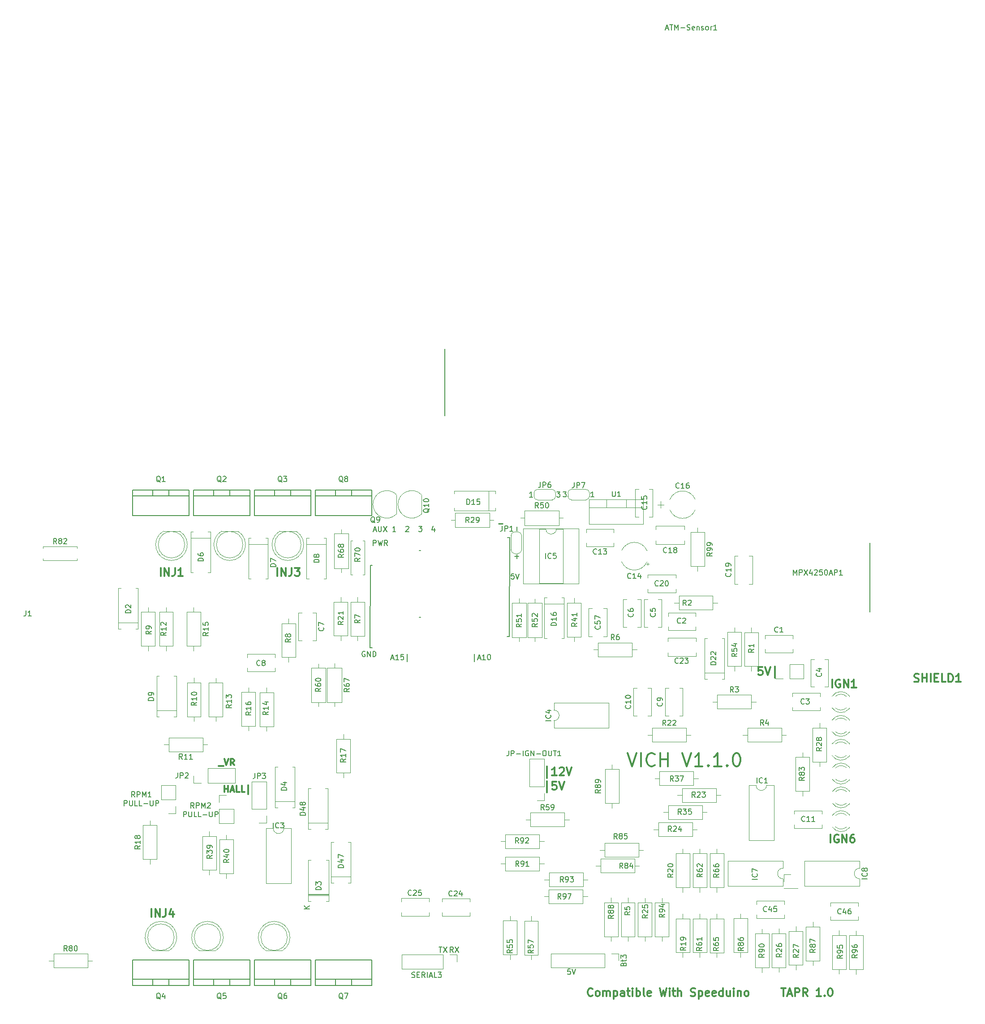
<source format=gto>
G04 #@! TF.GenerationSoftware,KiCad,Pcbnew,5.1.0-060a0da~80~ubuntu18.10.1*
G04 #@! TF.CreationDate,2019-03-21T19:26:04+01:00*
G04 #@! TF.ProjectId,speedy,73706565-6479-42e6-9b69-6361645f7063,rev?*
G04 #@! TF.SameCoordinates,Original*
G04 #@! TF.FileFunction,Legend,Top*
G04 #@! TF.FilePolarity,Positive*
%FSLAX46Y46*%
G04 Gerber Fmt 4.6, Leading zero omitted, Abs format (unit mm)*
G04 Created by KiCad (PCBNEW 5.1.0-060a0da~80~ubuntu18.10.1) date 2019-03-21 19:26:04*
%MOMM*%
%LPD*%
G04 APERTURE LIST*
%ADD10C,0.300000*%
%ADD11C,0.200000*%
%ADD12C,0.150000*%
%ADD13C,0.250000*%
%ADD14C,0.120000*%
%ADD15C,0.304800*%
G04 APERTURE END LIST*
D10*
X112018571Y-79438571D02*
X112018571Y-77938571D01*
X112732857Y-79438571D02*
X112732857Y-77938571D01*
X113590000Y-79438571D01*
X113590000Y-77938571D01*
X114732857Y-77938571D02*
X114732857Y-79010000D01*
X114661428Y-79224285D01*
X114518571Y-79367142D01*
X114304285Y-79438571D01*
X114161428Y-79438571D01*
X115304285Y-77938571D02*
X116232857Y-77938571D01*
X115732857Y-78510000D01*
X115947142Y-78510000D01*
X116090000Y-78581428D01*
X116161428Y-78652857D01*
X116232857Y-78795714D01*
X116232857Y-79152857D01*
X116161428Y-79295714D01*
X116090000Y-79367142D01*
X115947142Y-79438571D01*
X115518571Y-79438571D01*
X115375714Y-79367142D01*
X115304285Y-79295714D01*
D11*
X129950000Y-77440000D02*
X129590000Y-77440000D01*
X129920000Y-93010000D02*
X129560000Y-93010000D01*
X129590000Y-77440000D02*
X129560000Y-93010000D01*
D12*
X96261904Y-123327380D02*
X95928571Y-122851190D01*
X95690476Y-123327380D02*
X95690476Y-122327380D01*
X96071428Y-122327380D01*
X96166666Y-122375000D01*
X96214285Y-122422619D01*
X96261904Y-122517857D01*
X96261904Y-122660714D01*
X96214285Y-122755952D01*
X96166666Y-122803571D01*
X96071428Y-122851190D01*
X95690476Y-122851190D01*
X96690476Y-123327380D02*
X96690476Y-122327380D01*
X97071428Y-122327380D01*
X97166666Y-122375000D01*
X97214285Y-122422619D01*
X97261904Y-122517857D01*
X97261904Y-122660714D01*
X97214285Y-122755952D01*
X97166666Y-122803571D01*
X97071428Y-122851190D01*
X96690476Y-122851190D01*
X97690476Y-123327380D02*
X97690476Y-122327380D01*
X98023809Y-123041666D01*
X98357142Y-122327380D01*
X98357142Y-123327380D01*
X98785714Y-122422619D02*
X98833333Y-122375000D01*
X98928571Y-122327380D01*
X99166666Y-122327380D01*
X99261904Y-122375000D01*
X99309523Y-122422619D01*
X99357142Y-122517857D01*
X99357142Y-122613095D01*
X99309523Y-122755952D01*
X98738095Y-123327380D01*
X99357142Y-123327380D01*
X94261904Y-124977380D02*
X94261904Y-123977380D01*
X94642857Y-123977380D01*
X94738095Y-124025000D01*
X94785714Y-124072619D01*
X94833333Y-124167857D01*
X94833333Y-124310714D01*
X94785714Y-124405952D01*
X94738095Y-124453571D01*
X94642857Y-124501190D01*
X94261904Y-124501190D01*
X95261904Y-123977380D02*
X95261904Y-124786904D01*
X95309523Y-124882142D01*
X95357142Y-124929761D01*
X95452380Y-124977380D01*
X95642857Y-124977380D01*
X95738095Y-124929761D01*
X95785714Y-124882142D01*
X95833333Y-124786904D01*
X95833333Y-123977380D01*
X96785714Y-124977380D02*
X96309523Y-124977380D01*
X96309523Y-123977380D01*
X97595238Y-124977380D02*
X97119047Y-124977380D01*
X97119047Y-123977380D01*
X97928571Y-124596428D02*
X98690476Y-124596428D01*
X99166666Y-123977380D02*
X99166666Y-124786904D01*
X99214285Y-124882142D01*
X99261904Y-124929761D01*
X99357142Y-124977380D01*
X99547619Y-124977380D01*
X99642857Y-124929761D01*
X99690476Y-124882142D01*
X99738095Y-124786904D01*
X99738095Y-123977380D01*
X100214285Y-124977380D02*
X100214285Y-123977380D01*
X100595238Y-123977380D01*
X100690476Y-124025000D01*
X100738095Y-124072619D01*
X100785714Y-124167857D01*
X100785714Y-124310714D01*
X100738095Y-124405952D01*
X100690476Y-124453571D01*
X100595238Y-124501190D01*
X100214285Y-124501190D01*
X85061904Y-121237380D02*
X84728571Y-120761190D01*
X84490476Y-121237380D02*
X84490476Y-120237380D01*
X84871428Y-120237380D01*
X84966666Y-120285000D01*
X85014285Y-120332619D01*
X85061904Y-120427857D01*
X85061904Y-120570714D01*
X85014285Y-120665952D01*
X84966666Y-120713571D01*
X84871428Y-120761190D01*
X84490476Y-120761190D01*
X85490476Y-121237380D02*
X85490476Y-120237380D01*
X85871428Y-120237380D01*
X85966666Y-120285000D01*
X86014285Y-120332619D01*
X86061904Y-120427857D01*
X86061904Y-120570714D01*
X86014285Y-120665952D01*
X85966666Y-120713571D01*
X85871428Y-120761190D01*
X85490476Y-120761190D01*
X86490476Y-121237380D02*
X86490476Y-120237380D01*
X86823809Y-120951666D01*
X87157142Y-120237380D01*
X87157142Y-121237380D01*
X88157142Y-121237380D02*
X87585714Y-121237380D01*
X87871428Y-121237380D02*
X87871428Y-120237380D01*
X87776190Y-120380238D01*
X87680952Y-120475476D01*
X87585714Y-120523095D01*
X83061904Y-122887380D02*
X83061904Y-121887380D01*
X83442857Y-121887380D01*
X83538095Y-121935000D01*
X83585714Y-121982619D01*
X83633333Y-122077857D01*
X83633333Y-122220714D01*
X83585714Y-122315952D01*
X83538095Y-122363571D01*
X83442857Y-122411190D01*
X83061904Y-122411190D01*
X84061904Y-121887380D02*
X84061904Y-122696904D01*
X84109523Y-122792142D01*
X84157142Y-122839761D01*
X84252380Y-122887380D01*
X84442857Y-122887380D01*
X84538095Y-122839761D01*
X84585714Y-122792142D01*
X84633333Y-122696904D01*
X84633333Y-121887380D01*
X85585714Y-122887380D02*
X85109523Y-122887380D01*
X85109523Y-121887380D01*
X86395238Y-122887380D02*
X85919047Y-122887380D01*
X85919047Y-121887380D01*
X86728571Y-122506428D02*
X87490476Y-122506428D01*
X87966666Y-121887380D02*
X87966666Y-122696904D01*
X88014285Y-122792142D01*
X88061904Y-122839761D01*
X88157142Y-122887380D01*
X88347619Y-122887380D01*
X88442857Y-122839761D01*
X88490476Y-122792142D01*
X88538095Y-122696904D01*
X88538095Y-121887380D01*
X89014285Y-122887380D02*
X89014285Y-121887380D01*
X89395238Y-121887380D01*
X89490476Y-121935000D01*
X89538095Y-121982619D01*
X89585714Y-122077857D01*
X89585714Y-122220714D01*
X89538095Y-122315952D01*
X89490476Y-122363571D01*
X89395238Y-122411190D01*
X89014285Y-122411190D01*
D13*
X153819047Y-69571428D02*
X154580952Y-69571428D01*
D11*
X155760000Y-72150000D02*
X155510000Y-72150000D01*
X155810000Y-90860000D02*
X155450000Y-90860000D01*
X155910000Y-72100000D02*
X155850000Y-90920000D01*
X138800000Y-74650000D02*
X139050000Y-74650000D01*
X138800000Y-87300000D02*
X139050000Y-87300000D01*
X143620000Y-36540000D02*
X143620000Y-49190000D01*
D10*
X100938571Y-115347142D02*
X101852857Y-115347142D01*
X101967142Y-114032857D02*
X102367142Y-115232857D01*
X102767142Y-114032857D01*
X103852857Y-115232857D02*
X103452857Y-114661428D01*
X103167142Y-115232857D02*
X103167142Y-114032857D01*
X103624285Y-114032857D01*
X103738571Y-114090000D01*
X103795714Y-114147142D01*
X103852857Y-114261428D01*
X103852857Y-114432857D01*
X103795714Y-114547142D01*
X103738571Y-114604285D01*
X103624285Y-114661428D01*
X103167142Y-114661428D01*
X102020000Y-120322857D02*
X102020000Y-119122857D01*
X102020000Y-119694285D02*
X102705714Y-119694285D01*
X102705714Y-120322857D02*
X102705714Y-119122857D01*
X103220000Y-119980000D02*
X103791428Y-119980000D01*
X103105714Y-120322857D02*
X103505714Y-119122857D01*
X103905714Y-120322857D01*
X104877142Y-120322857D02*
X104305714Y-120322857D01*
X104305714Y-119122857D01*
X105848571Y-120322857D02*
X105277142Y-120322857D01*
X105277142Y-119122857D01*
X106534285Y-120722857D02*
X106534285Y-119008571D01*
D11*
X130198571Y-70766666D02*
X130674761Y-70766666D01*
X130103333Y-71052380D02*
X130436666Y-70052380D01*
X130770000Y-71052380D01*
X131103333Y-70052380D02*
X131103333Y-70861904D01*
X131150952Y-70957142D01*
X131198571Y-71004761D01*
X131293809Y-71052380D01*
X131484285Y-71052380D01*
X131579523Y-71004761D01*
X131627142Y-70957142D01*
X131674761Y-70861904D01*
X131674761Y-70052380D01*
X132055714Y-70052380D02*
X132722380Y-71052380D01*
X132722380Y-70052380D02*
X132055714Y-71052380D01*
X134389047Y-71052380D02*
X133817619Y-71052380D01*
X134103333Y-71052380D02*
X134103333Y-70052380D01*
X134008095Y-70195238D01*
X133912857Y-70290476D01*
X133817619Y-70338095D01*
X136293809Y-70147619D02*
X136341428Y-70100000D01*
X136436666Y-70052380D01*
X136674761Y-70052380D01*
X136770000Y-70100000D01*
X136817619Y-70147619D01*
X136865238Y-70242857D01*
X136865238Y-70338095D01*
X136817619Y-70480952D01*
X136246190Y-71052380D01*
X136865238Y-71052380D01*
X138722380Y-70052380D02*
X139341428Y-70052380D01*
X139008095Y-70433333D01*
X139150952Y-70433333D01*
X139246190Y-70480952D01*
X139293809Y-70528571D01*
X139341428Y-70623809D01*
X139341428Y-70861904D01*
X139293809Y-70957142D01*
X139246190Y-71004761D01*
X139150952Y-71052380D01*
X138865238Y-71052380D01*
X138770000Y-71004761D01*
X138722380Y-70957142D01*
X141722380Y-70385714D02*
X141722380Y-71052380D01*
X141484285Y-70004761D02*
X141246190Y-70719047D01*
X141865238Y-70719047D01*
X130126666Y-73702380D02*
X130126666Y-72702380D01*
X130507619Y-72702380D01*
X130602857Y-72750000D01*
X130650476Y-72797619D01*
X130698095Y-72892857D01*
X130698095Y-73035714D01*
X130650476Y-73130952D01*
X130602857Y-73178571D01*
X130507619Y-73226190D01*
X130126666Y-73226190D01*
X131031428Y-72702380D02*
X131269523Y-73702380D01*
X131460000Y-72988095D01*
X131650476Y-73702380D01*
X131888571Y-72702380D01*
X132840952Y-73702380D02*
X132507619Y-73226190D01*
X132269523Y-73702380D02*
X132269523Y-72702380D01*
X132650476Y-72702380D01*
X132745714Y-72750000D01*
X132793333Y-72797619D01*
X132840952Y-72892857D01*
X132840952Y-73035714D01*
X132793333Y-73130952D01*
X132745714Y-73178571D01*
X132650476Y-73226190D01*
X132269523Y-73226190D01*
X156739523Y-79022380D02*
X156263333Y-79022380D01*
X156215714Y-79498571D01*
X156263333Y-79450952D01*
X156358571Y-79403333D01*
X156596666Y-79403333D01*
X156691904Y-79450952D01*
X156739523Y-79498571D01*
X156787142Y-79593809D01*
X156787142Y-79831904D01*
X156739523Y-79927142D01*
X156691904Y-79974761D01*
X156596666Y-80022380D01*
X156358571Y-80022380D01*
X156263333Y-79974761D01*
X156215714Y-79927142D01*
X157072857Y-79022380D02*
X157406190Y-80022380D01*
X157739523Y-79022380D01*
X128568095Y-93730000D02*
X128472857Y-93682380D01*
X128330000Y-93682380D01*
X128187142Y-93730000D01*
X128091904Y-93825238D01*
X128044285Y-93920476D01*
X127996666Y-94110952D01*
X127996666Y-94253809D01*
X128044285Y-94444285D01*
X128091904Y-94539523D01*
X128187142Y-94634761D01*
X128330000Y-94682380D01*
X128425238Y-94682380D01*
X128568095Y-94634761D01*
X128615714Y-94587142D01*
X128615714Y-94253809D01*
X128425238Y-94253809D01*
X129044285Y-94682380D02*
X129044285Y-93682380D01*
X129615714Y-94682380D01*
X129615714Y-93682380D01*
X130091904Y-94682380D02*
X130091904Y-93682380D01*
X130330000Y-93682380D01*
X130472857Y-93730000D01*
X130568095Y-93825238D01*
X130615714Y-93920476D01*
X130663333Y-94110952D01*
X130663333Y-94253809D01*
X130615714Y-94444285D01*
X130568095Y-94539523D01*
X130472857Y-94634761D01*
X130330000Y-94682380D01*
X130091904Y-94682380D01*
X149259047Y-95615714D02*
X149259047Y-94187142D01*
X149925714Y-94996666D02*
X150401904Y-94996666D01*
X149830476Y-95282380D02*
X150163809Y-94282380D01*
X150497142Y-95282380D01*
X151354285Y-95282380D02*
X150782857Y-95282380D01*
X151068571Y-95282380D02*
X151068571Y-94282380D01*
X150973333Y-94425238D01*
X150878095Y-94520476D01*
X150782857Y-94568095D01*
X151973333Y-94282380D02*
X152068571Y-94282380D01*
X152163809Y-94330000D01*
X152211428Y-94377619D01*
X152259047Y-94472857D01*
X152306666Y-94663333D01*
X152306666Y-94901428D01*
X152259047Y-95091904D01*
X152211428Y-95187142D01*
X152163809Y-95234761D01*
X152068571Y-95282380D01*
X151973333Y-95282380D01*
X151878095Y-95234761D01*
X151830476Y-95187142D01*
X151782857Y-95091904D01*
X151735238Y-94901428D01*
X151735238Y-94663333D01*
X151782857Y-94472857D01*
X151830476Y-94377619D01*
X151878095Y-94330000D01*
X151973333Y-94282380D01*
X133523333Y-94996666D02*
X133999523Y-94996666D01*
X133428095Y-95282380D02*
X133761428Y-94282380D01*
X134094761Y-95282380D01*
X134951904Y-95282380D02*
X134380476Y-95282380D01*
X134666190Y-95282380D02*
X134666190Y-94282380D01*
X134570952Y-94425238D01*
X134475714Y-94520476D01*
X134380476Y-94568095D01*
X135856666Y-94282380D02*
X135380476Y-94282380D01*
X135332857Y-94758571D01*
X135380476Y-94710952D01*
X135475714Y-94663333D01*
X135713809Y-94663333D01*
X135809047Y-94710952D01*
X135856666Y-94758571D01*
X135904285Y-94853809D01*
X135904285Y-95091904D01*
X135856666Y-95187142D01*
X135809047Y-95234761D01*
X135713809Y-95282380D01*
X135475714Y-95282380D01*
X135380476Y-95234761D01*
X135332857Y-95187142D01*
X136570952Y-95615714D02*
X136570952Y-94187142D01*
X167390476Y-153752380D02*
X166914285Y-153752380D01*
X166866666Y-154228571D01*
X166914285Y-154180952D01*
X167009523Y-154133333D01*
X167247619Y-154133333D01*
X167342857Y-154180952D01*
X167390476Y-154228571D01*
X167438095Y-154323809D01*
X167438095Y-154561904D01*
X167390476Y-154657142D01*
X167342857Y-154704761D01*
X167247619Y-154752380D01*
X167009523Y-154752380D01*
X166914285Y-154704761D01*
X166866666Y-154657142D01*
X167723809Y-153752380D02*
X168057142Y-154752380D01*
X168390476Y-153752380D01*
X145263333Y-150552380D02*
X144930000Y-150076190D01*
X144691904Y-150552380D02*
X144691904Y-149552380D01*
X145072857Y-149552380D01*
X145168095Y-149600000D01*
X145215714Y-149647619D01*
X145263333Y-149742857D01*
X145263333Y-149885714D01*
X145215714Y-149980952D01*
X145168095Y-150028571D01*
X145072857Y-150076190D01*
X144691904Y-150076190D01*
X145596666Y-149552380D02*
X146263333Y-150552380D01*
X146263333Y-149552380D02*
X145596666Y-150552380D01*
X142568095Y-149552380D02*
X143139523Y-149552380D01*
X142853809Y-150552380D02*
X142853809Y-149552380D01*
X143377619Y-149552380D02*
X144044285Y-150552380D01*
X144044285Y-149552380D02*
X143377619Y-150552380D01*
D10*
X203680000Y-96688571D02*
X202965714Y-96688571D01*
X202894285Y-97402857D01*
X202965714Y-97331428D01*
X203108571Y-97260000D01*
X203465714Y-97260000D01*
X203608571Y-97331428D01*
X203680000Y-97402857D01*
X203751428Y-97545714D01*
X203751428Y-97902857D01*
X203680000Y-98045714D01*
X203608571Y-98117142D01*
X203465714Y-98188571D01*
X203108571Y-98188571D01*
X202965714Y-98117142D01*
X202894285Y-98045714D01*
X204180000Y-96688571D02*
X204680000Y-98188571D01*
X205180000Y-96688571D01*
X206037142Y-98688571D02*
X206037142Y-96545714D01*
X88218571Y-143908571D02*
X88218571Y-142408571D01*
X88932857Y-143908571D02*
X88932857Y-142408571D01*
X89790000Y-143908571D01*
X89790000Y-142408571D01*
X90932857Y-142408571D02*
X90932857Y-143480000D01*
X90861428Y-143694285D01*
X90718571Y-143837142D01*
X90504285Y-143908571D01*
X90361428Y-143908571D01*
X92290000Y-142908571D02*
X92290000Y-143908571D01*
X91932857Y-142337142D02*
X91575714Y-143408571D01*
X92504285Y-143408571D01*
X89958571Y-79458571D02*
X89958571Y-77958571D01*
X90672857Y-79458571D02*
X90672857Y-77958571D01*
X91530000Y-79458571D01*
X91530000Y-77958571D01*
X92672857Y-77958571D02*
X92672857Y-79030000D01*
X92601428Y-79244285D01*
X92458571Y-79387142D01*
X92244285Y-79458571D01*
X92101428Y-79458571D01*
X94172857Y-79458571D02*
X93315714Y-79458571D01*
X93744285Y-79458571D02*
X93744285Y-77958571D01*
X93601428Y-78172857D01*
X93458571Y-78315714D01*
X93315714Y-78387142D01*
X216570000Y-129858571D02*
X216570000Y-128358571D01*
X218070000Y-128430000D02*
X217927142Y-128358571D01*
X217712857Y-128358571D01*
X217498571Y-128430000D01*
X217355714Y-128572857D01*
X217284285Y-128715714D01*
X217212857Y-129001428D01*
X217212857Y-129215714D01*
X217284285Y-129501428D01*
X217355714Y-129644285D01*
X217498571Y-129787142D01*
X217712857Y-129858571D01*
X217855714Y-129858571D01*
X218070000Y-129787142D01*
X218141428Y-129715714D01*
X218141428Y-129215714D01*
X217855714Y-129215714D01*
X218784285Y-129858571D02*
X218784285Y-128358571D01*
X219641428Y-129858571D01*
X219641428Y-128358571D01*
X220998571Y-128358571D02*
X220712857Y-128358571D01*
X220570000Y-128430000D01*
X220498571Y-128501428D01*
X220355714Y-128715714D01*
X220284285Y-129001428D01*
X220284285Y-129572857D01*
X220355714Y-129715714D01*
X220427142Y-129787142D01*
X220570000Y-129858571D01*
X220855714Y-129858571D01*
X220998571Y-129787142D01*
X221070000Y-129715714D01*
X221141428Y-129572857D01*
X221141428Y-129215714D01*
X221070000Y-129072857D01*
X220998571Y-129001428D01*
X220855714Y-128930000D01*
X220570000Y-128930000D01*
X220427142Y-129001428D01*
X220355714Y-129072857D01*
X220284285Y-129215714D01*
X216860000Y-100518571D02*
X216860000Y-99018571D01*
X218360000Y-99090000D02*
X218217142Y-99018571D01*
X218002857Y-99018571D01*
X217788571Y-99090000D01*
X217645714Y-99232857D01*
X217574285Y-99375714D01*
X217502857Y-99661428D01*
X217502857Y-99875714D01*
X217574285Y-100161428D01*
X217645714Y-100304285D01*
X217788571Y-100447142D01*
X218002857Y-100518571D01*
X218145714Y-100518571D01*
X218360000Y-100447142D01*
X218431428Y-100375714D01*
X218431428Y-99875714D01*
X218145714Y-99875714D01*
X219074285Y-100518571D02*
X219074285Y-99018571D01*
X219931428Y-100518571D01*
X219931428Y-99018571D01*
X221431428Y-100518571D02*
X220574285Y-100518571D01*
X221002857Y-100518571D02*
X221002857Y-99018571D01*
X220860000Y-99232857D01*
X220717142Y-99375714D01*
X220574285Y-99447142D01*
X178216190Y-112930952D02*
X179049523Y-115430952D01*
X179882857Y-112930952D01*
X180716190Y-115430952D02*
X180716190Y-112930952D01*
X183335238Y-115192857D02*
X183216190Y-115311904D01*
X182859047Y-115430952D01*
X182620952Y-115430952D01*
X182263809Y-115311904D01*
X182025714Y-115073809D01*
X181906666Y-114835714D01*
X181787619Y-114359523D01*
X181787619Y-114002380D01*
X181906666Y-113526190D01*
X182025714Y-113288095D01*
X182263809Y-113050000D01*
X182620952Y-112930952D01*
X182859047Y-112930952D01*
X183216190Y-113050000D01*
X183335238Y-113169047D01*
X184406666Y-115430952D02*
X184406666Y-112930952D01*
X184406666Y-114121428D02*
X185835238Y-114121428D01*
X185835238Y-115430952D02*
X185835238Y-112930952D01*
X188573333Y-112930952D02*
X189406666Y-115430952D01*
X190240000Y-112930952D01*
X192382857Y-115430952D02*
X190954285Y-115430952D01*
X191668571Y-115430952D02*
X191668571Y-112930952D01*
X191430476Y-113288095D01*
X191192380Y-113526190D01*
X190954285Y-113645238D01*
X193454285Y-115192857D02*
X193573333Y-115311904D01*
X193454285Y-115430952D01*
X193335238Y-115311904D01*
X193454285Y-115192857D01*
X193454285Y-115430952D01*
X195954285Y-115430952D02*
X194525714Y-115430952D01*
X195240000Y-115430952D02*
X195240000Y-112930952D01*
X195001904Y-113288095D01*
X194763809Y-113526190D01*
X194525714Y-113645238D01*
X197025714Y-115192857D02*
X197144761Y-115311904D01*
X197025714Y-115430952D01*
X196906666Y-115311904D01*
X197025714Y-115192857D01*
X197025714Y-115430952D01*
X198692380Y-112930952D02*
X198930476Y-112930952D01*
X199168571Y-113050000D01*
X199287619Y-113169047D01*
X199406666Y-113407142D01*
X199525714Y-113883333D01*
X199525714Y-114478571D01*
X199406666Y-114954761D01*
X199287619Y-115192857D01*
X199168571Y-115311904D01*
X198930476Y-115430952D01*
X198692380Y-115430952D01*
X198454285Y-115311904D01*
X198335238Y-115192857D01*
X198216190Y-114954761D01*
X198097142Y-114478571D01*
X198097142Y-113883333D01*
X198216190Y-113407142D01*
X198335238Y-113169047D01*
X198454285Y-113050000D01*
X198692380Y-112930952D01*
X162938571Y-117628571D02*
X162938571Y-115485714D01*
X164795714Y-117128571D02*
X163938571Y-117128571D01*
X164367142Y-117128571D02*
X164367142Y-115628571D01*
X164224285Y-115842857D01*
X164081428Y-115985714D01*
X163938571Y-116057142D01*
X165367142Y-115771428D02*
X165438571Y-115700000D01*
X165581428Y-115628571D01*
X165938571Y-115628571D01*
X166081428Y-115700000D01*
X166152857Y-115771428D01*
X166224285Y-115914285D01*
X166224285Y-116057142D01*
X166152857Y-116271428D01*
X165295714Y-117128571D01*
X166224285Y-117128571D01*
X166652857Y-115628571D02*
X167152857Y-117128571D01*
X167652857Y-115628571D01*
X162942857Y-120368571D02*
X162942857Y-118225714D01*
X164728571Y-118368571D02*
X164014285Y-118368571D01*
X163942857Y-119082857D01*
X164014285Y-119011428D01*
X164157142Y-118940000D01*
X164514285Y-118940000D01*
X164657142Y-119011428D01*
X164728571Y-119082857D01*
X164800000Y-119225714D01*
X164800000Y-119582857D01*
X164728571Y-119725714D01*
X164657142Y-119797142D01*
X164514285Y-119868571D01*
X164157142Y-119868571D01*
X164014285Y-119797142D01*
X163942857Y-119725714D01*
X165228571Y-118368571D02*
X165728571Y-119868571D01*
X166228571Y-118368571D01*
X171585714Y-158735714D02*
X171514285Y-158807142D01*
X171300000Y-158878571D01*
X171157142Y-158878571D01*
X170942857Y-158807142D01*
X170800000Y-158664285D01*
X170728571Y-158521428D01*
X170657142Y-158235714D01*
X170657142Y-158021428D01*
X170728571Y-157735714D01*
X170800000Y-157592857D01*
X170942857Y-157450000D01*
X171157142Y-157378571D01*
X171300000Y-157378571D01*
X171514285Y-157450000D01*
X171585714Y-157521428D01*
X172442857Y-158878571D02*
X172300000Y-158807142D01*
X172228571Y-158735714D01*
X172157142Y-158592857D01*
X172157142Y-158164285D01*
X172228571Y-158021428D01*
X172300000Y-157950000D01*
X172442857Y-157878571D01*
X172657142Y-157878571D01*
X172800000Y-157950000D01*
X172871428Y-158021428D01*
X172942857Y-158164285D01*
X172942857Y-158592857D01*
X172871428Y-158735714D01*
X172800000Y-158807142D01*
X172657142Y-158878571D01*
X172442857Y-158878571D01*
X173585714Y-158878571D02*
X173585714Y-157878571D01*
X173585714Y-158021428D02*
X173657142Y-157950000D01*
X173800000Y-157878571D01*
X174014285Y-157878571D01*
X174157142Y-157950000D01*
X174228571Y-158092857D01*
X174228571Y-158878571D01*
X174228571Y-158092857D02*
X174300000Y-157950000D01*
X174442857Y-157878571D01*
X174657142Y-157878571D01*
X174800000Y-157950000D01*
X174871428Y-158092857D01*
X174871428Y-158878571D01*
X175585714Y-157878571D02*
X175585714Y-159378571D01*
X175585714Y-157950000D02*
X175728571Y-157878571D01*
X176014285Y-157878571D01*
X176157142Y-157950000D01*
X176228571Y-158021428D01*
X176300000Y-158164285D01*
X176300000Y-158592857D01*
X176228571Y-158735714D01*
X176157142Y-158807142D01*
X176014285Y-158878571D01*
X175728571Y-158878571D01*
X175585714Y-158807142D01*
X177585714Y-158878571D02*
X177585714Y-158092857D01*
X177514285Y-157950000D01*
X177371428Y-157878571D01*
X177085714Y-157878571D01*
X176942857Y-157950000D01*
X177585714Y-158807142D02*
X177442857Y-158878571D01*
X177085714Y-158878571D01*
X176942857Y-158807142D01*
X176871428Y-158664285D01*
X176871428Y-158521428D01*
X176942857Y-158378571D01*
X177085714Y-158307142D01*
X177442857Y-158307142D01*
X177585714Y-158235714D01*
X178085714Y-157878571D02*
X178657142Y-157878571D01*
X178300000Y-157378571D02*
X178300000Y-158664285D01*
X178371428Y-158807142D01*
X178514285Y-158878571D01*
X178657142Y-158878571D01*
X179157142Y-158878571D02*
X179157142Y-157878571D01*
X179157142Y-157378571D02*
X179085714Y-157450000D01*
X179157142Y-157521428D01*
X179228571Y-157450000D01*
X179157142Y-157378571D01*
X179157142Y-157521428D01*
X179871428Y-158878571D02*
X179871428Y-157378571D01*
X179871428Y-157950000D02*
X180014285Y-157878571D01*
X180300000Y-157878571D01*
X180442857Y-157950000D01*
X180514285Y-158021428D01*
X180585714Y-158164285D01*
X180585714Y-158592857D01*
X180514285Y-158735714D01*
X180442857Y-158807142D01*
X180300000Y-158878571D01*
X180014285Y-158878571D01*
X179871428Y-158807142D01*
X181442857Y-158878571D02*
X181300000Y-158807142D01*
X181228571Y-158664285D01*
X181228571Y-157378571D01*
X182585714Y-158807142D02*
X182442857Y-158878571D01*
X182157142Y-158878571D01*
X182014285Y-158807142D01*
X181942857Y-158664285D01*
X181942857Y-158092857D01*
X182014285Y-157950000D01*
X182157142Y-157878571D01*
X182442857Y-157878571D01*
X182585714Y-157950000D01*
X182657142Y-158092857D01*
X182657142Y-158235714D01*
X181942857Y-158378571D01*
X184300000Y-157378571D02*
X184657142Y-158878571D01*
X184942857Y-157807142D01*
X185228571Y-158878571D01*
X185585714Y-157378571D01*
X186157142Y-158878571D02*
X186157142Y-157878571D01*
X186157142Y-157378571D02*
X186085714Y-157450000D01*
X186157142Y-157521428D01*
X186228571Y-157450000D01*
X186157142Y-157378571D01*
X186157142Y-157521428D01*
X186657142Y-157878571D02*
X187228571Y-157878571D01*
X186871428Y-157378571D02*
X186871428Y-158664285D01*
X186942857Y-158807142D01*
X187085714Y-158878571D01*
X187228571Y-158878571D01*
X187728571Y-158878571D02*
X187728571Y-157378571D01*
X188371428Y-158878571D02*
X188371428Y-158092857D01*
X188300000Y-157950000D01*
X188157142Y-157878571D01*
X187942857Y-157878571D01*
X187800000Y-157950000D01*
X187728571Y-158021428D01*
X190157142Y-158807142D02*
X190371428Y-158878571D01*
X190728571Y-158878571D01*
X190871428Y-158807142D01*
X190942857Y-158735714D01*
X191014285Y-158592857D01*
X191014285Y-158450000D01*
X190942857Y-158307142D01*
X190871428Y-158235714D01*
X190728571Y-158164285D01*
X190442857Y-158092857D01*
X190300000Y-158021428D01*
X190228571Y-157950000D01*
X190157142Y-157807142D01*
X190157142Y-157664285D01*
X190228571Y-157521428D01*
X190300000Y-157450000D01*
X190442857Y-157378571D01*
X190800000Y-157378571D01*
X191014285Y-157450000D01*
X191657142Y-157878571D02*
X191657142Y-159378571D01*
X191657142Y-157950000D02*
X191800000Y-157878571D01*
X192085714Y-157878571D01*
X192228571Y-157950000D01*
X192300000Y-158021428D01*
X192371428Y-158164285D01*
X192371428Y-158592857D01*
X192300000Y-158735714D01*
X192228571Y-158807142D01*
X192085714Y-158878571D01*
X191800000Y-158878571D01*
X191657142Y-158807142D01*
X193585714Y-158807142D02*
X193442857Y-158878571D01*
X193157142Y-158878571D01*
X193014285Y-158807142D01*
X192942857Y-158664285D01*
X192942857Y-158092857D01*
X193014285Y-157950000D01*
X193157142Y-157878571D01*
X193442857Y-157878571D01*
X193585714Y-157950000D01*
X193657142Y-158092857D01*
X193657142Y-158235714D01*
X192942857Y-158378571D01*
X194871428Y-158807142D02*
X194728571Y-158878571D01*
X194442857Y-158878571D01*
X194300000Y-158807142D01*
X194228571Y-158664285D01*
X194228571Y-158092857D01*
X194300000Y-157950000D01*
X194442857Y-157878571D01*
X194728571Y-157878571D01*
X194871428Y-157950000D01*
X194942857Y-158092857D01*
X194942857Y-158235714D01*
X194228571Y-158378571D01*
X196228571Y-158878571D02*
X196228571Y-157378571D01*
X196228571Y-158807142D02*
X196085714Y-158878571D01*
X195800000Y-158878571D01*
X195657142Y-158807142D01*
X195585714Y-158735714D01*
X195514285Y-158592857D01*
X195514285Y-158164285D01*
X195585714Y-158021428D01*
X195657142Y-157950000D01*
X195800000Y-157878571D01*
X196085714Y-157878571D01*
X196228571Y-157950000D01*
X197585714Y-157878571D02*
X197585714Y-158878571D01*
X196942857Y-157878571D02*
X196942857Y-158664285D01*
X197014285Y-158807142D01*
X197157142Y-158878571D01*
X197371428Y-158878571D01*
X197514285Y-158807142D01*
X197585714Y-158735714D01*
X198300000Y-158878571D02*
X198300000Y-157878571D01*
X198300000Y-157378571D02*
X198228571Y-157450000D01*
X198300000Y-157521428D01*
X198371428Y-157450000D01*
X198300000Y-157378571D01*
X198300000Y-157521428D01*
X199014285Y-157878571D02*
X199014285Y-158878571D01*
X199014285Y-158021428D02*
X199085714Y-157950000D01*
X199228571Y-157878571D01*
X199442857Y-157878571D01*
X199585714Y-157950000D01*
X199657142Y-158092857D01*
X199657142Y-158878571D01*
X200585714Y-158878571D02*
X200442857Y-158807142D01*
X200371428Y-158735714D01*
X200300000Y-158592857D01*
X200300000Y-158164285D01*
X200371428Y-158021428D01*
X200442857Y-157950000D01*
X200585714Y-157878571D01*
X200800000Y-157878571D01*
X200942857Y-157950000D01*
X201014285Y-158021428D01*
X201085714Y-158164285D01*
X201085714Y-158592857D01*
X201014285Y-158735714D01*
X200942857Y-158807142D01*
X200800000Y-158878571D01*
X200585714Y-158878571D01*
X207228571Y-157378571D02*
X208085714Y-157378571D01*
X207657142Y-158878571D02*
X207657142Y-157378571D01*
X208514285Y-158450000D02*
X209228571Y-158450000D01*
X208371428Y-158878571D02*
X208871428Y-157378571D01*
X209371428Y-158878571D01*
X209871428Y-158878571D02*
X209871428Y-157378571D01*
X210442857Y-157378571D01*
X210585714Y-157450000D01*
X210657142Y-157521428D01*
X210728571Y-157664285D01*
X210728571Y-157878571D01*
X210657142Y-158021428D01*
X210585714Y-158092857D01*
X210442857Y-158164285D01*
X209871428Y-158164285D01*
X212228571Y-158878571D02*
X211728571Y-158164285D01*
X211371428Y-158878571D02*
X211371428Y-157378571D01*
X211942857Y-157378571D01*
X212085714Y-157450000D01*
X212157142Y-157521428D01*
X212228571Y-157664285D01*
X212228571Y-157878571D01*
X212157142Y-158021428D01*
X212085714Y-158092857D01*
X211942857Y-158164285D01*
X211371428Y-158164285D01*
X214800000Y-158878571D02*
X213942857Y-158878571D01*
X214371428Y-158878571D02*
X214371428Y-157378571D01*
X214228571Y-157592857D01*
X214085714Y-157735714D01*
X213942857Y-157807142D01*
X215442857Y-158735714D02*
X215514285Y-158807142D01*
X215442857Y-158878571D01*
X215371428Y-158807142D01*
X215442857Y-158735714D01*
X215442857Y-158878571D01*
X216442857Y-157378571D02*
X216585714Y-157378571D01*
X216728571Y-157450000D01*
X216800000Y-157521428D01*
X216871428Y-157664285D01*
X216942857Y-157950000D01*
X216942857Y-158307142D01*
X216871428Y-158592857D01*
X216800000Y-158735714D01*
X216728571Y-158807142D01*
X216585714Y-158878571D01*
X216442857Y-158878571D01*
X216300000Y-158807142D01*
X216228571Y-158735714D01*
X216157142Y-158592857D01*
X216085714Y-158307142D01*
X216085714Y-157950000D01*
X216157142Y-157664285D01*
X216228571Y-157521428D01*
X216300000Y-157450000D01*
X216442857Y-157378571D01*
D14*
X89670000Y-106090000D02*
X89190000Y-106090000D01*
X89190000Y-106090000D02*
X89190000Y-98370000D01*
X89190000Y-98370000D02*
X89670000Y-98370000D01*
X92430000Y-106090000D02*
X92910000Y-106090000D01*
X92910000Y-106090000D02*
X92910000Y-98370000D01*
X92910000Y-98370000D02*
X92430000Y-98370000D01*
X89190000Y-104890000D02*
X92910000Y-104890000D01*
X170960000Y-64980000D02*
X181200000Y-64980000D01*
X170960000Y-69621000D02*
X181200000Y-69621000D01*
X170960000Y-64980000D02*
X170960000Y-69621000D01*
X181200000Y-64980000D02*
X181200000Y-69621000D01*
X170960000Y-66490000D02*
X181200000Y-66490000D01*
X174230000Y-64980000D02*
X174230000Y-66490000D01*
X177931000Y-64980000D02*
X177931000Y-66490000D01*
X157690000Y-83740000D02*
X157690000Y-84510000D01*
X157690000Y-91820000D02*
X157690000Y-91050000D01*
X156320000Y-84510000D02*
X156320000Y-91050000D01*
X159060000Y-84510000D02*
X156320000Y-84510000D01*
X159060000Y-91050000D02*
X159060000Y-84510000D01*
X156320000Y-91050000D02*
X159060000Y-91050000D01*
X166040000Y-68500000D02*
X165270000Y-68500000D01*
X157960000Y-68500000D02*
X158730000Y-68500000D01*
X165270000Y-67130000D02*
X158730000Y-67130000D01*
X165270000Y-69870000D02*
X165270000Y-67130000D01*
X158730000Y-69870000D02*
X165270000Y-69870000D01*
X158730000Y-67130000D02*
X158730000Y-69870000D01*
X144840000Y-68900000D02*
X145610000Y-68900000D01*
X152920000Y-68900000D02*
X152150000Y-68900000D01*
X145610000Y-70270000D02*
X152150000Y-70270000D01*
X145610000Y-67530000D02*
X145610000Y-70270000D01*
X152150000Y-67530000D02*
X145610000Y-67530000D01*
X152150000Y-70270000D02*
X152150000Y-67530000D01*
X160680000Y-83750000D02*
X160680000Y-84520000D01*
X160680000Y-91830000D02*
X160680000Y-91060000D01*
X159310000Y-84520000D02*
X159310000Y-91060000D01*
X162050000Y-84520000D02*
X159310000Y-84520000D01*
X162050000Y-91060000D02*
X162050000Y-84520000D01*
X159310000Y-91060000D02*
X162050000Y-91060000D01*
D12*
X124500000Y-63202000D02*
X129834000Y-63202000D01*
X124500000Y-63202000D02*
X119166000Y-63202000D01*
X119166000Y-64345000D02*
X119166000Y-63202000D01*
X129834000Y-64345000D02*
X119166000Y-64345000D01*
X129834000Y-63202000D02*
X129834000Y-64345000D01*
X119166000Y-68028000D02*
X119166000Y-64345000D01*
X129834000Y-68028000D02*
X119166000Y-68028000D01*
X129834000Y-64345000D02*
X129834000Y-68028000D01*
X126024000Y-63202000D02*
X126024000Y-64345000D01*
X122976000Y-63202000D02*
X122976000Y-64345000D01*
D14*
X172650000Y-92060000D02*
X172650000Y-94680000D01*
X172650000Y-94680000D02*
X179070000Y-94680000D01*
X179070000Y-94680000D02*
X179070000Y-92060000D01*
X179070000Y-92060000D02*
X172650000Y-92060000D01*
X171760000Y-93370000D02*
X172650000Y-93370000D01*
X179960000Y-93370000D02*
X179070000Y-93370000D01*
X183580000Y-70695000D02*
X183580000Y-70029000D01*
X183580000Y-73471000D02*
X183580000Y-72805000D01*
X188920000Y-70695000D02*
X188920000Y-70029000D01*
X188920000Y-73471000D02*
X188920000Y-72805000D01*
X188920000Y-70029000D02*
X183580000Y-70029000D01*
X188920000Y-73471000D02*
X183580000Y-73471000D01*
X185830000Y-91825000D02*
X185830000Y-91159000D01*
X185830000Y-94601000D02*
X185830000Y-93935000D01*
X191170000Y-91825000D02*
X191170000Y-91159000D01*
X191170000Y-94601000D02*
X191170000Y-93935000D01*
X191170000Y-91159000D02*
X185830000Y-91159000D01*
X191170000Y-94601000D02*
X185830000Y-94601000D01*
X182034775Y-77445000D02*
X182034775Y-76945000D01*
X182284775Y-77195000D02*
X181784775Y-77195000D01*
X177084003Y-74660000D02*
G75*
G02X181875997Y-74660000I2395997J-1060000D01*
G01*
X177084003Y-76780000D02*
G75*
G03X181875997Y-76780000I2395997J1060000D01*
G01*
X171535000Y-90910000D02*
X170869000Y-90910000D01*
X174311000Y-90910000D02*
X173645000Y-90910000D01*
X171535000Y-85570000D02*
X170869000Y-85570000D01*
X174311000Y-85570000D02*
X173645000Y-85570000D01*
X170869000Y-85570000D02*
X170869000Y-90910000D01*
X174311000Y-85570000D02*
X174311000Y-90910000D01*
X181990000Y-79845000D02*
X181990000Y-79179000D01*
X181990000Y-82621000D02*
X181990000Y-81955000D01*
X187330000Y-79845000D02*
X187330000Y-79179000D01*
X187330000Y-82621000D02*
X187330000Y-81955000D01*
X187330000Y-79179000D02*
X181990000Y-79179000D01*
X187330000Y-82621000D02*
X181990000Y-82621000D01*
X201185000Y-75640000D02*
X201851000Y-75640000D01*
X198409000Y-75640000D02*
X199075000Y-75640000D01*
X201185000Y-80980000D02*
X201851000Y-80980000D01*
X198409000Y-80980000D02*
X199075000Y-80980000D01*
X201851000Y-80980000D02*
X201851000Y-75640000D01*
X198409000Y-80980000D02*
X198409000Y-75640000D01*
X91999538Y-76530000D02*
G75*
G03X93544830Y-70980000I462J2990000D01*
G01*
X92000462Y-76530000D02*
G75*
G02X90455170Y-70980000I-462J2990000D01*
G01*
X94500000Y-73540000D02*
G75*
G03X94500000Y-73540000I-2500000J0D01*
G01*
X93545000Y-70980000D02*
X90455000Y-70980000D01*
X102999538Y-76530000D02*
G75*
G03X104544830Y-70980000I462J2990000D01*
G01*
X103000462Y-76530000D02*
G75*
G02X101455170Y-70980000I-462J2990000D01*
G01*
X105500000Y-73540000D02*
G75*
G03X105500000Y-73540000I-2500000J0D01*
G01*
X104545000Y-70980000D02*
X101455000Y-70980000D01*
X113999538Y-76530000D02*
G75*
G03X115544830Y-70980000I462J2990000D01*
G01*
X114000462Y-76530000D02*
G75*
G02X112455170Y-70980000I-462J2990000D01*
G01*
X116500000Y-73540000D02*
G75*
G03X116500000Y-73540000I-2500000J0D01*
G01*
X115545000Y-70980000D02*
X112455000Y-70980000D01*
X90000462Y-144740000D02*
G75*
G03X88455170Y-150290000I-462J-2990000D01*
G01*
X89999538Y-144740000D02*
G75*
G02X91544830Y-150290000I462J-2990000D01*
G01*
X92500000Y-147730000D02*
G75*
G03X92500000Y-147730000I-2500000J0D01*
G01*
X88455000Y-150290000D02*
X91545000Y-150290000D01*
X98800462Y-144740000D02*
G75*
G03X97255170Y-150290000I-462J-2990000D01*
G01*
X98799538Y-144740000D02*
G75*
G02X100344830Y-150290000I462J-2990000D01*
G01*
X101300000Y-147730000D02*
G75*
G03X101300000Y-147730000I-2500000J0D01*
G01*
X97255000Y-150290000D02*
X100345000Y-150290000D01*
X111400462Y-144740000D02*
G75*
G03X109855170Y-150290000I-462J-2990000D01*
G01*
X111399538Y-144740000D02*
G75*
G02X112944830Y-150290000I462J-2990000D01*
G01*
X113900000Y-147730000D02*
G75*
G03X113900000Y-147730000I-2500000J0D01*
G01*
X109855000Y-150290000D02*
X112945000Y-150290000D01*
X188530000Y-119600000D02*
X188530000Y-122220000D01*
X188530000Y-122220000D02*
X194950000Y-122220000D01*
X194950000Y-122220000D02*
X194950000Y-119600000D01*
X194950000Y-119600000D02*
X188530000Y-119600000D01*
X187640000Y-120910000D02*
X188530000Y-120910000D01*
X195840000Y-120910000D02*
X194950000Y-120910000D01*
X67730000Y-74250000D02*
X67730000Y-73920000D01*
X67730000Y-73920000D02*
X74150000Y-73920000D01*
X74150000Y-73920000D02*
X74150000Y-74250000D01*
X67730000Y-76210000D02*
X67730000Y-76540000D01*
X67730000Y-76540000D02*
X74150000Y-76540000D01*
X74150000Y-76540000D02*
X74150000Y-76210000D01*
X119330000Y-86430000D02*
X119330000Y-91650000D01*
X116010000Y-86430000D02*
X116010000Y-91650000D01*
X119330000Y-86430000D02*
X118666000Y-86430000D01*
X116674000Y-86430000D02*
X116010000Y-86430000D01*
X119330000Y-91650000D02*
X118666000Y-91650000D01*
X116674000Y-91650000D02*
X116010000Y-91650000D01*
X82460000Y-89490000D02*
X81980000Y-89490000D01*
X81980000Y-89490000D02*
X81980000Y-81770000D01*
X81980000Y-81770000D02*
X82460000Y-81770000D01*
X85220000Y-89490000D02*
X85700000Y-89490000D01*
X85700000Y-89490000D02*
X85700000Y-81770000D01*
X85700000Y-81770000D02*
X85220000Y-81770000D01*
X81980000Y-88290000D02*
X85700000Y-88290000D01*
X175600000Y-73880000D02*
X170380000Y-73880000D01*
X175600000Y-70560000D02*
X170380000Y-70560000D01*
X175600000Y-73880000D02*
X175600000Y-73216000D01*
X175600000Y-71224000D02*
X175600000Y-70560000D01*
X170380000Y-73880000D02*
X170380000Y-73216000D01*
X170380000Y-71224000D02*
X170380000Y-70560000D01*
X179650000Y-68280000D02*
X179650000Y-63060000D01*
X182970000Y-68280000D02*
X182970000Y-63060000D01*
X179650000Y-68280000D02*
X180314000Y-68280000D01*
X182306000Y-68280000D02*
X182970000Y-68280000D01*
X179650000Y-63060000D02*
X180314000Y-63060000D01*
X182306000Y-63060000D02*
X182970000Y-63060000D01*
X190996863Y-64998600D02*
G75*
G03X186202564Y-65000000I-2396863J-981400D01*
G01*
X190996863Y-66961400D02*
G75*
G02X186202564Y-66960000I-2396863J981400D01*
G01*
X183900000Y-65980000D02*
X185100000Y-65980000D01*
X184500000Y-65330000D02*
X184500000Y-66630000D01*
X153190000Y-66630000D02*
X153190000Y-67110000D01*
X153190000Y-67110000D02*
X145470000Y-67110000D01*
X145470000Y-67110000D02*
X145470000Y-66630000D01*
X153190000Y-63870000D02*
X153190000Y-63390000D01*
X153190000Y-63390000D02*
X145470000Y-63390000D01*
X145470000Y-63390000D02*
X145470000Y-63870000D01*
X151990000Y-67110000D02*
X151990000Y-63390000D01*
X165720000Y-83500000D02*
X166200000Y-83500000D01*
X166200000Y-83500000D02*
X166200000Y-91220000D01*
X166200000Y-91220000D02*
X165720000Y-91220000D01*
X162960000Y-83500000D02*
X162480000Y-83500000D01*
X162480000Y-83500000D02*
X162480000Y-91220000D01*
X162480000Y-91220000D02*
X162960000Y-91220000D01*
X166200000Y-84700000D02*
X162480000Y-84700000D01*
X204190000Y-90640000D02*
X209410000Y-90640000D01*
X204190000Y-93960000D02*
X209410000Y-93960000D01*
X204190000Y-90640000D02*
X204190000Y-91304000D01*
X204190000Y-93296000D02*
X204190000Y-93960000D01*
X209410000Y-90640000D02*
X209410000Y-91304000D01*
X209410000Y-93296000D02*
X209410000Y-93960000D01*
X185880000Y-86390000D02*
X191100000Y-86390000D01*
X185880000Y-89710000D02*
X191100000Y-89710000D01*
X185880000Y-86390000D02*
X185880000Y-87054000D01*
X185880000Y-89046000D02*
X185880000Y-89710000D01*
X191100000Y-86390000D02*
X191100000Y-87054000D01*
X191100000Y-89046000D02*
X191100000Y-89710000D01*
X209390000Y-101590000D02*
X214610000Y-101590000D01*
X209390000Y-104910000D02*
X214610000Y-104910000D01*
X209390000Y-101590000D02*
X209390000Y-102254000D01*
X209390000Y-104246000D02*
X209390000Y-104910000D01*
X214610000Y-101590000D02*
X214610000Y-102254000D01*
X214610000Y-104246000D02*
X214610000Y-104910000D01*
X212840000Y-100410000D02*
X212840000Y-95190000D01*
X216160000Y-100410000D02*
X216160000Y-95190000D01*
X212840000Y-100410000D02*
X213504000Y-100410000D01*
X215496000Y-100410000D02*
X216160000Y-100410000D01*
X212840000Y-95190000D02*
X213504000Y-95190000D01*
X215496000Y-95190000D02*
X216160000Y-95190000D01*
X181320000Y-89090000D02*
X181320000Y-83870000D01*
X184640000Y-89090000D02*
X184640000Y-83870000D01*
X181320000Y-89090000D02*
X181984000Y-89090000D01*
X183976000Y-89090000D02*
X184640000Y-89090000D01*
X181320000Y-83870000D02*
X181984000Y-83870000D01*
X183976000Y-83870000D02*
X184640000Y-83870000D01*
X177390000Y-89090000D02*
X177390000Y-83870000D01*
X180710000Y-89090000D02*
X180710000Y-83870000D01*
X177390000Y-89090000D02*
X178054000Y-89090000D01*
X180046000Y-89090000D02*
X180710000Y-89090000D01*
X177390000Y-83870000D02*
X178054000Y-83870000D01*
X180046000Y-83870000D02*
X180710000Y-83870000D01*
X111580000Y-97510000D02*
X106360000Y-97510000D01*
X111580000Y-94190000D02*
X106360000Y-94190000D01*
X111580000Y-97510000D02*
X111580000Y-96846000D01*
X111580000Y-94854000D02*
X111580000Y-94190000D01*
X106360000Y-97510000D02*
X106360000Y-96846000D01*
X106360000Y-94854000D02*
X106360000Y-94190000D01*
X185340000Y-105860000D02*
X185340000Y-100640000D01*
X188660000Y-105860000D02*
X188660000Y-100640000D01*
X185340000Y-105860000D02*
X186004000Y-105860000D01*
X187996000Y-105860000D02*
X188660000Y-105860000D01*
X185340000Y-100640000D02*
X186004000Y-100640000D01*
X187996000Y-100640000D02*
X188660000Y-100640000D01*
X179340000Y-105860000D02*
X179340000Y-100640000D01*
X182660000Y-105860000D02*
X182660000Y-100640000D01*
X179340000Y-105860000D02*
X180004000Y-105860000D01*
X181996000Y-105860000D02*
X182660000Y-105860000D01*
X179340000Y-100640000D02*
X180004000Y-100640000D01*
X181996000Y-100640000D02*
X182660000Y-100640000D01*
X98880000Y-71070000D02*
X99360000Y-71070000D01*
X99360000Y-71070000D02*
X99360000Y-78790000D01*
X99360000Y-78790000D02*
X98880000Y-78790000D01*
X96120000Y-71070000D02*
X95640000Y-71070000D01*
X95640000Y-71070000D02*
X95640000Y-78790000D01*
X95640000Y-78790000D02*
X96120000Y-78790000D01*
X99360000Y-72270000D02*
X95640000Y-72270000D01*
X109780000Y-72260000D02*
X110260000Y-72260000D01*
X110260000Y-72260000D02*
X110260000Y-79980000D01*
X110260000Y-79980000D02*
X109780000Y-79980000D01*
X107020000Y-72260000D02*
X106540000Y-72260000D01*
X106540000Y-72260000D02*
X106540000Y-79980000D01*
X106540000Y-79980000D02*
X107020000Y-79980000D01*
X110260000Y-73460000D02*
X106540000Y-73460000D01*
X120780000Y-72260000D02*
X121260000Y-72260000D01*
X121260000Y-72260000D02*
X121260000Y-79980000D01*
X121260000Y-79980000D02*
X120780000Y-79980000D01*
X118020000Y-72260000D02*
X117540000Y-72260000D01*
X117540000Y-72260000D02*
X117540000Y-79980000D01*
X117540000Y-79980000D02*
X118020000Y-79980000D01*
X121260000Y-73460000D02*
X117540000Y-73460000D01*
X143190000Y-140400000D02*
X148410000Y-140400000D01*
X143190000Y-143720000D02*
X148410000Y-143720000D01*
X143190000Y-140400000D02*
X143190000Y-141064000D01*
X143190000Y-143056000D02*
X143190000Y-143720000D01*
X148410000Y-140400000D02*
X148410000Y-141064000D01*
X148410000Y-143056000D02*
X148410000Y-143720000D01*
X140680000Y-143700000D02*
X135460000Y-143700000D01*
X140680000Y-140380000D02*
X135460000Y-140380000D01*
X140680000Y-143700000D02*
X140680000Y-143036000D01*
X140680000Y-141044000D02*
X140680000Y-140380000D01*
X135460000Y-143700000D02*
X135460000Y-143036000D01*
X135460000Y-141044000D02*
X135460000Y-140380000D01*
X112095000Y-123230000D02*
X111615000Y-123230000D01*
X111615000Y-123230000D02*
X111615000Y-115510000D01*
X111615000Y-115510000D02*
X112095000Y-115510000D01*
X114855000Y-123230000D02*
X115335000Y-123230000D01*
X115335000Y-123230000D02*
X115335000Y-115510000D01*
X115335000Y-115510000D02*
X114855000Y-115510000D01*
X111615000Y-122030000D02*
X115335000Y-122030000D01*
X98840000Y-118590000D02*
X104040000Y-118590000D01*
X104040000Y-118590000D02*
X104040000Y-115810000D01*
X104040000Y-115810000D02*
X98840000Y-115810000D01*
X98840000Y-115810000D02*
X98840000Y-118590000D01*
X97570000Y-118590000D02*
X96180000Y-118590000D01*
X96180000Y-118590000D02*
X96180000Y-117200000D01*
X109940000Y-123500000D02*
X109940000Y-118300000D01*
X109940000Y-118300000D02*
X107160000Y-118300000D01*
X107160000Y-118300000D02*
X107160000Y-123500000D01*
X107160000Y-123500000D02*
X109940000Y-123500000D01*
X109940000Y-124770000D02*
X109940000Y-126160000D01*
X109940000Y-126160000D02*
X108550000Y-126160000D01*
X92810000Y-121700000D02*
X92810000Y-119040000D01*
X92810000Y-119040000D02*
X90030000Y-119040000D01*
X90030000Y-119040000D02*
X90030000Y-121700000D01*
X90030000Y-121700000D02*
X92810000Y-121700000D01*
X92810000Y-122970000D02*
X92810000Y-124360000D01*
X92810000Y-124360000D02*
X91420000Y-124360000D01*
X100980000Y-123520000D02*
X100980000Y-126180000D01*
X100980000Y-126180000D02*
X103760000Y-126180000D01*
X103760000Y-126180000D02*
X103760000Y-123520000D01*
X103760000Y-123520000D02*
X100980000Y-123520000D01*
X100980000Y-122250000D02*
X100980000Y-120860000D01*
X100980000Y-120860000D02*
X102370000Y-120860000D01*
X204490000Y-118990000D02*
G75*
G02X202490000Y-118990000I-1000000J0D01*
G01*
X202490000Y-118990000D02*
X201120000Y-118990000D01*
X201120000Y-118990000D02*
X201120000Y-129390000D01*
X201120000Y-129390000D02*
X205860000Y-129390000D01*
X205860000Y-129390000D02*
X205860000Y-118990000D01*
X205860000Y-118990000D02*
X204490000Y-118990000D01*
X143310000Y-150980000D02*
X135570000Y-150980000D01*
X135570000Y-150980000D02*
X135570000Y-153760000D01*
X135570000Y-153760000D02*
X143310000Y-153760000D01*
X143310000Y-153760000D02*
X143310000Y-150980000D01*
X144580000Y-150980000D02*
X145970000Y-150980000D01*
X145970000Y-150980000D02*
X145970000Y-152370000D01*
X209720000Y-123800000D02*
X214940000Y-123800000D01*
X209720000Y-127120000D02*
X214940000Y-127120000D01*
X209720000Y-123800000D02*
X209720000Y-124464000D01*
X209720000Y-126456000D02*
X209720000Y-127120000D01*
X214940000Y-123800000D02*
X214940000Y-124464000D01*
X214940000Y-126456000D02*
X214940000Y-127120000D01*
X162460000Y-119240000D02*
X162460000Y-114040000D01*
X162460000Y-114040000D02*
X159680000Y-114040000D01*
X159680000Y-114040000D02*
X159680000Y-119240000D01*
X159680000Y-119240000D02*
X162460000Y-119240000D01*
X162460000Y-120510000D02*
X162460000Y-121900000D01*
X162460000Y-121900000D02*
X161070000Y-121900000D01*
X208840000Y-98900000D02*
X211500000Y-98900000D01*
X211500000Y-98900000D02*
X211500000Y-96120000D01*
X211500000Y-96120000D02*
X208840000Y-96120000D01*
X208840000Y-96120000D02*
X208840000Y-98900000D01*
X207570000Y-98900000D02*
X206180000Y-98900000D01*
X206180000Y-98900000D02*
X206180000Y-97510000D01*
X126200000Y-79210000D02*
X125870000Y-79210000D01*
X125870000Y-79210000D02*
X125870000Y-72790000D01*
X125870000Y-72790000D02*
X126200000Y-72790000D01*
X128160000Y-79210000D02*
X128490000Y-79210000D01*
X128490000Y-79210000D02*
X128490000Y-72790000D01*
X128490000Y-72790000D02*
X128160000Y-72790000D01*
X113240000Y-127140000D02*
G75*
G02X111240000Y-127140000I-1000000J0D01*
G01*
X111240000Y-127140000D02*
X109870000Y-127140000D01*
X109870000Y-127140000D02*
X109870000Y-137540000D01*
X109870000Y-137540000D02*
X114610000Y-137540000D01*
X114610000Y-137540000D02*
X114610000Y-127140000D01*
X114610000Y-127140000D02*
X113240000Y-127140000D01*
X164280000Y-104810000D02*
G75*
G02X164280000Y-106810000I0J-1000000D01*
G01*
X164280000Y-106810000D02*
X164280000Y-108180000D01*
X164280000Y-108180000D02*
X174680000Y-108180000D01*
X174680000Y-108180000D02*
X174680000Y-103440000D01*
X174680000Y-103440000D02*
X164280000Y-103440000D01*
X164280000Y-103440000D02*
X164280000Y-104810000D01*
D12*
X224000000Y-73205000D02*
X224000000Y-86205000D01*
X126024000Y-156848000D02*
X126024000Y-155705000D01*
X122976000Y-156848000D02*
X122976000Y-155705000D01*
X119166000Y-155705000D02*
X119166000Y-152022000D01*
X119166000Y-152022000D02*
X129834000Y-152022000D01*
X129834000Y-152022000D02*
X129834000Y-155705000D01*
X119166000Y-156848000D02*
X119166000Y-155705000D01*
X119166000Y-155705000D02*
X129834000Y-155705000D01*
X129834000Y-155705000D02*
X129834000Y-156848000D01*
X124500000Y-156848000D02*
X129834000Y-156848000D01*
X124500000Y-156848000D02*
X119166000Y-156848000D01*
X114524000Y-156848000D02*
X114524000Y-155705000D01*
X111476000Y-156848000D02*
X111476000Y-155705000D01*
X107666000Y-155705000D02*
X107666000Y-152022000D01*
X107666000Y-152022000D02*
X118334000Y-152022000D01*
X118334000Y-152022000D02*
X118334000Y-155705000D01*
X107666000Y-156848000D02*
X107666000Y-155705000D01*
X107666000Y-155705000D02*
X118334000Y-155705000D01*
X118334000Y-155705000D02*
X118334000Y-156848000D01*
X113000000Y-156848000D02*
X118334000Y-156848000D01*
X113000000Y-156848000D02*
X107666000Y-156848000D01*
X103024000Y-156848000D02*
X103024000Y-155705000D01*
X99976000Y-156848000D02*
X99976000Y-155705000D01*
X96166000Y-155705000D02*
X96166000Y-152022000D01*
X96166000Y-152022000D02*
X106834000Y-152022000D01*
X106834000Y-152022000D02*
X106834000Y-155705000D01*
X96166000Y-156848000D02*
X96166000Y-155705000D01*
X96166000Y-155705000D02*
X106834000Y-155705000D01*
X106834000Y-155705000D02*
X106834000Y-156848000D01*
X101500000Y-156848000D02*
X106834000Y-156848000D01*
X101500000Y-156848000D02*
X96166000Y-156848000D01*
X91524000Y-156848000D02*
X91524000Y-155705000D01*
X88476000Y-156848000D02*
X88476000Y-155705000D01*
X84666000Y-155705000D02*
X84666000Y-152022000D01*
X84666000Y-152022000D02*
X95334000Y-152022000D01*
X95334000Y-152022000D02*
X95334000Y-155705000D01*
X84666000Y-156848000D02*
X84666000Y-155705000D01*
X84666000Y-155705000D02*
X95334000Y-155705000D01*
X95334000Y-155705000D02*
X95334000Y-156848000D01*
X90000000Y-156848000D02*
X95334000Y-156848000D01*
X90000000Y-156848000D02*
X84666000Y-156848000D01*
X111476000Y-63202000D02*
X111476000Y-64345000D01*
X114524000Y-63202000D02*
X114524000Y-64345000D01*
X118334000Y-64345000D02*
X118334000Y-68028000D01*
X118334000Y-68028000D02*
X107666000Y-68028000D01*
X107666000Y-68028000D02*
X107666000Y-64345000D01*
X118334000Y-63202000D02*
X118334000Y-64345000D01*
X118334000Y-64345000D02*
X107666000Y-64345000D01*
X107666000Y-64345000D02*
X107666000Y-63202000D01*
X113000000Y-63202000D02*
X107666000Y-63202000D01*
X113000000Y-63202000D02*
X118334000Y-63202000D01*
X99976000Y-63202000D02*
X99976000Y-64345000D01*
X103024000Y-63202000D02*
X103024000Y-64345000D01*
X106834000Y-64345000D02*
X106834000Y-68028000D01*
X106834000Y-68028000D02*
X96166000Y-68028000D01*
X96166000Y-68028000D02*
X96166000Y-64345000D01*
X106834000Y-63202000D02*
X106834000Y-64345000D01*
X106834000Y-64345000D02*
X96166000Y-64345000D01*
X96166000Y-64345000D02*
X96166000Y-63202000D01*
X101500000Y-63202000D02*
X96166000Y-63202000D01*
X101500000Y-63202000D02*
X106834000Y-63202000D01*
X88476000Y-63202000D02*
X88476000Y-64345000D01*
X91524000Y-63202000D02*
X91524000Y-64345000D01*
X95334000Y-64345000D02*
X95334000Y-68028000D01*
X95334000Y-68028000D02*
X84666000Y-68028000D01*
X84666000Y-68028000D02*
X84666000Y-64345000D01*
X95334000Y-63202000D02*
X95334000Y-64345000D01*
X95334000Y-64345000D02*
X84666000Y-64345000D01*
X84666000Y-64345000D02*
X84666000Y-63202000D01*
X90000000Y-63202000D02*
X84666000Y-63202000D01*
X90000000Y-63202000D02*
X95334000Y-63202000D01*
D14*
X193270000Y-98980000D02*
X192790000Y-98980000D01*
X192790000Y-98980000D02*
X192790000Y-91260000D01*
X192790000Y-91260000D02*
X193270000Y-91260000D01*
X196030000Y-98980000D02*
X196510000Y-98980000D01*
X196510000Y-98980000D02*
X196510000Y-91260000D01*
X196510000Y-91260000D02*
X196030000Y-91260000D01*
X192790000Y-97780000D02*
X196510000Y-97780000D01*
X199710000Y-90070000D02*
X197090000Y-90070000D01*
X197090000Y-90070000D02*
X197090000Y-96490000D01*
X197090000Y-96490000D02*
X199710000Y-96490000D01*
X199710000Y-96490000D02*
X199710000Y-90070000D01*
X198400000Y-89180000D02*
X198400000Y-90070000D01*
X198400000Y-97380000D02*
X198400000Y-96490000D01*
X190540000Y-150620000D02*
X193160000Y-150620000D01*
X193160000Y-150620000D02*
X193160000Y-144200000D01*
X193160000Y-144200000D02*
X190540000Y-144200000D01*
X190540000Y-144200000D02*
X190540000Y-150620000D01*
X191850000Y-151510000D02*
X191850000Y-150620000D01*
X191850000Y-143310000D02*
X191850000Y-144200000D01*
X125310000Y-84340000D02*
X122690000Y-84340000D01*
X122690000Y-84340000D02*
X122690000Y-90760000D01*
X122690000Y-90760000D02*
X125310000Y-90760000D01*
X125310000Y-90760000D02*
X125310000Y-84340000D01*
X124000000Y-83450000D02*
X124000000Y-84340000D01*
X124000000Y-91650000D02*
X124000000Y-90760000D01*
X97560000Y-99620000D02*
X94940000Y-99620000D01*
X94940000Y-99620000D02*
X94940000Y-106040000D01*
X94940000Y-106040000D02*
X97560000Y-106040000D01*
X97560000Y-106040000D02*
X97560000Y-99620000D01*
X96250000Y-98730000D02*
X96250000Y-99620000D01*
X96250000Y-106930000D02*
X96250000Y-106040000D01*
X101700000Y-99630000D02*
X99080000Y-99630000D01*
X99080000Y-99630000D02*
X99080000Y-106050000D01*
X99080000Y-106050000D02*
X101700000Y-106050000D01*
X101700000Y-106050000D02*
X101700000Y-99630000D01*
X100390000Y-98740000D02*
X100390000Y-99630000D01*
X100390000Y-106940000D02*
X100390000Y-106050000D01*
X107885000Y-101410000D02*
X105265000Y-101410000D01*
X105265000Y-101410000D02*
X105265000Y-107830000D01*
X105265000Y-107830000D02*
X107885000Y-107830000D01*
X107885000Y-107830000D02*
X107885000Y-101410000D01*
X106575000Y-100520000D02*
X106575000Y-101410000D01*
X106575000Y-108720000D02*
X106575000Y-107830000D01*
X187340000Y-150630000D02*
X189960000Y-150630000D01*
X189960000Y-150630000D02*
X189960000Y-144210000D01*
X189960000Y-144210000D02*
X187340000Y-144210000D01*
X187340000Y-144210000D02*
X187340000Y-150630000D01*
X188650000Y-151520000D02*
X188650000Y-150630000D01*
X188650000Y-143320000D02*
X188650000Y-144210000D01*
X193770000Y-150640000D02*
X196390000Y-150640000D01*
X196390000Y-150640000D02*
X196390000Y-144220000D01*
X196390000Y-144220000D02*
X193770000Y-144220000D01*
X193770000Y-144220000D02*
X193770000Y-150640000D01*
X195080000Y-151530000D02*
X195080000Y-150640000D01*
X195080000Y-143330000D02*
X195080000Y-144220000D01*
X100460000Y-128630000D02*
X97840000Y-128630000D01*
X97840000Y-128630000D02*
X97840000Y-135050000D01*
X97840000Y-135050000D02*
X100460000Y-135050000D01*
X100460000Y-135050000D02*
X100460000Y-128630000D01*
X99150000Y-127740000D02*
X99150000Y-128630000D01*
X99150000Y-135940000D02*
X99150000Y-135050000D01*
X103685000Y-129280000D02*
X101065000Y-129280000D01*
X101065000Y-129280000D02*
X101065000Y-135700000D01*
X101065000Y-135700000D02*
X103685000Y-135700000D01*
X103685000Y-135700000D02*
X103685000Y-129280000D01*
X102375000Y-128390000D02*
X102375000Y-129280000D01*
X102375000Y-136590000D02*
X102375000Y-135700000D01*
X158690000Y-151070000D02*
X161310000Y-151070000D01*
X161310000Y-151070000D02*
X161310000Y-144650000D01*
X161310000Y-144650000D02*
X158690000Y-144650000D01*
X158690000Y-144650000D02*
X158690000Y-151070000D01*
X160000000Y-151960000D02*
X160000000Y-151070000D01*
X160000000Y-143760000D02*
X160000000Y-144650000D01*
X184030000Y-126060000D02*
X184030000Y-128680000D01*
X184030000Y-128680000D02*
X190450000Y-128680000D01*
X190450000Y-128680000D02*
X190450000Y-126060000D01*
X190450000Y-126060000D02*
X184030000Y-126060000D01*
X183140000Y-127370000D02*
X184030000Y-127370000D01*
X191340000Y-127370000D02*
X190450000Y-127370000D01*
X208130000Y-147010000D02*
X205510000Y-147010000D01*
X205510000Y-147010000D02*
X205510000Y-153430000D01*
X205510000Y-153430000D02*
X208130000Y-153430000D01*
X208130000Y-153430000D02*
X208130000Y-147010000D01*
X206820000Y-146120000D02*
X206820000Y-147010000D01*
X206820000Y-154320000D02*
X206820000Y-153430000D01*
X208700000Y-152990000D02*
X211320000Y-152990000D01*
X211320000Y-152990000D02*
X211320000Y-146570000D01*
X211320000Y-146570000D02*
X208700000Y-146570000D01*
X208700000Y-146570000D02*
X208700000Y-152990000D01*
X210010000Y-153880000D02*
X210010000Y-152990000D01*
X210010000Y-145680000D02*
X210010000Y-146570000D01*
X200290000Y-96530000D02*
X202910000Y-96530000D01*
X202910000Y-96530000D02*
X202910000Y-90110000D01*
X202910000Y-90110000D02*
X200290000Y-90110000D01*
X200290000Y-90110000D02*
X200290000Y-96530000D01*
X201600000Y-97420000D02*
X201600000Y-96530000D01*
X201600000Y-89220000D02*
X201600000Y-90110000D01*
X195170000Y-101940000D02*
X195170000Y-104560000D01*
X195170000Y-104560000D02*
X201590000Y-104560000D01*
X201590000Y-104560000D02*
X201590000Y-101940000D01*
X201590000Y-101940000D02*
X195170000Y-101940000D01*
X194280000Y-103250000D02*
X195170000Y-103250000D01*
X202480000Y-103250000D02*
X201590000Y-103250000D01*
X176980000Y-147610000D02*
X179600000Y-147610000D01*
X179600000Y-147610000D02*
X179600000Y-141190000D01*
X179600000Y-141190000D02*
X176980000Y-141190000D01*
X176980000Y-141190000D02*
X176980000Y-147610000D01*
X178290000Y-148500000D02*
X178290000Y-147610000D01*
X178290000Y-140300000D02*
X178290000Y-141190000D01*
X213190000Y-114590000D02*
X215810000Y-114590000D01*
X215810000Y-114590000D02*
X215810000Y-108170000D01*
X215810000Y-108170000D02*
X213190000Y-108170000D01*
X213190000Y-108170000D02*
X213190000Y-114590000D01*
X214500000Y-115480000D02*
X214500000Y-114590000D01*
X214500000Y-107280000D02*
X214500000Y-108170000D01*
X169420000Y-84540000D02*
X166800000Y-84540000D01*
X166800000Y-84540000D02*
X166800000Y-90960000D01*
X166800000Y-90960000D02*
X169420000Y-90960000D01*
X169420000Y-90960000D02*
X169420000Y-84540000D01*
X168110000Y-83650000D02*
X168110000Y-84540000D01*
X168110000Y-91850000D02*
X168110000Y-90960000D01*
X194320000Y-85830000D02*
X194320000Y-83210000D01*
X194320000Y-83210000D02*
X187900000Y-83210000D01*
X187900000Y-83210000D02*
X187900000Y-85830000D01*
X187900000Y-85830000D02*
X194320000Y-85830000D01*
X195210000Y-84520000D02*
X194320000Y-84520000D01*
X187010000Y-84520000D02*
X187900000Y-84520000D01*
X200870000Y-108190000D02*
X200870000Y-110810000D01*
X200870000Y-110810000D02*
X207290000Y-110810000D01*
X207290000Y-110810000D02*
X207290000Y-108190000D01*
X207290000Y-108190000D02*
X200870000Y-108190000D01*
X199980000Y-109500000D02*
X200870000Y-109500000D01*
X208180000Y-109500000D02*
X207290000Y-109500000D01*
X115430000Y-88410000D02*
X112810000Y-88410000D01*
X112810000Y-88410000D02*
X112810000Y-94830000D01*
X112810000Y-94830000D02*
X115430000Y-94830000D01*
X115430000Y-94830000D02*
X115430000Y-88410000D01*
X114120000Y-87520000D02*
X114120000Y-88410000D01*
X114120000Y-95720000D02*
X114120000Y-94830000D01*
X182870000Y-108190000D02*
X182870000Y-110810000D01*
X182870000Y-110810000D02*
X189290000Y-110810000D01*
X189290000Y-110810000D02*
X189290000Y-108190000D01*
X189290000Y-108190000D02*
X182870000Y-108190000D01*
X181980000Y-109500000D02*
X182870000Y-109500000D01*
X190180000Y-109500000D02*
X189290000Y-109500000D01*
X159850000Y-124210000D02*
X159850000Y-126830000D01*
X159850000Y-126830000D02*
X166270000Y-126830000D01*
X166270000Y-126830000D02*
X166270000Y-124210000D01*
X166270000Y-124210000D02*
X159850000Y-124210000D01*
X158960000Y-125520000D02*
X159850000Y-125520000D01*
X167160000Y-125520000D02*
X166270000Y-125520000D01*
X86630000Y-132990000D02*
X89250000Y-132990000D01*
X89250000Y-132990000D02*
X89250000Y-126570000D01*
X89250000Y-126570000D02*
X86630000Y-126570000D01*
X86630000Y-126570000D02*
X86630000Y-132990000D01*
X87940000Y-133880000D02*
X87940000Y-132990000D01*
X87940000Y-125680000D02*
X87940000Y-126570000D01*
X88910000Y-86270000D02*
X86290000Y-86270000D01*
X86290000Y-86270000D02*
X86290000Y-92690000D01*
X86290000Y-92690000D02*
X88910000Y-92690000D01*
X88910000Y-92690000D02*
X88910000Y-86270000D01*
X87600000Y-85380000D02*
X87600000Y-86270000D01*
X87600000Y-93580000D02*
X87600000Y-92690000D01*
X92310000Y-86270000D02*
X89690000Y-86270000D01*
X89690000Y-86270000D02*
X89690000Y-92690000D01*
X89690000Y-92690000D02*
X92310000Y-92690000D01*
X92310000Y-92690000D02*
X92310000Y-86270000D01*
X91000000Y-85380000D02*
X91000000Y-86270000D01*
X91000000Y-93580000D02*
X91000000Y-92690000D01*
X97510000Y-86270000D02*
X94890000Y-86270000D01*
X94890000Y-86270000D02*
X94890000Y-92690000D01*
X94890000Y-92690000D02*
X97510000Y-92690000D01*
X97510000Y-92690000D02*
X97510000Y-86270000D01*
X96200000Y-85380000D02*
X96200000Y-86270000D01*
X96200000Y-93580000D02*
X96200000Y-92690000D01*
X125880000Y-90800000D02*
X128500000Y-90800000D01*
X128500000Y-90800000D02*
X128500000Y-84380000D01*
X128500000Y-84380000D02*
X125880000Y-84380000D01*
X125880000Y-84380000D02*
X125880000Y-90800000D01*
X127190000Y-91690000D02*
X127190000Y-90800000D01*
X127190000Y-83490000D02*
X127190000Y-84380000D01*
X122645000Y-137480000D02*
X122165000Y-137480000D01*
X122165000Y-137480000D02*
X122165000Y-129760000D01*
X122165000Y-129760000D02*
X122645000Y-129760000D01*
X125405000Y-137480000D02*
X125885000Y-137480000D01*
X125885000Y-137480000D02*
X125885000Y-129760000D01*
X125885000Y-129760000D02*
X125405000Y-129760000D01*
X122165000Y-136280000D02*
X125885000Y-136280000D01*
X118320000Y-127320000D02*
X117840000Y-127320000D01*
X117840000Y-127320000D02*
X117840000Y-119600000D01*
X117840000Y-119600000D02*
X118320000Y-119600000D01*
X121080000Y-127320000D02*
X121560000Y-127320000D01*
X121560000Y-127320000D02*
X121560000Y-119600000D01*
X121560000Y-119600000D02*
X121080000Y-119600000D01*
X117840000Y-126120000D02*
X121560000Y-126120000D01*
X202610000Y-140860000D02*
X207830000Y-140860000D01*
X202610000Y-144180000D02*
X207830000Y-144180000D01*
X202610000Y-140860000D02*
X202610000Y-141524000D01*
X202610000Y-143516000D02*
X202610000Y-144180000D01*
X207830000Y-140860000D02*
X207830000Y-141524000D01*
X207830000Y-143516000D02*
X207830000Y-144180000D01*
X207570000Y-136690000D02*
G75*
G02X207570000Y-134690000I0J1000000D01*
G01*
X207570000Y-134690000D02*
X207570000Y-133320000D01*
X207570000Y-133320000D02*
X197170000Y-133320000D01*
X197170000Y-133320000D02*
X197170000Y-138060000D01*
X197170000Y-138060000D02*
X207570000Y-138060000D01*
X207570000Y-138060000D02*
X207570000Y-136690000D01*
X216857665Y-113378608D02*
G75*
G03X220090000Y-113535516I1672335J1078608D01*
G01*
X216857665Y-111221392D02*
G75*
G02X220090000Y-111064484I1672335J-1078608D01*
G01*
X217488870Y-113379837D02*
G75*
G03X219570961Y-113380000I1041130J1079837D01*
G01*
X217488870Y-111220163D02*
G75*
G02X219570961Y-111220000I1041130J-1079837D01*
G01*
X220090000Y-113536000D02*
X220090000Y-113380000D01*
X220090000Y-111220000D02*
X220090000Y-111064000D01*
X216897665Y-117878608D02*
G75*
G03X220130000Y-118035516I1672335J1078608D01*
G01*
X216897665Y-115721392D02*
G75*
G02X220130000Y-115564484I1672335J-1078608D01*
G01*
X217528870Y-117879837D02*
G75*
G03X219610961Y-117880000I1041130J1079837D01*
G01*
X217528870Y-115720163D02*
G75*
G02X219610961Y-115720000I1041130J-1079837D01*
G01*
X220130000Y-118036000D02*
X220130000Y-117880000D01*
X220130000Y-115720000D02*
X220130000Y-115564000D01*
X211920000Y-152180000D02*
X214540000Y-152180000D01*
X214540000Y-152180000D02*
X214540000Y-145760000D01*
X214540000Y-145760000D02*
X211920000Y-145760000D01*
X211920000Y-145760000D02*
X211920000Y-152180000D01*
X213230000Y-153070000D02*
X213230000Y-152180000D01*
X213230000Y-144870000D02*
X213230000Y-145760000D01*
X209990000Y-120130000D02*
X212610000Y-120130000D01*
X212610000Y-120130000D02*
X212610000Y-113710000D01*
X212610000Y-113710000D02*
X209990000Y-113710000D01*
X209990000Y-113710000D02*
X209990000Y-120130000D01*
X211300000Y-121020000D02*
X211300000Y-120130000D01*
X211300000Y-112820000D02*
X211300000Y-113710000D01*
X173860000Y-129940000D02*
X173860000Y-132560000D01*
X173860000Y-132560000D02*
X180280000Y-132560000D01*
X180280000Y-132560000D02*
X180280000Y-129940000D01*
X180280000Y-129940000D02*
X173860000Y-129940000D01*
X172970000Y-131250000D02*
X173860000Y-131250000D01*
X181170000Y-131250000D02*
X180280000Y-131250000D01*
X173120000Y-132930000D02*
X173120000Y-135550000D01*
X173120000Y-135550000D02*
X179540000Y-135550000D01*
X179540000Y-135550000D02*
X179540000Y-132930000D01*
X179540000Y-132930000D02*
X173120000Y-132930000D01*
X172230000Y-134240000D02*
X173120000Y-134240000D01*
X180430000Y-134240000D02*
X179540000Y-134240000D01*
X202300000Y-153480000D02*
X204920000Y-153480000D01*
X204920000Y-153480000D02*
X204920000Y-147060000D01*
X204920000Y-147060000D02*
X202300000Y-147060000D01*
X202300000Y-147060000D02*
X202300000Y-153480000D01*
X203610000Y-154370000D02*
X203610000Y-153480000D01*
X203610000Y-146170000D02*
X203610000Y-147060000D01*
X200860000Y-144195000D02*
X198240000Y-144195000D01*
X198240000Y-144195000D02*
X198240000Y-150615000D01*
X198240000Y-150615000D02*
X200860000Y-150615000D01*
X200860000Y-150615000D02*
X200860000Y-144195000D01*
X199550000Y-143305000D02*
X199550000Y-144195000D01*
X199550000Y-151505000D02*
X199550000Y-150615000D01*
X173790000Y-147610000D02*
X176410000Y-147610000D01*
X176410000Y-147610000D02*
X176410000Y-141190000D01*
X176410000Y-141190000D02*
X173790000Y-141190000D01*
X173790000Y-141190000D02*
X173790000Y-147610000D01*
X175100000Y-148500000D02*
X175100000Y-147610000D01*
X175100000Y-140300000D02*
X175100000Y-141190000D01*
X173960000Y-122420000D02*
X176580000Y-122420000D01*
X176580000Y-122420000D02*
X176580000Y-116000000D01*
X176580000Y-116000000D02*
X173960000Y-116000000D01*
X173960000Y-116000000D02*
X173960000Y-122420000D01*
X175270000Y-123310000D02*
X175270000Y-122420000D01*
X175270000Y-115110000D02*
X175270000Y-116000000D01*
X184250000Y-116410000D02*
X184250000Y-119030000D01*
X184250000Y-119030000D02*
X190670000Y-119030000D01*
X190670000Y-119030000D02*
X190670000Y-116410000D01*
X190670000Y-116410000D02*
X184250000Y-116410000D01*
X183360000Y-117720000D02*
X184250000Y-117720000D01*
X191560000Y-117720000D02*
X190670000Y-117720000D01*
X192320000Y-125440000D02*
X192320000Y-122820000D01*
X192320000Y-122820000D02*
X185900000Y-122820000D01*
X185900000Y-122820000D02*
X185900000Y-125440000D01*
X185900000Y-125440000D02*
X192320000Y-125440000D01*
X193210000Y-124130000D02*
X192320000Y-124130000D01*
X185010000Y-124130000D02*
X185900000Y-124130000D01*
X157310000Y-144610000D02*
X154690000Y-144610000D01*
X154690000Y-144610000D02*
X154690000Y-151030000D01*
X154690000Y-151030000D02*
X157310000Y-151030000D01*
X157310000Y-151030000D02*
X157310000Y-144610000D01*
X156000000Y-143720000D02*
X156000000Y-144610000D01*
X156000000Y-151920000D02*
X156000000Y-151030000D01*
X193760000Y-138340000D02*
X196380000Y-138340000D01*
X196380000Y-138340000D02*
X196380000Y-131920000D01*
X196380000Y-131920000D02*
X193760000Y-131920000D01*
X193760000Y-131920000D02*
X193760000Y-138340000D01*
X195070000Y-139230000D02*
X195070000Y-138340000D01*
X195070000Y-131030000D02*
X195070000Y-131920000D01*
X190560000Y-138340000D02*
X193180000Y-138340000D01*
X193180000Y-138340000D02*
X193180000Y-131920000D01*
X193180000Y-131920000D02*
X190560000Y-131920000D01*
X190560000Y-131920000D02*
X190560000Y-138340000D01*
X191870000Y-139230000D02*
X191870000Y-138340000D01*
X191870000Y-131030000D02*
X191870000Y-131920000D01*
X187340000Y-138330000D02*
X189960000Y-138330000D01*
X189960000Y-138330000D02*
X189960000Y-131910000D01*
X189960000Y-131910000D02*
X187340000Y-131910000D01*
X187340000Y-131910000D02*
X187340000Y-138330000D01*
X188650000Y-139220000D02*
X188650000Y-138330000D01*
X188650000Y-131020000D02*
X188650000Y-131910000D01*
X123180000Y-116680000D02*
X125800000Y-116680000D01*
X125800000Y-116680000D02*
X125800000Y-110260000D01*
X125800000Y-110260000D02*
X123180000Y-110260000D01*
X123180000Y-110260000D02*
X123180000Y-116680000D01*
X124490000Y-117570000D02*
X124490000Y-116680000D01*
X124490000Y-109370000D02*
X124490000Y-110260000D01*
X108665000Y-107905000D02*
X111285000Y-107905000D01*
X111285000Y-107905000D02*
X111285000Y-101485000D01*
X111285000Y-101485000D02*
X108665000Y-101485000D01*
X108665000Y-101485000D02*
X108665000Y-107905000D01*
X109975000Y-108795000D02*
X109975000Y-107905000D01*
X109975000Y-100595000D02*
X109975000Y-101485000D01*
X97920000Y-112620000D02*
X97920000Y-110000000D01*
X97920000Y-110000000D02*
X91500000Y-110000000D01*
X91500000Y-110000000D02*
X91500000Y-112620000D01*
X91500000Y-112620000D02*
X97920000Y-112620000D01*
X98810000Y-111310000D02*
X97920000Y-111310000D01*
X90610000Y-111310000D02*
X91500000Y-111310000D01*
X216857665Y-108878608D02*
G75*
G03X220090000Y-109035516I1672335J1078608D01*
G01*
X216857665Y-106721392D02*
G75*
G02X220090000Y-106564484I1672335J-1078608D01*
G01*
X217488870Y-108879837D02*
G75*
G03X219570961Y-108880000I1041130J1079837D01*
G01*
X217488870Y-106720163D02*
G75*
G02X219570961Y-106720000I1041130J-1079837D01*
G01*
X220090000Y-109036000D02*
X220090000Y-108880000D01*
X220090000Y-106720000D02*
X220090000Y-106564000D01*
X216857665Y-104378608D02*
G75*
G03X220090000Y-104535516I1672335J1078608D01*
G01*
X216857665Y-102221392D02*
G75*
G02X220090000Y-102064484I1672335J-1078608D01*
G01*
X217488870Y-104379837D02*
G75*
G03X219570961Y-104380000I1041130J1079837D01*
G01*
X217488870Y-102220163D02*
G75*
G02X219570961Y-102220000I1041130J-1079837D01*
G01*
X220090000Y-104536000D02*
X220090000Y-104380000D01*
X220090000Y-102220000D02*
X220090000Y-102064000D01*
X216560000Y-141190000D02*
X221780000Y-141190000D01*
X216560000Y-144510000D02*
X221780000Y-144510000D01*
X216560000Y-141190000D02*
X216560000Y-141854000D01*
X216560000Y-143846000D02*
X216560000Y-144510000D01*
X221780000Y-141190000D02*
X221780000Y-141854000D01*
X221780000Y-143846000D02*
X221780000Y-144510000D01*
X222070000Y-136690000D02*
G75*
G02X222070000Y-134690000I0J1000000D01*
G01*
X222070000Y-134690000D02*
X222070000Y-133320000D01*
X222070000Y-133320000D02*
X211670000Y-133320000D01*
X211670000Y-133320000D02*
X211670000Y-138060000D01*
X211670000Y-138060000D02*
X222070000Y-138060000D01*
X222070000Y-138060000D02*
X222070000Y-136690000D01*
X216897665Y-122378608D02*
G75*
G03X220130000Y-122535516I1672335J1078608D01*
G01*
X216897665Y-120221392D02*
G75*
G02X220130000Y-120064484I1672335J-1078608D01*
G01*
X217528870Y-122379837D02*
G75*
G03X219610961Y-122380000I1041130J1079837D01*
G01*
X217528870Y-120220163D02*
G75*
G02X219610961Y-120220000I1041130J-1079837D01*
G01*
X220130000Y-122536000D02*
X220130000Y-122380000D01*
X220130000Y-120220000D02*
X220130000Y-120064000D01*
X216897665Y-126878608D02*
G75*
G03X220130000Y-127035516I1672335J1078608D01*
G01*
X216897665Y-124721392D02*
G75*
G02X220130000Y-124564484I1672335J-1078608D01*
G01*
X217528870Y-126879837D02*
G75*
G03X219610961Y-126880000I1041130J1079837D01*
G01*
X217528870Y-124720163D02*
G75*
G02X219610961Y-124720000I1041130J-1079837D01*
G01*
X220130000Y-127036000D02*
X220130000Y-126880000D01*
X220130000Y-124720000D02*
X220130000Y-124564000D01*
X219520000Y-147350000D02*
X216900000Y-147350000D01*
X216900000Y-147350000D02*
X216900000Y-153770000D01*
X216900000Y-153770000D02*
X219520000Y-153770000D01*
X219520000Y-153770000D02*
X219520000Y-147350000D01*
X218210000Y-146460000D02*
X218210000Y-147350000D01*
X218210000Y-154660000D02*
X218210000Y-153770000D01*
X163320000Y-138740000D02*
X163320000Y-141360000D01*
X163320000Y-141360000D02*
X169740000Y-141360000D01*
X169740000Y-141360000D02*
X169740000Y-138740000D01*
X169740000Y-138740000D02*
X163320000Y-138740000D01*
X162430000Y-140050000D02*
X163320000Y-140050000D01*
X170630000Y-140050000D02*
X169740000Y-140050000D01*
X220110000Y-153820000D02*
X222730000Y-153820000D01*
X222730000Y-153820000D02*
X222730000Y-147400000D01*
X222730000Y-147400000D02*
X220110000Y-147400000D01*
X220110000Y-147400000D02*
X220110000Y-153820000D01*
X221420000Y-154710000D02*
X221420000Y-153820000D01*
X221420000Y-146510000D02*
X221420000Y-147400000D01*
X183380000Y-147620000D02*
X186000000Y-147620000D01*
X186000000Y-147620000D02*
X186000000Y-141200000D01*
X186000000Y-141200000D02*
X183380000Y-141200000D01*
X183380000Y-141200000D02*
X183380000Y-147620000D01*
X184690000Y-148510000D02*
X184690000Y-147620000D01*
X184690000Y-140310000D02*
X184690000Y-141200000D01*
X169790000Y-138150000D02*
X169790000Y-135530000D01*
X169790000Y-135530000D02*
X163370000Y-135530000D01*
X163370000Y-135530000D02*
X163370000Y-138150000D01*
X163370000Y-138150000D02*
X169790000Y-138150000D01*
X170680000Y-136840000D02*
X169790000Y-136840000D01*
X162480000Y-136840000D02*
X163370000Y-136840000D01*
X155110000Y-128320000D02*
X155110000Y-130940000D01*
X155110000Y-130940000D02*
X161530000Y-130940000D01*
X161530000Y-130940000D02*
X161530000Y-128320000D01*
X161530000Y-128320000D02*
X155110000Y-128320000D01*
X154220000Y-129630000D02*
X155110000Y-129630000D01*
X162420000Y-129630000D02*
X161530000Y-129630000D01*
X155110000Y-132530000D02*
X155110000Y-135150000D01*
X155110000Y-135150000D02*
X161530000Y-135150000D01*
X161530000Y-135150000D02*
X161530000Y-132530000D01*
X161530000Y-132530000D02*
X155110000Y-132530000D01*
X154220000Y-133840000D02*
X155110000Y-133840000D01*
X162420000Y-133840000D02*
X161530000Y-133840000D01*
X180170000Y-147620000D02*
X182790000Y-147620000D01*
X182790000Y-147620000D02*
X182790000Y-141200000D01*
X182790000Y-141200000D02*
X180170000Y-141200000D01*
X180170000Y-141200000D02*
X180170000Y-147620000D01*
X181480000Y-148510000D02*
X181480000Y-147620000D01*
X181480000Y-140310000D02*
X181480000Y-141200000D01*
X69720000Y-150880000D02*
X69720000Y-153500000D01*
X69720000Y-153500000D02*
X76140000Y-153500000D01*
X76140000Y-153500000D02*
X76140000Y-150880000D01*
X76140000Y-150880000D02*
X69720000Y-150880000D01*
X68830000Y-152190000D02*
X69720000Y-152190000D01*
X77030000Y-152190000D02*
X76140000Y-152190000D01*
X207730000Y-138520000D02*
X210390000Y-138520000D01*
X207730000Y-138460000D02*
X207730000Y-138520000D01*
X210390000Y-138460000D02*
X210390000Y-138520000D01*
X207730000Y-138460000D02*
X210390000Y-138460000D01*
X207730000Y-137190000D02*
X207730000Y-135860000D01*
X207730000Y-135860000D02*
X209060000Y-135860000D01*
X192760000Y-71200000D02*
X190140000Y-71200000D01*
X190140000Y-71200000D02*
X190140000Y-77620000D01*
X190140000Y-77620000D02*
X192760000Y-77620000D01*
X192760000Y-77620000D02*
X192760000Y-71200000D01*
X191450000Y-70310000D02*
X191450000Y-71200000D01*
X191450000Y-78510000D02*
X191450000Y-77620000D01*
X163700000Y-150820000D02*
X163700000Y-153480000D01*
X173920000Y-150820000D02*
X163700000Y-150820000D01*
X173920000Y-153480000D02*
X163700000Y-153480000D01*
X173920000Y-150820000D02*
X173920000Y-153480000D01*
X175190000Y-150820000D02*
X176520000Y-150820000D01*
X176520000Y-150820000D02*
X176520000Y-152150000D01*
X134540000Y-67720000D02*
X134540000Y-64120000D01*
X134528478Y-67758478D02*
G75*
G02X130090000Y-65920000I-1838478J1838478D01*
G01*
X134528478Y-64081522D02*
G75*
G03X130090000Y-65920000I-1838478J-1838478D01*
G01*
X122800000Y-104100000D02*
X122800000Y-103330000D01*
X122800000Y-96020000D02*
X122800000Y-96790000D01*
X124170000Y-103330000D02*
X124170000Y-96790000D01*
X121430000Y-103330000D02*
X124170000Y-103330000D01*
X121430000Y-96790000D02*
X121430000Y-103330000D01*
X124170000Y-96790000D02*
X121430000Y-96790000D01*
X125460000Y-71470000D02*
X122720000Y-71470000D01*
X122720000Y-71470000D02*
X122720000Y-78010000D01*
X122720000Y-78010000D02*
X125460000Y-78010000D01*
X125460000Y-78010000D02*
X125460000Y-71470000D01*
X124090000Y-70700000D02*
X124090000Y-71470000D01*
X124090000Y-78780000D02*
X124090000Y-78010000D01*
X118360000Y-140950000D02*
X117880000Y-140950000D01*
X117880000Y-140950000D02*
X117880000Y-133110000D01*
X117880000Y-133110000D02*
X118360000Y-133110000D01*
X121240000Y-140950000D02*
X121720000Y-140950000D01*
X121720000Y-140950000D02*
X121720000Y-133110000D01*
X121720000Y-133110000D02*
X121240000Y-133110000D01*
X117880000Y-139690000D02*
X121720000Y-139690000D01*
X117880000Y-139570000D02*
X121720000Y-139570000D01*
X117880000Y-139810000D02*
X121720000Y-139810000D01*
X164750000Y-70540000D02*
G75*
G02X162750000Y-70540000I-1000000J0D01*
G01*
X162750000Y-70540000D02*
X161500000Y-70540000D01*
X161500000Y-70540000D02*
X161500000Y-80820000D01*
X161500000Y-80820000D02*
X166000000Y-80820000D01*
X166000000Y-80820000D02*
X166000000Y-70540000D01*
X166000000Y-70540000D02*
X164750000Y-70540000D01*
X158500000Y-70480000D02*
X158500000Y-80880000D01*
X158500000Y-80880000D02*
X169000000Y-80880000D01*
X169000000Y-80880000D02*
X169000000Y-70480000D01*
X169000000Y-70480000D02*
X158500000Y-70480000D01*
X121170000Y-96800000D02*
X118430000Y-96800000D01*
X118430000Y-96800000D02*
X118430000Y-103340000D01*
X118430000Y-103340000D02*
X121170000Y-103340000D01*
X121170000Y-103340000D02*
X121170000Y-96800000D01*
X119800000Y-96030000D02*
X119800000Y-96800000D01*
X119800000Y-104110000D02*
X119800000Y-103340000D01*
X156880000Y-71120000D02*
X157480000Y-71120000D01*
X156180000Y-74570000D02*
X156180000Y-71770000D01*
X157480000Y-75220000D02*
X156880000Y-75220000D01*
X158180000Y-71770000D02*
X158180000Y-74570000D01*
X158180000Y-74520000D02*
G75*
G02X157480000Y-75220000I-700000J0D01*
G01*
X156880000Y-75220000D02*
G75*
G02X156180000Y-74520000I0J700000D01*
G01*
X156180000Y-71820000D02*
G75*
G02X156880000Y-71120000I700000J0D01*
G01*
X157480000Y-71120000D02*
G75*
G02X158180000Y-71820000I0J-700000D01*
G01*
X160510000Y-63780000D02*
G75*
G02X161210000Y-63080000I700000J0D01*
G01*
X161210000Y-65080000D02*
G75*
G02X160510000Y-64380000I0J700000D01*
G01*
X164610000Y-64380000D02*
G75*
G02X163910000Y-65080000I-700000J0D01*
G01*
X163910000Y-63080000D02*
G75*
G02X164610000Y-63780000I0J-700000D01*
G01*
X161160000Y-63080000D02*
X163960000Y-63080000D01*
X164610000Y-63780000D02*
X164610000Y-64380000D01*
X163960000Y-65080000D02*
X161160000Y-65080000D01*
X160510000Y-64380000D02*
X160510000Y-63780000D01*
X171010000Y-63770000D02*
X171010000Y-64370000D01*
X167560000Y-63070000D02*
X170360000Y-63070000D01*
X166910000Y-64370000D02*
X166910000Y-63770000D01*
X170360000Y-65070000D02*
X167560000Y-65070000D01*
X167610000Y-65070000D02*
G75*
G02X166910000Y-64370000I0J700000D01*
G01*
X166910000Y-63770000D02*
G75*
G02X167610000Y-63070000I700000J0D01*
G01*
X170310000Y-63070000D02*
G75*
G02X171010000Y-63770000I0J-700000D01*
G01*
X171010000Y-64370000D02*
G75*
G02X170310000Y-65070000I-700000J0D01*
G01*
X139270000Y-67720000D02*
X139270000Y-64120000D01*
X139258478Y-67758478D02*
G75*
G02X134820000Y-65920000I-1838478J1838478D01*
G01*
X139258478Y-64081522D02*
G75*
G03X134820000Y-65920000I-1838478J-1838478D01*
G01*
D12*
X88642380Y-102968095D02*
X87642380Y-102968095D01*
X87642380Y-102730000D01*
X87690000Y-102587142D01*
X87785238Y-102491904D01*
X87880476Y-102444285D01*
X88070952Y-102396666D01*
X88213809Y-102396666D01*
X88404285Y-102444285D01*
X88499523Y-102491904D01*
X88594761Y-102587142D01*
X88642380Y-102730000D01*
X88642380Y-102968095D01*
X88642380Y-101920476D02*
X88642380Y-101730000D01*
X88594761Y-101634761D01*
X88547142Y-101587142D01*
X88404285Y-101491904D01*
X88213809Y-101444285D01*
X87832857Y-101444285D01*
X87737619Y-101491904D01*
X87690000Y-101539523D01*
X87642380Y-101634761D01*
X87642380Y-101825238D01*
X87690000Y-101920476D01*
X87737619Y-101968095D01*
X87832857Y-102015714D01*
X88070952Y-102015714D01*
X88166190Y-101968095D01*
X88213809Y-101920476D01*
X88261428Y-101825238D01*
X88261428Y-101634761D01*
X88213809Y-101539523D01*
X88166190Y-101491904D01*
X88070952Y-101444285D01*
X175318095Y-63432380D02*
X175318095Y-64241904D01*
X175365714Y-64337142D01*
X175413333Y-64384761D01*
X175508571Y-64432380D01*
X175699047Y-64432380D01*
X175794285Y-64384761D01*
X175841904Y-64337142D01*
X175889523Y-64241904D01*
X175889523Y-63432380D01*
X176889523Y-64432380D02*
X176318095Y-64432380D01*
X176603809Y-64432380D02*
X176603809Y-63432380D01*
X176508571Y-63575238D01*
X176413333Y-63670476D01*
X176318095Y-63718095D01*
X158172380Y-88502857D02*
X157696190Y-88836190D01*
X158172380Y-89074285D02*
X157172380Y-89074285D01*
X157172380Y-88693333D01*
X157220000Y-88598095D01*
X157267619Y-88550476D01*
X157362857Y-88502857D01*
X157505714Y-88502857D01*
X157600952Y-88550476D01*
X157648571Y-88598095D01*
X157696190Y-88693333D01*
X157696190Y-89074285D01*
X157172380Y-87598095D02*
X157172380Y-88074285D01*
X157648571Y-88121904D01*
X157600952Y-88074285D01*
X157553333Y-87979047D01*
X157553333Y-87740952D01*
X157600952Y-87645714D01*
X157648571Y-87598095D01*
X157743809Y-87550476D01*
X157981904Y-87550476D01*
X158077142Y-87598095D01*
X158124761Y-87645714D01*
X158172380Y-87740952D01*
X158172380Y-87979047D01*
X158124761Y-88074285D01*
X158077142Y-88121904D01*
X158172380Y-86598095D02*
X158172380Y-87169523D01*
X158172380Y-86883809D02*
X157172380Y-86883809D01*
X157315238Y-86979047D01*
X157410476Y-87074285D01*
X157458095Y-87169523D01*
X161357142Y-66582380D02*
X161023809Y-66106190D01*
X160785714Y-66582380D02*
X160785714Y-65582380D01*
X161166666Y-65582380D01*
X161261904Y-65630000D01*
X161309523Y-65677619D01*
X161357142Y-65772857D01*
X161357142Y-65915714D01*
X161309523Y-66010952D01*
X161261904Y-66058571D01*
X161166666Y-66106190D01*
X160785714Y-66106190D01*
X162261904Y-65582380D02*
X161785714Y-65582380D01*
X161738095Y-66058571D01*
X161785714Y-66010952D01*
X161880952Y-65963333D01*
X162119047Y-65963333D01*
X162214285Y-66010952D01*
X162261904Y-66058571D01*
X162309523Y-66153809D01*
X162309523Y-66391904D01*
X162261904Y-66487142D01*
X162214285Y-66534761D01*
X162119047Y-66582380D01*
X161880952Y-66582380D01*
X161785714Y-66534761D01*
X161738095Y-66487142D01*
X162928571Y-65582380D02*
X163023809Y-65582380D01*
X163119047Y-65630000D01*
X163166666Y-65677619D01*
X163214285Y-65772857D01*
X163261904Y-65963333D01*
X163261904Y-66201428D01*
X163214285Y-66391904D01*
X163166666Y-66487142D01*
X163119047Y-66534761D01*
X163023809Y-66582380D01*
X162928571Y-66582380D01*
X162833333Y-66534761D01*
X162785714Y-66487142D01*
X162738095Y-66391904D01*
X162690476Y-66201428D01*
X162690476Y-65963333D01*
X162738095Y-65772857D01*
X162785714Y-65677619D01*
X162833333Y-65630000D01*
X162928571Y-65582380D01*
X148247142Y-69352380D02*
X147913809Y-68876190D01*
X147675714Y-69352380D02*
X147675714Y-68352380D01*
X148056666Y-68352380D01*
X148151904Y-68400000D01*
X148199523Y-68447619D01*
X148247142Y-68542857D01*
X148247142Y-68685714D01*
X148199523Y-68780952D01*
X148151904Y-68828571D01*
X148056666Y-68876190D01*
X147675714Y-68876190D01*
X148628095Y-68447619D02*
X148675714Y-68400000D01*
X148770952Y-68352380D01*
X149009047Y-68352380D01*
X149104285Y-68400000D01*
X149151904Y-68447619D01*
X149199523Y-68542857D01*
X149199523Y-68638095D01*
X149151904Y-68780952D01*
X148580476Y-69352380D01*
X149199523Y-69352380D01*
X149675714Y-69352380D02*
X149866190Y-69352380D01*
X149961428Y-69304761D01*
X150009047Y-69257142D01*
X150104285Y-69114285D01*
X150151904Y-68923809D01*
X150151904Y-68542857D01*
X150104285Y-68447619D01*
X150056666Y-68400000D01*
X149961428Y-68352380D01*
X149770952Y-68352380D01*
X149675714Y-68400000D01*
X149628095Y-68447619D01*
X149580476Y-68542857D01*
X149580476Y-68780952D01*
X149628095Y-68876190D01*
X149675714Y-68923809D01*
X149770952Y-68971428D01*
X149961428Y-68971428D01*
X150056666Y-68923809D01*
X150104285Y-68876190D01*
X150151904Y-68780952D01*
X161162380Y-88442857D02*
X160686190Y-88776190D01*
X161162380Y-89014285D02*
X160162380Y-89014285D01*
X160162380Y-88633333D01*
X160210000Y-88538095D01*
X160257619Y-88490476D01*
X160352857Y-88442857D01*
X160495714Y-88442857D01*
X160590952Y-88490476D01*
X160638571Y-88538095D01*
X160686190Y-88633333D01*
X160686190Y-89014285D01*
X160162380Y-87538095D02*
X160162380Y-88014285D01*
X160638571Y-88061904D01*
X160590952Y-88014285D01*
X160543333Y-87919047D01*
X160543333Y-87680952D01*
X160590952Y-87585714D01*
X160638571Y-87538095D01*
X160733809Y-87490476D01*
X160971904Y-87490476D01*
X161067142Y-87538095D01*
X161114761Y-87585714D01*
X161162380Y-87680952D01*
X161162380Y-87919047D01*
X161114761Y-88014285D01*
X161067142Y-88061904D01*
X160257619Y-87109523D02*
X160210000Y-87061904D01*
X160162380Y-86966666D01*
X160162380Y-86728571D01*
X160210000Y-86633333D01*
X160257619Y-86585714D01*
X160352857Y-86538095D01*
X160448095Y-86538095D01*
X160590952Y-86585714D01*
X161162380Y-87157142D01*
X161162380Y-86538095D01*
X124404761Y-61717619D02*
X124309523Y-61670000D01*
X124214285Y-61574761D01*
X124071428Y-61431904D01*
X123976190Y-61384285D01*
X123880952Y-61384285D01*
X123928571Y-61622380D02*
X123833333Y-61574761D01*
X123738095Y-61479523D01*
X123690476Y-61289047D01*
X123690476Y-60955714D01*
X123738095Y-60765238D01*
X123833333Y-60670000D01*
X123928571Y-60622380D01*
X124119047Y-60622380D01*
X124214285Y-60670000D01*
X124309523Y-60765238D01*
X124357142Y-60955714D01*
X124357142Y-61289047D01*
X124309523Y-61479523D01*
X124214285Y-61574761D01*
X124119047Y-61622380D01*
X123928571Y-61622380D01*
X124928571Y-61050952D02*
X124833333Y-61003333D01*
X124785714Y-60955714D01*
X124738095Y-60860476D01*
X124738095Y-60812857D01*
X124785714Y-60717619D01*
X124833333Y-60670000D01*
X124928571Y-60622380D01*
X125119047Y-60622380D01*
X125214285Y-60670000D01*
X125261904Y-60717619D01*
X125309523Y-60812857D01*
X125309523Y-60860476D01*
X125261904Y-60955714D01*
X125214285Y-61003333D01*
X125119047Y-61050952D01*
X124928571Y-61050952D01*
X124833333Y-61098571D01*
X124785714Y-61146190D01*
X124738095Y-61241428D01*
X124738095Y-61431904D01*
X124785714Y-61527142D01*
X124833333Y-61574761D01*
X124928571Y-61622380D01*
X125119047Y-61622380D01*
X125214285Y-61574761D01*
X125261904Y-61527142D01*
X125309523Y-61431904D01*
X125309523Y-61241428D01*
X125261904Y-61146190D01*
X125214285Y-61098571D01*
X125119047Y-61050952D01*
X175693333Y-91512380D02*
X175360000Y-91036190D01*
X175121904Y-91512380D02*
X175121904Y-90512380D01*
X175502857Y-90512380D01*
X175598095Y-90560000D01*
X175645714Y-90607619D01*
X175693333Y-90702857D01*
X175693333Y-90845714D01*
X175645714Y-90940952D01*
X175598095Y-90988571D01*
X175502857Y-91036190D01*
X175121904Y-91036190D01*
X176550476Y-90512380D02*
X176360000Y-90512380D01*
X176264761Y-90560000D01*
X176217142Y-90607619D01*
X176121904Y-90750476D01*
X176074285Y-90940952D01*
X176074285Y-91321904D01*
X176121904Y-91417142D01*
X176169523Y-91464761D01*
X176264761Y-91512380D01*
X176455238Y-91512380D01*
X176550476Y-91464761D01*
X176598095Y-91417142D01*
X176645714Y-91321904D01*
X176645714Y-91083809D01*
X176598095Y-90988571D01*
X176550476Y-90940952D01*
X176455238Y-90893333D01*
X176264761Y-90893333D01*
X176169523Y-90940952D01*
X176121904Y-90988571D01*
X176074285Y-91083809D01*
X185607142Y-74957142D02*
X185559523Y-75004761D01*
X185416666Y-75052380D01*
X185321428Y-75052380D01*
X185178571Y-75004761D01*
X185083333Y-74909523D01*
X185035714Y-74814285D01*
X184988095Y-74623809D01*
X184988095Y-74480952D01*
X185035714Y-74290476D01*
X185083333Y-74195238D01*
X185178571Y-74100000D01*
X185321428Y-74052380D01*
X185416666Y-74052380D01*
X185559523Y-74100000D01*
X185607142Y-74147619D01*
X186559523Y-75052380D02*
X185988095Y-75052380D01*
X186273809Y-75052380D02*
X186273809Y-74052380D01*
X186178571Y-74195238D01*
X186083333Y-74290476D01*
X185988095Y-74338095D01*
X187130952Y-74480952D02*
X187035714Y-74433333D01*
X186988095Y-74385714D01*
X186940476Y-74290476D01*
X186940476Y-74242857D01*
X186988095Y-74147619D01*
X187035714Y-74100000D01*
X187130952Y-74052380D01*
X187321428Y-74052380D01*
X187416666Y-74100000D01*
X187464285Y-74147619D01*
X187511904Y-74242857D01*
X187511904Y-74290476D01*
X187464285Y-74385714D01*
X187416666Y-74433333D01*
X187321428Y-74480952D01*
X187130952Y-74480952D01*
X187035714Y-74528571D01*
X186988095Y-74576190D01*
X186940476Y-74671428D01*
X186940476Y-74861904D01*
X186988095Y-74957142D01*
X187035714Y-75004761D01*
X187130952Y-75052380D01*
X187321428Y-75052380D01*
X187416666Y-75004761D01*
X187464285Y-74957142D01*
X187511904Y-74861904D01*
X187511904Y-74671428D01*
X187464285Y-74576190D01*
X187416666Y-74528571D01*
X187321428Y-74480952D01*
X187757142Y-95857142D02*
X187709523Y-95904761D01*
X187566666Y-95952380D01*
X187471428Y-95952380D01*
X187328571Y-95904761D01*
X187233333Y-95809523D01*
X187185714Y-95714285D01*
X187138095Y-95523809D01*
X187138095Y-95380952D01*
X187185714Y-95190476D01*
X187233333Y-95095238D01*
X187328571Y-95000000D01*
X187471428Y-94952380D01*
X187566666Y-94952380D01*
X187709523Y-95000000D01*
X187757142Y-95047619D01*
X188138095Y-95047619D02*
X188185714Y-95000000D01*
X188280952Y-94952380D01*
X188519047Y-94952380D01*
X188614285Y-95000000D01*
X188661904Y-95047619D01*
X188709523Y-95142857D01*
X188709523Y-95238095D01*
X188661904Y-95380952D01*
X188090476Y-95952380D01*
X188709523Y-95952380D01*
X189042857Y-94952380D02*
X189661904Y-94952380D01*
X189328571Y-95333333D01*
X189471428Y-95333333D01*
X189566666Y-95380952D01*
X189614285Y-95428571D01*
X189661904Y-95523809D01*
X189661904Y-95761904D01*
X189614285Y-95857142D01*
X189566666Y-95904761D01*
X189471428Y-95952380D01*
X189185714Y-95952380D01*
X189090476Y-95904761D01*
X189042857Y-95857142D01*
X178837142Y-79827142D02*
X178789523Y-79874761D01*
X178646666Y-79922380D01*
X178551428Y-79922380D01*
X178408571Y-79874761D01*
X178313333Y-79779523D01*
X178265714Y-79684285D01*
X178218095Y-79493809D01*
X178218095Y-79350952D01*
X178265714Y-79160476D01*
X178313333Y-79065238D01*
X178408571Y-78970000D01*
X178551428Y-78922380D01*
X178646666Y-78922380D01*
X178789523Y-78970000D01*
X178837142Y-79017619D01*
X179789523Y-79922380D02*
X179218095Y-79922380D01*
X179503809Y-79922380D02*
X179503809Y-78922380D01*
X179408571Y-79065238D01*
X179313333Y-79160476D01*
X179218095Y-79208095D01*
X180646666Y-79255714D02*
X180646666Y-79922380D01*
X180408571Y-78874761D02*
X180170476Y-79589047D01*
X180789523Y-79589047D01*
X172957142Y-88892857D02*
X173004761Y-88940476D01*
X173052380Y-89083333D01*
X173052380Y-89178571D01*
X173004761Y-89321428D01*
X172909523Y-89416666D01*
X172814285Y-89464285D01*
X172623809Y-89511904D01*
X172480952Y-89511904D01*
X172290476Y-89464285D01*
X172195238Y-89416666D01*
X172100000Y-89321428D01*
X172052380Y-89178571D01*
X172052380Y-89083333D01*
X172100000Y-88940476D01*
X172147619Y-88892857D01*
X172052380Y-87988095D02*
X172052380Y-88464285D01*
X172528571Y-88511904D01*
X172480952Y-88464285D01*
X172433333Y-88369047D01*
X172433333Y-88130952D01*
X172480952Y-88035714D01*
X172528571Y-87988095D01*
X172623809Y-87940476D01*
X172861904Y-87940476D01*
X172957142Y-87988095D01*
X173004761Y-88035714D01*
X173052380Y-88130952D01*
X173052380Y-88369047D01*
X173004761Y-88464285D01*
X172957142Y-88511904D01*
X172052380Y-87607142D02*
X172052380Y-86940476D01*
X173052380Y-87369047D01*
X184007142Y-81247142D02*
X183959523Y-81294761D01*
X183816666Y-81342380D01*
X183721428Y-81342380D01*
X183578571Y-81294761D01*
X183483333Y-81199523D01*
X183435714Y-81104285D01*
X183388095Y-80913809D01*
X183388095Y-80770952D01*
X183435714Y-80580476D01*
X183483333Y-80485238D01*
X183578571Y-80390000D01*
X183721428Y-80342380D01*
X183816666Y-80342380D01*
X183959523Y-80390000D01*
X184007142Y-80437619D01*
X184388095Y-80437619D02*
X184435714Y-80390000D01*
X184530952Y-80342380D01*
X184769047Y-80342380D01*
X184864285Y-80390000D01*
X184911904Y-80437619D01*
X184959523Y-80532857D01*
X184959523Y-80628095D01*
X184911904Y-80770952D01*
X184340476Y-81342380D01*
X184959523Y-81342380D01*
X185578571Y-80342380D02*
X185673809Y-80342380D01*
X185769047Y-80390000D01*
X185816666Y-80437619D01*
X185864285Y-80532857D01*
X185911904Y-80723333D01*
X185911904Y-80961428D01*
X185864285Y-81151904D01*
X185816666Y-81247142D01*
X185769047Y-81294761D01*
X185673809Y-81342380D01*
X185578571Y-81342380D01*
X185483333Y-81294761D01*
X185435714Y-81247142D01*
X185388095Y-81151904D01*
X185340476Y-80961428D01*
X185340476Y-80723333D01*
X185388095Y-80532857D01*
X185435714Y-80437619D01*
X185483333Y-80390000D01*
X185578571Y-80342380D01*
X197637142Y-78952857D02*
X197684761Y-79000476D01*
X197732380Y-79143333D01*
X197732380Y-79238571D01*
X197684761Y-79381428D01*
X197589523Y-79476666D01*
X197494285Y-79524285D01*
X197303809Y-79571904D01*
X197160952Y-79571904D01*
X196970476Y-79524285D01*
X196875238Y-79476666D01*
X196780000Y-79381428D01*
X196732380Y-79238571D01*
X196732380Y-79143333D01*
X196780000Y-79000476D01*
X196827619Y-78952857D01*
X197732380Y-78000476D02*
X197732380Y-78571904D01*
X197732380Y-78286190D02*
X196732380Y-78286190D01*
X196875238Y-78381428D01*
X196970476Y-78476666D01*
X197018095Y-78571904D01*
X197732380Y-77524285D02*
X197732380Y-77333809D01*
X197684761Y-77238571D01*
X197637142Y-77190952D01*
X197494285Y-77095714D01*
X197303809Y-77048095D01*
X196922857Y-77048095D01*
X196827619Y-77095714D01*
X196780000Y-77143333D01*
X196732380Y-77238571D01*
X196732380Y-77429047D01*
X196780000Y-77524285D01*
X196827619Y-77571904D01*
X196922857Y-77619523D01*
X197160952Y-77619523D01*
X197256190Y-77571904D01*
X197303809Y-77524285D01*
X197351428Y-77429047D01*
X197351428Y-77238571D01*
X197303809Y-77143333D01*
X197256190Y-77095714D01*
X197160952Y-77048095D01*
D15*
X232389428Y-99416857D02*
X232607142Y-99489428D01*
X232970000Y-99489428D01*
X233115142Y-99416857D01*
X233187714Y-99344285D01*
X233260285Y-99199142D01*
X233260285Y-99054000D01*
X233187714Y-98908857D01*
X233115142Y-98836285D01*
X232970000Y-98763714D01*
X232679714Y-98691142D01*
X232534571Y-98618571D01*
X232462000Y-98546000D01*
X232389428Y-98400857D01*
X232389428Y-98255714D01*
X232462000Y-98110571D01*
X232534571Y-98038000D01*
X232679714Y-97965428D01*
X233042571Y-97965428D01*
X233260285Y-98038000D01*
X233913428Y-99489428D02*
X233913428Y-97965428D01*
X233913428Y-98691142D02*
X234784285Y-98691142D01*
X234784285Y-99489428D02*
X234784285Y-97965428D01*
X235510000Y-99489428D02*
X235510000Y-97965428D01*
X236235714Y-98691142D02*
X236743714Y-98691142D01*
X236961428Y-99489428D02*
X236235714Y-99489428D01*
X236235714Y-97965428D01*
X236961428Y-97965428D01*
X238340285Y-99489428D02*
X237614571Y-99489428D01*
X237614571Y-97965428D01*
X238848285Y-99489428D02*
X238848285Y-97965428D01*
X239211142Y-97965428D01*
X239428857Y-98038000D01*
X239574000Y-98183142D01*
X239646571Y-98328285D01*
X239719142Y-98618571D01*
X239719142Y-98836285D01*
X239646571Y-99126571D01*
X239574000Y-99271714D01*
X239428857Y-99416857D01*
X239211142Y-99489428D01*
X238848285Y-99489428D01*
X241170571Y-99489428D02*
X240299714Y-99489428D01*
X240735142Y-99489428D02*
X240735142Y-97965428D01*
X240590000Y-98183142D01*
X240444857Y-98328285D01*
X240299714Y-98400857D01*
D12*
X191007142Y-121262380D02*
X190673809Y-120786190D01*
X190435714Y-121262380D02*
X190435714Y-120262380D01*
X190816666Y-120262380D01*
X190911904Y-120310000D01*
X190959523Y-120357619D01*
X191007142Y-120452857D01*
X191007142Y-120595714D01*
X190959523Y-120690952D01*
X190911904Y-120738571D01*
X190816666Y-120786190D01*
X190435714Y-120786190D01*
X191388095Y-120357619D02*
X191435714Y-120310000D01*
X191530952Y-120262380D01*
X191769047Y-120262380D01*
X191864285Y-120310000D01*
X191911904Y-120357619D01*
X191959523Y-120452857D01*
X191959523Y-120548095D01*
X191911904Y-120690952D01*
X191340476Y-121262380D01*
X191959523Y-121262380D01*
X192292857Y-120262380D02*
X192911904Y-120262380D01*
X192578571Y-120643333D01*
X192721428Y-120643333D01*
X192816666Y-120690952D01*
X192864285Y-120738571D01*
X192911904Y-120833809D01*
X192911904Y-121071904D01*
X192864285Y-121167142D01*
X192816666Y-121214761D01*
X192721428Y-121262380D01*
X192435714Y-121262380D01*
X192340476Y-121214761D01*
X192292857Y-121167142D01*
X70297142Y-73372380D02*
X69963809Y-72896190D01*
X69725714Y-73372380D02*
X69725714Y-72372380D01*
X70106666Y-72372380D01*
X70201904Y-72420000D01*
X70249523Y-72467619D01*
X70297142Y-72562857D01*
X70297142Y-72705714D01*
X70249523Y-72800952D01*
X70201904Y-72848571D01*
X70106666Y-72896190D01*
X69725714Y-72896190D01*
X70868571Y-72800952D02*
X70773333Y-72753333D01*
X70725714Y-72705714D01*
X70678095Y-72610476D01*
X70678095Y-72562857D01*
X70725714Y-72467619D01*
X70773333Y-72420000D01*
X70868571Y-72372380D01*
X71059047Y-72372380D01*
X71154285Y-72420000D01*
X71201904Y-72467619D01*
X71249523Y-72562857D01*
X71249523Y-72610476D01*
X71201904Y-72705714D01*
X71154285Y-72753333D01*
X71059047Y-72800952D01*
X70868571Y-72800952D01*
X70773333Y-72848571D01*
X70725714Y-72896190D01*
X70678095Y-72991428D01*
X70678095Y-73181904D01*
X70725714Y-73277142D01*
X70773333Y-73324761D01*
X70868571Y-73372380D01*
X71059047Y-73372380D01*
X71154285Y-73324761D01*
X71201904Y-73277142D01*
X71249523Y-73181904D01*
X71249523Y-72991428D01*
X71201904Y-72896190D01*
X71154285Y-72848571D01*
X71059047Y-72800952D01*
X71630476Y-72467619D02*
X71678095Y-72420000D01*
X71773333Y-72372380D01*
X72011428Y-72372380D01*
X72106666Y-72420000D01*
X72154285Y-72467619D01*
X72201904Y-72562857D01*
X72201904Y-72658095D01*
X72154285Y-72800952D01*
X71582857Y-73372380D01*
X72201904Y-73372380D01*
X120687142Y-89206666D02*
X120734761Y-89254285D01*
X120782380Y-89397142D01*
X120782380Y-89492380D01*
X120734761Y-89635238D01*
X120639523Y-89730476D01*
X120544285Y-89778095D01*
X120353809Y-89825714D01*
X120210952Y-89825714D01*
X120020476Y-89778095D01*
X119925238Y-89730476D01*
X119830000Y-89635238D01*
X119782380Y-89492380D01*
X119782380Y-89397142D01*
X119830000Y-89254285D01*
X119877619Y-89206666D01*
X119782380Y-88873333D02*
X119782380Y-88206666D01*
X120782380Y-88635238D01*
X84332380Y-86418095D02*
X83332380Y-86418095D01*
X83332380Y-86180000D01*
X83380000Y-86037142D01*
X83475238Y-85941904D01*
X83570476Y-85894285D01*
X83760952Y-85846666D01*
X83903809Y-85846666D01*
X84094285Y-85894285D01*
X84189523Y-85941904D01*
X84284761Y-86037142D01*
X84332380Y-86180000D01*
X84332380Y-86418095D01*
X83427619Y-85465714D02*
X83380000Y-85418095D01*
X83332380Y-85322857D01*
X83332380Y-85084761D01*
X83380000Y-84989523D01*
X83427619Y-84941904D01*
X83522857Y-84894285D01*
X83618095Y-84894285D01*
X83760952Y-84941904D01*
X84332380Y-85513333D01*
X84332380Y-84894285D01*
X172347142Y-75237142D02*
X172299523Y-75284761D01*
X172156666Y-75332380D01*
X172061428Y-75332380D01*
X171918571Y-75284761D01*
X171823333Y-75189523D01*
X171775714Y-75094285D01*
X171728095Y-74903809D01*
X171728095Y-74760952D01*
X171775714Y-74570476D01*
X171823333Y-74475238D01*
X171918571Y-74380000D01*
X172061428Y-74332380D01*
X172156666Y-74332380D01*
X172299523Y-74380000D01*
X172347142Y-74427619D01*
X173299523Y-75332380D02*
X172728095Y-75332380D01*
X173013809Y-75332380D02*
X173013809Y-74332380D01*
X172918571Y-74475238D01*
X172823333Y-74570476D01*
X172728095Y-74618095D01*
X173632857Y-74332380D02*
X174251904Y-74332380D01*
X173918571Y-74713333D01*
X174061428Y-74713333D01*
X174156666Y-74760952D01*
X174204285Y-74808571D01*
X174251904Y-74903809D01*
X174251904Y-75141904D01*
X174204285Y-75237142D01*
X174156666Y-75284761D01*
X174061428Y-75332380D01*
X173775714Y-75332380D01*
X173680476Y-75284761D01*
X173632857Y-75237142D01*
X181767142Y-66262857D02*
X181814761Y-66310476D01*
X181862380Y-66453333D01*
X181862380Y-66548571D01*
X181814761Y-66691428D01*
X181719523Y-66786666D01*
X181624285Y-66834285D01*
X181433809Y-66881904D01*
X181290952Y-66881904D01*
X181100476Y-66834285D01*
X181005238Y-66786666D01*
X180910000Y-66691428D01*
X180862380Y-66548571D01*
X180862380Y-66453333D01*
X180910000Y-66310476D01*
X180957619Y-66262857D01*
X181862380Y-65310476D02*
X181862380Y-65881904D01*
X181862380Y-65596190D02*
X180862380Y-65596190D01*
X181005238Y-65691428D01*
X181100476Y-65786666D01*
X181148095Y-65881904D01*
X180862380Y-64405714D02*
X180862380Y-64881904D01*
X181338571Y-64929523D01*
X181290952Y-64881904D01*
X181243333Y-64786666D01*
X181243333Y-64548571D01*
X181290952Y-64453333D01*
X181338571Y-64405714D01*
X181433809Y-64358095D01*
X181671904Y-64358095D01*
X181767142Y-64405714D01*
X181814761Y-64453333D01*
X181862380Y-64548571D01*
X181862380Y-64786666D01*
X181814761Y-64881904D01*
X181767142Y-64929523D01*
X187957142Y-62777142D02*
X187909523Y-62824761D01*
X187766666Y-62872380D01*
X187671428Y-62872380D01*
X187528571Y-62824761D01*
X187433333Y-62729523D01*
X187385714Y-62634285D01*
X187338095Y-62443809D01*
X187338095Y-62300952D01*
X187385714Y-62110476D01*
X187433333Y-62015238D01*
X187528571Y-61920000D01*
X187671428Y-61872380D01*
X187766666Y-61872380D01*
X187909523Y-61920000D01*
X187957142Y-61967619D01*
X188909523Y-62872380D02*
X188338095Y-62872380D01*
X188623809Y-62872380D02*
X188623809Y-61872380D01*
X188528571Y-62015238D01*
X188433333Y-62110476D01*
X188338095Y-62158095D01*
X189766666Y-61872380D02*
X189576190Y-61872380D01*
X189480952Y-61920000D01*
X189433333Y-61967619D01*
X189338095Y-62110476D01*
X189290476Y-62300952D01*
X189290476Y-62681904D01*
X189338095Y-62777142D01*
X189385714Y-62824761D01*
X189480952Y-62872380D01*
X189671428Y-62872380D01*
X189766666Y-62824761D01*
X189814285Y-62777142D01*
X189861904Y-62681904D01*
X189861904Y-62443809D01*
X189814285Y-62348571D01*
X189766666Y-62300952D01*
X189671428Y-62253333D01*
X189480952Y-62253333D01*
X189385714Y-62300952D01*
X189338095Y-62348571D01*
X189290476Y-62443809D01*
X147815714Y-65932380D02*
X147815714Y-64932380D01*
X148053809Y-64932380D01*
X148196666Y-64980000D01*
X148291904Y-65075238D01*
X148339523Y-65170476D01*
X148387142Y-65360952D01*
X148387142Y-65503809D01*
X148339523Y-65694285D01*
X148291904Y-65789523D01*
X148196666Y-65884761D01*
X148053809Y-65932380D01*
X147815714Y-65932380D01*
X149339523Y-65932380D02*
X148768095Y-65932380D01*
X149053809Y-65932380D02*
X149053809Y-64932380D01*
X148958571Y-65075238D01*
X148863333Y-65170476D01*
X148768095Y-65218095D01*
X150244285Y-64932380D02*
X149768095Y-64932380D01*
X149720476Y-65408571D01*
X149768095Y-65360952D01*
X149863333Y-65313333D01*
X150101428Y-65313333D01*
X150196666Y-65360952D01*
X150244285Y-65408571D01*
X150291904Y-65503809D01*
X150291904Y-65741904D01*
X150244285Y-65837142D01*
X150196666Y-65884761D01*
X150101428Y-65932380D01*
X149863333Y-65932380D01*
X149768095Y-65884761D01*
X149720476Y-65837142D01*
X164752380Y-88814285D02*
X163752380Y-88814285D01*
X163752380Y-88576190D01*
X163800000Y-88433333D01*
X163895238Y-88338095D01*
X163990476Y-88290476D01*
X164180952Y-88242857D01*
X164323809Y-88242857D01*
X164514285Y-88290476D01*
X164609523Y-88338095D01*
X164704761Y-88433333D01*
X164752380Y-88576190D01*
X164752380Y-88814285D01*
X164752380Y-87290476D02*
X164752380Y-87861904D01*
X164752380Y-87576190D02*
X163752380Y-87576190D01*
X163895238Y-87671428D01*
X163990476Y-87766666D01*
X164038095Y-87861904D01*
X163752380Y-86433333D02*
X163752380Y-86623809D01*
X163800000Y-86719047D01*
X163847619Y-86766666D01*
X163990476Y-86861904D01*
X164180952Y-86909523D01*
X164561904Y-86909523D01*
X164657142Y-86861904D01*
X164704761Y-86814285D01*
X164752380Y-86719047D01*
X164752380Y-86528571D01*
X164704761Y-86433333D01*
X164657142Y-86385714D01*
X164561904Y-86338095D01*
X164323809Y-86338095D01*
X164228571Y-86385714D01*
X164180952Y-86433333D01*
X164133333Y-86528571D01*
X164133333Y-86719047D01*
X164180952Y-86814285D01*
X164228571Y-86861904D01*
X164323809Y-86909523D01*
X206633333Y-89997142D02*
X206585714Y-90044761D01*
X206442857Y-90092380D01*
X206347619Y-90092380D01*
X206204761Y-90044761D01*
X206109523Y-89949523D01*
X206061904Y-89854285D01*
X206014285Y-89663809D01*
X206014285Y-89520952D01*
X206061904Y-89330476D01*
X206109523Y-89235238D01*
X206204761Y-89140000D01*
X206347619Y-89092380D01*
X206442857Y-89092380D01*
X206585714Y-89140000D01*
X206633333Y-89187619D01*
X207585714Y-90092380D02*
X207014285Y-90092380D01*
X207300000Y-90092380D02*
X207300000Y-89092380D01*
X207204761Y-89235238D01*
X207109523Y-89330476D01*
X207014285Y-89378095D01*
X188243333Y-88297142D02*
X188195714Y-88344761D01*
X188052857Y-88392380D01*
X187957619Y-88392380D01*
X187814761Y-88344761D01*
X187719523Y-88249523D01*
X187671904Y-88154285D01*
X187624285Y-87963809D01*
X187624285Y-87820952D01*
X187671904Y-87630476D01*
X187719523Y-87535238D01*
X187814761Y-87440000D01*
X187957619Y-87392380D01*
X188052857Y-87392380D01*
X188195714Y-87440000D01*
X188243333Y-87487619D01*
X188624285Y-87487619D02*
X188671904Y-87440000D01*
X188767142Y-87392380D01*
X189005238Y-87392380D01*
X189100476Y-87440000D01*
X189148095Y-87487619D01*
X189195714Y-87582857D01*
X189195714Y-87678095D01*
X189148095Y-87820952D01*
X188576666Y-88392380D01*
X189195714Y-88392380D01*
X211603333Y-103557142D02*
X211555714Y-103604761D01*
X211412857Y-103652380D01*
X211317619Y-103652380D01*
X211174761Y-103604761D01*
X211079523Y-103509523D01*
X211031904Y-103414285D01*
X210984285Y-103223809D01*
X210984285Y-103080952D01*
X211031904Y-102890476D01*
X211079523Y-102795238D01*
X211174761Y-102700000D01*
X211317619Y-102652380D01*
X211412857Y-102652380D01*
X211555714Y-102700000D01*
X211603333Y-102747619D01*
X211936666Y-102652380D02*
X212555714Y-102652380D01*
X212222380Y-103033333D01*
X212365238Y-103033333D01*
X212460476Y-103080952D01*
X212508095Y-103128571D01*
X212555714Y-103223809D01*
X212555714Y-103461904D01*
X212508095Y-103557142D01*
X212460476Y-103604761D01*
X212365238Y-103652380D01*
X212079523Y-103652380D01*
X211984285Y-103604761D01*
X211936666Y-103557142D01*
X214777142Y-97856666D02*
X214824761Y-97904285D01*
X214872380Y-98047142D01*
X214872380Y-98142380D01*
X214824761Y-98285238D01*
X214729523Y-98380476D01*
X214634285Y-98428095D01*
X214443809Y-98475714D01*
X214300952Y-98475714D01*
X214110476Y-98428095D01*
X214015238Y-98380476D01*
X213920000Y-98285238D01*
X213872380Y-98142380D01*
X213872380Y-98047142D01*
X213920000Y-97904285D01*
X213967619Y-97856666D01*
X214205714Y-96999523D02*
X214872380Y-96999523D01*
X213824761Y-97237619D02*
X214539047Y-97475714D01*
X214539047Y-96856666D01*
X183397142Y-86516666D02*
X183444761Y-86564285D01*
X183492380Y-86707142D01*
X183492380Y-86802380D01*
X183444761Y-86945238D01*
X183349523Y-87040476D01*
X183254285Y-87088095D01*
X183063809Y-87135714D01*
X182920952Y-87135714D01*
X182730476Y-87088095D01*
X182635238Y-87040476D01*
X182540000Y-86945238D01*
X182492380Y-86802380D01*
X182492380Y-86707142D01*
X182540000Y-86564285D01*
X182587619Y-86516666D01*
X182492380Y-85611904D02*
X182492380Y-86088095D01*
X182968571Y-86135714D01*
X182920952Y-86088095D01*
X182873333Y-85992857D01*
X182873333Y-85754761D01*
X182920952Y-85659523D01*
X182968571Y-85611904D01*
X183063809Y-85564285D01*
X183301904Y-85564285D01*
X183397142Y-85611904D01*
X183444761Y-85659523D01*
X183492380Y-85754761D01*
X183492380Y-85992857D01*
X183444761Y-86088095D01*
X183397142Y-86135714D01*
X179197142Y-86556666D02*
X179244761Y-86604285D01*
X179292380Y-86747142D01*
X179292380Y-86842380D01*
X179244761Y-86985238D01*
X179149523Y-87080476D01*
X179054285Y-87128095D01*
X178863809Y-87175714D01*
X178720952Y-87175714D01*
X178530476Y-87128095D01*
X178435238Y-87080476D01*
X178340000Y-86985238D01*
X178292380Y-86842380D01*
X178292380Y-86747142D01*
X178340000Y-86604285D01*
X178387619Y-86556666D01*
X178292380Y-85699523D02*
X178292380Y-85890000D01*
X178340000Y-85985238D01*
X178387619Y-86032857D01*
X178530476Y-86128095D01*
X178720952Y-86175714D01*
X179101904Y-86175714D01*
X179197142Y-86128095D01*
X179244761Y-86080476D01*
X179292380Y-85985238D01*
X179292380Y-85794761D01*
X179244761Y-85699523D01*
X179197142Y-85651904D01*
X179101904Y-85604285D01*
X178863809Y-85604285D01*
X178768571Y-85651904D01*
X178720952Y-85699523D01*
X178673333Y-85794761D01*
X178673333Y-85985238D01*
X178720952Y-86080476D01*
X178768571Y-86128095D01*
X178863809Y-86175714D01*
X108723333Y-96307142D02*
X108675714Y-96354761D01*
X108532857Y-96402380D01*
X108437619Y-96402380D01*
X108294761Y-96354761D01*
X108199523Y-96259523D01*
X108151904Y-96164285D01*
X108104285Y-95973809D01*
X108104285Y-95830952D01*
X108151904Y-95640476D01*
X108199523Y-95545238D01*
X108294761Y-95450000D01*
X108437619Y-95402380D01*
X108532857Y-95402380D01*
X108675714Y-95450000D01*
X108723333Y-95497619D01*
X109294761Y-95830952D02*
X109199523Y-95783333D01*
X109151904Y-95735714D01*
X109104285Y-95640476D01*
X109104285Y-95592857D01*
X109151904Y-95497619D01*
X109199523Y-95450000D01*
X109294761Y-95402380D01*
X109485238Y-95402380D01*
X109580476Y-95450000D01*
X109628095Y-95497619D01*
X109675714Y-95592857D01*
X109675714Y-95640476D01*
X109628095Y-95735714D01*
X109580476Y-95783333D01*
X109485238Y-95830952D01*
X109294761Y-95830952D01*
X109199523Y-95878571D01*
X109151904Y-95926190D01*
X109104285Y-96021428D01*
X109104285Y-96211904D01*
X109151904Y-96307142D01*
X109199523Y-96354761D01*
X109294761Y-96402380D01*
X109485238Y-96402380D01*
X109580476Y-96354761D01*
X109628095Y-96307142D01*
X109675714Y-96211904D01*
X109675714Y-96021428D01*
X109628095Y-95926190D01*
X109580476Y-95878571D01*
X109485238Y-95830952D01*
X184697142Y-103416666D02*
X184744761Y-103464285D01*
X184792380Y-103607142D01*
X184792380Y-103702380D01*
X184744761Y-103845238D01*
X184649523Y-103940476D01*
X184554285Y-103988095D01*
X184363809Y-104035714D01*
X184220952Y-104035714D01*
X184030476Y-103988095D01*
X183935238Y-103940476D01*
X183840000Y-103845238D01*
X183792380Y-103702380D01*
X183792380Y-103607142D01*
X183840000Y-103464285D01*
X183887619Y-103416666D01*
X184792380Y-102940476D02*
X184792380Y-102750000D01*
X184744761Y-102654761D01*
X184697142Y-102607142D01*
X184554285Y-102511904D01*
X184363809Y-102464285D01*
X183982857Y-102464285D01*
X183887619Y-102511904D01*
X183840000Y-102559523D01*
X183792380Y-102654761D01*
X183792380Y-102845238D01*
X183840000Y-102940476D01*
X183887619Y-102988095D01*
X183982857Y-103035714D01*
X184220952Y-103035714D01*
X184316190Y-102988095D01*
X184363809Y-102940476D01*
X184411428Y-102845238D01*
X184411428Y-102654761D01*
X184363809Y-102559523D01*
X184316190Y-102511904D01*
X184220952Y-102464285D01*
X178697142Y-103892857D02*
X178744761Y-103940476D01*
X178792380Y-104083333D01*
X178792380Y-104178571D01*
X178744761Y-104321428D01*
X178649523Y-104416666D01*
X178554285Y-104464285D01*
X178363809Y-104511904D01*
X178220952Y-104511904D01*
X178030476Y-104464285D01*
X177935238Y-104416666D01*
X177840000Y-104321428D01*
X177792380Y-104178571D01*
X177792380Y-104083333D01*
X177840000Y-103940476D01*
X177887619Y-103892857D01*
X178792380Y-102940476D02*
X178792380Y-103511904D01*
X178792380Y-103226190D02*
X177792380Y-103226190D01*
X177935238Y-103321428D01*
X178030476Y-103416666D01*
X178078095Y-103511904D01*
X177792380Y-102321428D02*
X177792380Y-102226190D01*
X177840000Y-102130952D01*
X177887619Y-102083333D01*
X177982857Y-102035714D01*
X178173333Y-101988095D01*
X178411428Y-101988095D01*
X178601904Y-102035714D01*
X178697142Y-102083333D01*
X178744761Y-102130952D01*
X178792380Y-102226190D01*
X178792380Y-102321428D01*
X178744761Y-102416666D01*
X178697142Y-102464285D01*
X178601904Y-102511904D01*
X178411428Y-102559523D01*
X178173333Y-102559523D01*
X177982857Y-102511904D01*
X177887619Y-102464285D01*
X177840000Y-102416666D01*
X177792380Y-102321428D01*
X98022380Y-76618095D02*
X97022380Y-76618095D01*
X97022380Y-76380000D01*
X97070000Y-76237142D01*
X97165238Y-76141904D01*
X97260476Y-76094285D01*
X97450952Y-76046666D01*
X97593809Y-76046666D01*
X97784285Y-76094285D01*
X97879523Y-76141904D01*
X97974761Y-76237142D01*
X98022380Y-76380000D01*
X98022380Y-76618095D01*
X97022380Y-75189523D02*
X97022380Y-75380000D01*
X97070000Y-75475238D01*
X97117619Y-75522857D01*
X97260476Y-75618095D01*
X97450952Y-75665714D01*
X97831904Y-75665714D01*
X97927142Y-75618095D01*
X97974761Y-75570476D01*
X98022380Y-75475238D01*
X98022380Y-75284761D01*
X97974761Y-75189523D01*
X97927142Y-75141904D01*
X97831904Y-75094285D01*
X97593809Y-75094285D01*
X97498571Y-75141904D01*
X97450952Y-75189523D01*
X97403333Y-75284761D01*
X97403333Y-75475238D01*
X97450952Y-75570476D01*
X97498571Y-75618095D01*
X97593809Y-75665714D01*
X111702380Y-77698095D02*
X110702380Y-77698095D01*
X110702380Y-77460000D01*
X110750000Y-77317142D01*
X110845238Y-77221904D01*
X110940476Y-77174285D01*
X111130952Y-77126666D01*
X111273809Y-77126666D01*
X111464285Y-77174285D01*
X111559523Y-77221904D01*
X111654761Y-77317142D01*
X111702380Y-77460000D01*
X111702380Y-77698095D01*
X110702380Y-76793333D02*
X110702380Y-76126666D01*
X111702380Y-76555238D01*
X119902380Y-76878095D02*
X118902380Y-76878095D01*
X118902380Y-76640000D01*
X118950000Y-76497142D01*
X119045238Y-76401904D01*
X119140476Y-76354285D01*
X119330952Y-76306666D01*
X119473809Y-76306666D01*
X119664285Y-76354285D01*
X119759523Y-76401904D01*
X119854761Y-76497142D01*
X119902380Y-76640000D01*
X119902380Y-76878095D01*
X119330952Y-75735238D02*
X119283333Y-75830476D01*
X119235714Y-75878095D01*
X119140476Y-75925714D01*
X119092857Y-75925714D01*
X118997619Y-75878095D01*
X118950000Y-75830476D01*
X118902380Y-75735238D01*
X118902380Y-75544761D01*
X118950000Y-75449523D01*
X118997619Y-75401904D01*
X119092857Y-75354285D01*
X119140476Y-75354285D01*
X119235714Y-75401904D01*
X119283333Y-75449523D01*
X119330952Y-75544761D01*
X119330952Y-75735238D01*
X119378571Y-75830476D01*
X119426190Y-75878095D01*
X119521428Y-75925714D01*
X119711904Y-75925714D01*
X119807142Y-75878095D01*
X119854761Y-75830476D01*
X119902380Y-75735238D01*
X119902380Y-75544761D01*
X119854761Y-75449523D01*
X119807142Y-75401904D01*
X119711904Y-75354285D01*
X119521428Y-75354285D01*
X119426190Y-75401904D01*
X119378571Y-75449523D01*
X119330952Y-75544761D01*
X145057142Y-139857142D02*
X145009523Y-139904761D01*
X144866666Y-139952380D01*
X144771428Y-139952380D01*
X144628571Y-139904761D01*
X144533333Y-139809523D01*
X144485714Y-139714285D01*
X144438095Y-139523809D01*
X144438095Y-139380952D01*
X144485714Y-139190476D01*
X144533333Y-139095238D01*
X144628571Y-139000000D01*
X144771428Y-138952380D01*
X144866666Y-138952380D01*
X145009523Y-139000000D01*
X145057142Y-139047619D01*
X145438095Y-139047619D02*
X145485714Y-139000000D01*
X145580952Y-138952380D01*
X145819047Y-138952380D01*
X145914285Y-139000000D01*
X145961904Y-139047619D01*
X146009523Y-139142857D01*
X146009523Y-139238095D01*
X145961904Y-139380952D01*
X145390476Y-139952380D01*
X146009523Y-139952380D01*
X146866666Y-139285714D02*
X146866666Y-139952380D01*
X146628571Y-138904761D02*
X146390476Y-139619047D01*
X147009523Y-139619047D01*
X137337142Y-139747142D02*
X137289523Y-139794761D01*
X137146666Y-139842380D01*
X137051428Y-139842380D01*
X136908571Y-139794761D01*
X136813333Y-139699523D01*
X136765714Y-139604285D01*
X136718095Y-139413809D01*
X136718095Y-139270952D01*
X136765714Y-139080476D01*
X136813333Y-138985238D01*
X136908571Y-138890000D01*
X137051428Y-138842380D01*
X137146666Y-138842380D01*
X137289523Y-138890000D01*
X137337142Y-138937619D01*
X137718095Y-138937619D02*
X137765714Y-138890000D01*
X137860952Y-138842380D01*
X138099047Y-138842380D01*
X138194285Y-138890000D01*
X138241904Y-138937619D01*
X138289523Y-139032857D01*
X138289523Y-139128095D01*
X138241904Y-139270952D01*
X137670476Y-139842380D01*
X138289523Y-139842380D01*
X139194285Y-138842380D02*
X138718095Y-138842380D01*
X138670476Y-139318571D01*
X138718095Y-139270952D01*
X138813333Y-139223333D01*
X139051428Y-139223333D01*
X139146666Y-139270952D01*
X139194285Y-139318571D01*
X139241904Y-139413809D01*
X139241904Y-139651904D01*
X139194285Y-139747142D01*
X139146666Y-139794761D01*
X139051428Y-139842380D01*
X138813333Y-139842380D01*
X138718095Y-139794761D01*
X138670476Y-139747142D01*
X113762380Y-119928095D02*
X112762380Y-119928095D01*
X112762380Y-119690000D01*
X112810000Y-119547142D01*
X112905238Y-119451904D01*
X113000476Y-119404285D01*
X113190952Y-119356666D01*
X113333809Y-119356666D01*
X113524285Y-119404285D01*
X113619523Y-119451904D01*
X113714761Y-119547142D01*
X113762380Y-119690000D01*
X113762380Y-119928095D01*
X113095714Y-118499523D02*
X113762380Y-118499523D01*
X112714761Y-118737619D02*
X113429047Y-118975714D01*
X113429047Y-118356666D01*
X93186666Y-116642380D02*
X93186666Y-117356666D01*
X93139047Y-117499523D01*
X93043809Y-117594761D01*
X92900952Y-117642380D01*
X92805714Y-117642380D01*
X93662857Y-117642380D02*
X93662857Y-116642380D01*
X94043809Y-116642380D01*
X94139047Y-116690000D01*
X94186666Y-116737619D01*
X94234285Y-116832857D01*
X94234285Y-116975714D01*
X94186666Y-117070952D01*
X94139047Y-117118571D01*
X94043809Y-117166190D01*
X93662857Y-117166190D01*
X94615238Y-116737619D02*
X94662857Y-116690000D01*
X94758095Y-116642380D01*
X94996190Y-116642380D01*
X95091428Y-116690000D01*
X95139047Y-116737619D01*
X95186666Y-116832857D01*
X95186666Y-116928095D01*
X95139047Y-117070952D01*
X94567619Y-117642380D01*
X95186666Y-117642380D01*
X107776666Y-116742380D02*
X107776666Y-117456666D01*
X107729047Y-117599523D01*
X107633809Y-117694761D01*
X107490952Y-117742380D01*
X107395714Y-117742380D01*
X108252857Y-117742380D02*
X108252857Y-116742380D01*
X108633809Y-116742380D01*
X108729047Y-116790000D01*
X108776666Y-116837619D01*
X108824285Y-116932857D01*
X108824285Y-117075714D01*
X108776666Y-117170952D01*
X108729047Y-117218571D01*
X108633809Y-117266190D01*
X108252857Y-117266190D01*
X109157619Y-116742380D02*
X109776666Y-116742380D01*
X109443333Y-117123333D01*
X109586190Y-117123333D01*
X109681428Y-117170952D01*
X109729047Y-117218571D01*
X109776666Y-117313809D01*
X109776666Y-117551904D01*
X109729047Y-117647142D01*
X109681428Y-117694761D01*
X109586190Y-117742380D01*
X109300476Y-117742380D01*
X109205238Y-117694761D01*
X109157619Y-117647142D01*
X202653809Y-118592380D02*
X202653809Y-117592380D01*
X203701428Y-118497142D02*
X203653809Y-118544761D01*
X203510952Y-118592380D01*
X203415714Y-118592380D01*
X203272857Y-118544761D01*
X203177619Y-118449523D01*
X203130000Y-118354285D01*
X203082380Y-118163809D01*
X203082380Y-118020952D01*
X203130000Y-117830476D01*
X203177619Y-117735238D01*
X203272857Y-117640000D01*
X203415714Y-117592380D01*
X203510952Y-117592380D01*
X203653809Y-117640000D01*
X203701428Y-117687619D01*
X204653809Y-118592380D02*
X204082380Y-118592380D01*
X204368095Y-118592380D02*
X204368095Y-117592380D01*
X204272857Y-117735238D01*
X204177619Y-117830476D01*
X204082380Y-117878095D01*
X137434285Y-155294761D02*
X137577142Y-155342380D01*
X137815238Y-155342380D01*
X137910476Y-155294761D01*
X137958095Y-155247142D01*
X138005714Y-155151904D01*
X138005714Y-155056666D01*
X137958095Y-154961428D01*
X137910476Y-154913809D01*
X137815238Y-154866190D01*
X137624761Y-154818571D01*
X137529523Y-154770952D01*
X137481904Y-154723333D01*
X137434285Y-154628095D01*
X137434285Y-154532857D01*
X137481904Y-154437619D01*
X137529523Y-154390000D01*
X137624761Y-154342380D01*
X137862857Y-154342380D01*
X138005714Y-154390000D01*
X138434285Y-154818571D02*
X138767619Y-154818571D01*
X138910476Y-155342380D02*
X138434285Y-155342380D01*
X138434285Y-154342380D01*
X138910476Y-154342380D01*
X139910476Y-155342380D02*
X139577142Y-154866190D01*
X139339047Y-155342380D02*
X139339047Y-154342380D01*
X139720000Y-154342380D01*
X139815238Y-154390000D01*
X139862857Y-154437619D01*
X139910476Y-154532857D01*
X139910476Y-154675714D01*
X139862857Y-154770952D01*
X139815238Y-154818571D01*
X139720000Y-154866190D01*
X139339047Y-154866190D01*
X140339047Y-155342380D02*
X140339047Y-154342380D01*
X140767619Y-155056666D02*
X141243809Y-155056666D01*
X140672380Y-155342380D02*
X141005714Y-154342380D01*
X141339047Y-155342380D01*
X142148571Y-155342380D02*
X141672380Y-155342380D01*
X141672380Y-154342380D01*
X142386666Y-154342380D02*
X143005714Y-154342380D01*
X142672380Y-154723333D01*
X142815238Y-154723333D01*
X142910476Y-154770952D01*
X142958095Y-154818571D01*
X143005714Y-154913809D01*
X143005714Y-155151904D01*
X142958095Y-155247142D01*
X142910476Y-155294761D01*
X142815238Y-155342380D01*
X142529523Y-155342380D01*
X142434285Y-155294761D01*
X142386666Y-155247142D01*
X211707142Y-125757142D02*
X211659523Y-125804761D01*
X211516666Y-125852380D01*
X211421428Y-125852380D01*
X211278571Y-125804761D01*
X211183333Y-125709523D01*
X211135714Y-125614285D01*
X211088095Y-125423809D01*
X211088095Y-125280952D01*
X211135714Y-125090476D01*
X211183333Y-124995238D01*
X211278571Y-124900000D01*
X211421428Y-124852380D01*
X211516666Y-124852380D01*
X211659523Y-124900000D01*
X211707142Y-124947619D01*
X212659523Y-125852380D02*
X212088095Y-125852380D01*
X212373809Y-125852380D02*
X212373809Y-124852380D01*
X212278571Y-124995238D01*
X212183333Y-125090476D01*
X212088095Y-125138095D01*
X213611904Y-125852380D02*
X213040476Y-125852380D01*
X213326190Y-125852380D02*
X213326190Y-124852380D01*
X213230952Y-124995238D01*
X213135714Y-125090476D01*
X213040476Y-125138095D01*
X155738095Y-112452380D02*
X155738095Y-113166666D01*
X155690476Y-113309523D01*
X155595238Y-113404761D01*
X155452380Y-113452380D01*
X155357142Y-113452380D01*
X156214285Y-113452380D02*
X156214285Y-112452380D01*
X156595238Y-112452380D01*
X156690476Y-112500000D01*
X156738095Y-112547619D01*
X156785714Y-112642857D01*
X156785714Y-112785714D01*
X156738095Y-112880952D01*
X156690476Y-112928571D01*
X156595238Y-112976190D01*
X156214285Y-112976190D01*
X157214285Y-113071428D02*
X157976190Y-113071428D01*
X158452380Y-113452380D02*
X158452380Y-112452380D01*
X159452380Y-112500000D02*
X159357142Y-112452380D01*
X159214285Y-112452380D01*
X159071428Y-112500000D01*
X158976190Y-112595238D01*
X158928571Y-112690476D01*
X158880952Y-112880952D01*
X158880952Y-113023809D01*
X158928571Y-113214285D01*
X158976190Y-113309523D01*
X159071428Y-113404761D01*
X159214285Y-113452380D01*
X159309523Y-113452380D01*
X159452380Y-113404761D01*
X159500000Y-113357142D01*
X159500000Y-113023809D01*
X159309523Y-113023809D01*
X159928571Y-113452380D02*
X159928571Y-112452380D01*
X160500000Y-113452380D01*
X160500000Y-112452380D01*
X160976190Y-113071428D02*
X161738095Y-113071428D01*
X162404761Y-112452380D02*
X162595238Y-112452380D01*
X162690476Y-112500000D01*
X162785714Y-112595238D01*
X162833333Y-112785714D01*
X162833333Y-113119047D01*
X162785714Y-113309523D01*
X162690476Y-113404761D01*
X162595238Y-113452380D01*
X162404761Y-113452380D01*
X162309523Y-113404761D01*
X162214285Y-113309523D01*
X162166666Y-113119047D01*
X162166666Y-112785714D01*
X162214285Y-112595238D01*
X162309523Y-112500000D01*
X162404761Y-112452380D01*
X163261904Y-112452380D02*
X163261904Y-113261904D01*
X163309523Y-113357142D01*
X163357142Y-113404761D01*
X163452380Y-113452380D01*
X163642857Y-113452380D01*
X163738095Y-113404761D01*
X163785714Y-113357142D01*
X163833333Y-113261904D01*
X163833333Y-112452380D01*
X164166666Y-112452380D02*
X164738095Y-112452380D01*
X164452380Y-113452380D02*
X164452380Y-112452380D01*
X165595238Y-113452380D02*
X165023809Y-113452380D01*
X165309523Y-113452380D02*
X165309523Y-112452380D01*
X165214285Y-112595238D01*
X165119047Y-112690476D01*
X165023809Y-112738095D01*
X64476666Y-86032380D02*
X64476666Y-86746666D01*
X64429047Y-86889523D01*
X64333809Y-86984761D01*
X64190952Y-87032380D01*
X64095714Y-87032380D01*
X65476666Y-87032380D02*
X64905238Y-87032380D01*
X65190952Y-87032380D02*
X65190952Y-86032380D01*
X65095714Y-86175238D01*
X65000476Y-86270476D01*
X64905238Y-86318095D01*
X127652380Y-76082857D02*
X127176190Y-76416190D01*
X127652380Y-76654285D02*
X126652380Y-76654285D01*
X126652380Y-76273333D01*
X126700000Y-76178095D01*
X126747619Y-76130476D01*
X126842857Y-76082857D01*
X126985714Y-76082857D01*
X127080952Y-76130476D01*
X127128571Y-76178095D01*
X127176190Y-76273333D01*
X127176190Y-76654285D01*
X126652380Y-75749523D02*
X126652380Y-75082857D01*
X127652380Y-75511428D01*
X126652380Y-74511428D02*
X126652380Y-74416190D01*
X126700000Y-74320952D01*
X126747619Y-74273333D01*
X126842857Y-74225714D01*
X127033333Y-74178095D01*
X127271428Y-74178095D01*
X127461904Y-74225714D01*
X127557142Y-74273333D01*
X127604761Y-74320952D01*
X127652380Y-74416190D01*
X127652380Y-74511428D01*
X127604761Y-74606666D01*
X127557142Y-74654285D01*
X127461904Y-74701904D01*
X127271428Y-74749523D01*
X127033333Y-74749523D01*
X126842857Y-74701904D01*
X126747619Y-74654285D01*
X126700000Y-74606666D01*
X126652380Y-74511428D01*
X111243809Y-127082380D02*
X111243809Y-126082380D01*
X112291428Y-126987142D02*
X112243809Y-127034761D01*
X112100952Y-127082380D01*
X112005714Y-127082380D01*
X111862857Y-127034761D01*
X111767619Y-126939523D01*
X111720000Y-126844285D01*
X111672380Y-126653809D01*
X111672380Y-126510952D01*
X111720000Y-126320476D01*
X111767619Y-126225238D01*
X111862857Y-126130000D01*
X112005714Y-126082380D01*
X112100952Y-126082380D01*
X112243809Y-126130000D01*
X112291428Y-126177619D01*
X112624761Y-126082380D02*
X113243809Y-126082380D01*
X112910476Y-126463333D01*
X113053333Y-126463333D01*
X113148571Y-126510952D01*
X113196190Y-126558571D01*
X113243809Y-126653809D01*
X113243809Y-126891904D01*
X113196190Y-126987142D01*
X113148571Y-127034761D01*
X113053333Y-127082380D01*
X112767619Y-127082380D01*
X112672380Y-127034761D01*
X112624761Y-126987142D01*
X163732380Y-106786190D02*
X162732380Y-106786190D01*
X163637142Y-105738571D02*
X163684761Y-105786190D01*
X163732380Y-105929047D01*
X163732380Y-106024285D01*
X163684761Y-106167142D01*
X163589523Y-106262380D01*
X163494285Y-106310000D01*
X163303809Y-106357619D01*
X163160952Y-106357619D01*
X162970476Y-106310000D01*
X162875238Y-106262380D01*
X162780000Y-106167142D01*
X162732380Y-106024285D01*
X162732380Y-105929047D01*
X162780000Y-105786190D01*
X162827619Y-105738571D01*
X163065714Y-104881428D02*
X163732380Y-104881428D01*
X162684761Y-105119523D02*
X163399047Y-105357619D01*
X163399047Y-104738571D01*
X209530952Y-79272380D02*
X209530952Y-78272380D01*
X209864285Y-78986666D01*
X210197619Y-78272380D01*
X210197619Y-79272380D01*
X210673809Y-79272380D02*
X210673809Y-78272380D01*
X211054761Y-78272380D01*
X211150000Y-78320000D01*
X211197619Y-78367619D01*
X211245238Y-78462857D01*
X211245238Y-78605714D01*
X211197619Y-78700952D01*
X211150000Y-78748571D01*
X211054761Y-78796190D01*
X210673809Y-78796190D01*
X211578571Y-78272380D02*
X212245238Y-79272380D01*
X212245238Y-78272380D02*
X211578571Y-79272380D01*
X213054761Y-78605714D02*
X213054761Y-79272380D01*
X212816666Y-78224761D02*
X212578571Y-78939047D01*
X213197619Y-78939047D01*
X213530952Y-78367619D02*
X213578571Y-78320000D01*
X213673809Y-78272380D01*
X213911904Y-78272380D01*
X214007142Y-78320000D01*
X214054761Y-78367619D01*
X214102380Y-78462857D01*
X214102380Y-78558095D01*
X214054761Y-78700952D01*
X213483333Y-79272380D01*
X214102380Y-79272380D01*
X215007142Y-78272380D02*
X214530952Y-78272380D01*
X214483333Y-78748571D01*
X214530952Y-78700952D01*
X214626190Y-78653333D01*
X214864285Y-78653333D01*
X214959523Y-78700952D01*
X215007142Y-78748571D01*
X215054761Y-78843809D01*
X215054761Y-79081904D01*
X215007142Y-79177142D01*
X214959523Y-79224761D01*
X214864285Y-79272380D01*
X214626190Y-79272380D01*
X214530952Y-79224761D01*
X214483333Y-79177142D01*
X215673809Y-78272380D02*
X215769047Y-78272380D01*
X215864285Y-78320000D01*
X215911904Y-78367619D01*
X215959523Y-78462857D01*
X216007142Y-78653333D01*
X216007142Y-78891428D01*
X215959523Y-79081904D01*
X215911904Y-79177142D01*
X215864285Y-79224761D01*
X215769047Y-79272380D01*
X215673809Y-79272380D01*
X215578571Y-79224761D01*
X215530952Y-79177142D01*
X215483333Y-79081904D01*
X215435714Y-78891428D01*
X215435714Y-78653333D01*
X215483333Y-78462857D01*
X215530952Y-78367619D01*
X215578571Y-78320000D01*
X215673809Y-78272380D01*
X216388095Y-78986666D02*
X216864285Y-78986666D01*
X216292857Y-79272380D02*
X216626190Y-78272380D01*
X216959523Y-79272380D01*
X217292857Y-79272380D02*
X217292857Y-78272380D01*
X217673809Y-78272380D01*
X217769047Y-78320000D01*
X217816666Y-78367619D01*
X217864285Y-78462857D01*
X217864285Y-78605714D01*
X217816666Y-78700952D01*
X217769047Y-78748571D01*
X217673809Y-78796190D01*
X217292857Y-78796190D01*
X218816666Y-79272380D02*
X218245238Y-79272380D01*
X218530952Y-79272380D02*
X218530952Y-78272380D01*
X218435714Y-78415238D01*
X218340476Y-78510476D01*
X218245238Y-78558095D01*
X124404761Y-159427619D02*
X124309523Y-159380000D01*
X124214285Y-159284761D01*
X124071428Y-159141904D01*
X123976190Y-159094285D01*
X123880952Y-159094285D01*
X123928571Y-159332380D02*
X123833333Y-159284761D01*
X123738095Y-159189523D01*
X123690476Y-158999047D01*
X123690476Y-158665714D01*
X123738095Y-158475238D01*
X123833333Y-158380000D01*
X123928571Y-158332380D01*
X124119047Y-158332380D01*
X124214285Y-158380000D01*
X124309523Y-158475238D01*
X124357142Y-158665714D01*
X124357142Y-158999047D01*
X124309523Y-159189523D01*
X124214285Y-159284761D01*
X124119047Y-159332380D01*
X123928571Y-159332380D01*
X124690476Y-158332380D02*
X125357142Y-158332380D01*
X124928571Y-159332380D01*
X112904761Y-159427619D02*
X112809523Y-159380000D01*
X112714285Y-159284761D01*
X112571428Y-159141904D01*
X112476190Y-159094285D01*
X112380952Y-159094285D01*
X112428571Y-159332380D02*
X112333333Y-159284761D01*
X112238095Y-159189523D01*
X112190476Y-158999047D01*
X112190476Y-158665714D01*
X112238095Y-158475238D01*
X112333333Y-158380000D01*
X112428571Y-158332380D01*
X112619047Y-158332380D01*
X112714285Y-158380000D01*
X112809523Y-158475238D01*
X112857142Y-158665714D01*
X112857142Y-158999047D01*
X112809523Y-159189523D01*
X112714285Y-159284761D01*
X112619047Y-159332380D01*
X112428571Y-159332380D01*
X113714285Y-158332380D02*
X113523809Y-158332380D01*
X113428571Y-158380000D01*
X113380952Y-158427619D01*
X113285714Y-158570476D01*
X113238095Y-158760952D01*
X113238095Y-159141904D01*
X113285714Y-159237142D01*
X113333333Y-159284761D01*
X113428571Y-159332380D01*
X113619047Y-159332380D01*
X113714285Y-159284761D01*
X113761904Y-159237142D01*
X113809523Y-159141904D01*
X113809523Y-158903809D01*
X113761904Y-158808571D01*
X113714285Y-158760952D01*
X113619047Y-158713333D01*
X113428571Y-158713333D01*
X113333333Y-158760952D01*
X113285714Y-158808571D01*
X113238095Y-158903809D01*
X101404761Y-159427619D02*
X101309523Y-159380000D01*
X101214285Y-159284761D01*
X101071428Y-159141904D01*
X100976190Y-159094285D01*
X100880952Y-159094285D01*
X100928571Y-159332380D02*
X100833333Y-159284761D01*
X100738095Y-159189523D01*
X100690476Y-158999047D01*
X100690476Y-158665714D01*
X100738095Y-158475238D01*
X100833333Y-158380000D01*
X100928571Y-158332380D01*
X101119047Y-158332380D01*
X101214285Y-158380000D01*
X101309523Y-158475238D01*
X101357142Y-158665714D01*
X101357142Y-158999047D01*
X101309523Y-159189523D01*
X101214285Y-159284761D01*
X101119047Y-159332380D01*
X100928571Y-159332380D01*
X102261904Y-158332380D02*
X101785714Y-158332380D01*
X101738095Y-158808571D01*
X101785714Y-158760952D01*
X101880952Y-158713333D01*
X102119047Y-158713333D01*
X102214285Y-158760952D01*
X102261904Y-158808571D01*
X102309523Y-158903809D01*
X102309523Y-159141904D01*
X102261904Y-159237142D01*
X102214285Y-159284761D01*
X102119047Y-159332380D01*
X101880952Y-159332380D01*
X101785714Y-159284761D01*
X101738095Y-159237142D01*
X89904761Y-159427619D02*
X89809523Y-159380000D01*
X89714285Y-159284761D01*
X89571428Y-159141904D01*
X89476190Y-159094285D01*
X89380952Y-159094285D01*
X89428571Y-159332380D02*
X89333333Y-159284761D01*
X89238095Y-159189523D01*
X89190476Y-158999047D01*
X89190476Y-158665714D01*
X89238095Y-158475238D01*
X89333333Y-158380000D01*
X89428571Y-158332380D01*
X89619047Y-158332380D01*
X89714285Y-158380000D01*
X89809523Y-158475238D01*
X89857142Y-158665714D01*
X89857142Y-158999047D01*
X89809523Y-159189523D01*
X89714285Y-159284761D01*
X89619047Y-159332380D01*
X89428571Y-159332380D01*
X90714285Y-158665714D02*
X90714285Y-159332380D01*
X90476190Y-158284761D02*
X90238095Y-158999047D01*
X90857142Y-158999047D01*
X112904761Y-61717619D02*
X112809523Y-61670000D01*
X112714285Y-61574761D01*
X112571428Y-61431904D01*
X112476190Y-61384285D01*
X112380952Y-61384285D01*
X112428571Y-61622380D02*
X112333333Y-61574761D01*
X112238095Y-61479523D01*
X112190476Y-61289047D01*
X112190476Y-60955714D01*
X112238095Y-60765238D01*
X112333333Y-60670000D01*
X112428571Y-60622380D01*
X112619047Y-60622380D01*
X112714285Y-60670000D01*
X112809523Y-60765238D01*
X112857142Y-60955714D01*
X112857142Y-61289047D01*
X112809523Y-61479523D01*
X112714285Y-61574761D01*
X112619047Y-61622380D01*
X112428571Y-61622380D01*
X113190476Y-60622380D02*
X113809523Y-60622380D01*
X113476190Y-61003333D01*
X113619047Y-61003333D01*
X113714285Y-61050952D01*
X113761904Y-61098571D01*
X113809523Y-61193809D01*
X113809523Y-61431904D01*
X113761904Y-61527142D01*
X113714285Y-61574761D01*
X113619047Y-61622380D01*
X113333333Y-61622380D01*
X113238095Y-61574761D01*
X113190476Y-61527142D01*
X101404761Y-61717619D02*
X101309523Y-61670000D01*
X101214285Y-61574761D01*
X101071428Y-61431904D01*
X100976190Y-61384285D01*
X100880952Y-61384285D01*
X100928571Y-61622380D02*
X100833333Y-61574761D01*
X100738095Y-61479523D01*
X100690476Y-61289047D01*
X100690476Y-60955714D01*
X100738095Y-60765238D01*
X100833333Y-60670000D01*
X100928571Y-60622380D01*
X101119047Y-60622380D01*
X101214285Y-60670000D01*
X101309523Y-60765238D01*
X101357142Y-60955714D01*
X101357142Y-61289047D01*
X101309523Y-61479523D01*
X101214285Y-61574761D01*
X101119047Y-61622380D01*
X100928571Y-61622380D01*
X101738095Y-60717619D02*
X101785714Y-60670000D01*
X101880952Y-60622380D01*
X102119047Y-60622380D01*
X102214285Y-60670000D01*
X102261904Y-60717619D01*
X102309523Y-60812857D01*
X102309523Y-60908095D01*
X102261904Y-61050952D01*
X101690476Y-61622380D01*
X102309523Y-61622380D01*
X89904761Y-61717619D02*
X89809523Y-61670000D01*
X89714285Y-61574761D01*
X89571428Y-61431904D01*
X89476190Y-61384285D01*
X89380952Y-61384285D01*
X89428571Y-61622380D02*
X89333333Y-61574761D01*
X89238095Y-61479523D01*
X89190476Y-61289047D01*
X89190476Y-60955714D01*
X89238095Y-60765238D01*
X89333333Y-60670000D01*
X89428571Y-60622380D01*
X89619047Y-60622380D01*
X89714285Y-60670000D01*
X89809523Y-60765238D01*
X89857142Y-60955714D01*
X89857142Y-61289047D01*
X89809523Y-61479523D01*
X89714285Y-61574761D01*
X89619047Y-61622380D01*
X89428571Y-61622380D01*
X90809523Y-61622380D02*
X90238095Y-61622380D01*
X90523809Y-61622380D02*
X90523809Y-60622380D01*
X90428571Y-60765238D01*
X90333333Y-60860476D01*
X90238095Y-60908095D01*
X194912380Y-96224285D02*
X193912380Y-96224285D01*
X193912380Y-95986190D01*
X193960000Y-95843333D01*
X194055238Y-95748095D01*
X194150476Y-95700476D01*
X194340952Y-95652857D01*
X194483809Y-95652857D01*
X194674285Y-95700476D01*
X194769523Y-95748095D01*
X194864761Y-95843333D01*
X194912380Y-95986190D01*
X194912380Y-96224285D01*
X194007619Y-95271904D02*
X193960000Y-95224285D01*
X193912380Y-95129047D01*
X193912380Y-94890952D01*
X193960000Y-94795714D01*
X194007619Y-94748095D01*
X194102857Y-94700476D01*
X194198095Y-94700476D01*
X194340952Y-94748095D01*
X194912380Y-95319523D01*
X194912380Y-94700476D01*
X194007619Y-94319523D02*
X193960000Y-94271904D01*
X193912380Y-94176666D01*
X193912380Y-93938571D01*
X193960000Y-93843333D01*
X194007619Y-93795714D01*
X194102857Y-93748095D01*
X194198095Y-93748095D01*
X194340952Y-93795714D01*
X194912380Y-94367142D01*
X194912380Y-93748095D01*
X198902380Y-94092857D02*
X198426190Y-94426190D01*
X198902380Y-94664285D02*
X197902380Y-94664285D01*
X197902380Y-94283333D01*
X197950000Y-94188095D01*
X197997619Y-94140476D01*
X198092857Y-94092857D01*
X198235714Y-94092857D01*
X198330952Y-94140476D01*
X198378571Y-94188095D01*
X198426190Y-94283333D01*
X198426190Y-94664285D01*
X197902380Y-93188095D02*
X197902380Y-93664285D01*
X198378571Y-93711904D01*
X198330952Y-93664285D01*
X198283333Y-93569047D01*
X198283333Y-93330952D01*
X198330952Y-93235714D01*
X198378571Y-93188095D01*
X198473809Y-93140476D01*
X198711904Y-93140476D01*
X198807142Y-93188095D01*
X198854761Y-93235714D01*
X198902380Y-93330952D01*
X198902380Y-93569047D01*
X198854761Y-93664285D01*
X198807142Y-93711904D01*
X198235714Y-92283333D02*
X198902380Y-92283333D01*
X197854761Y-92521428D02*
X198569047Y-92759523D01*
X198569047Y-92140476D01*
X192252380Y-149642857D02*
X191776190Y-149976190D01*
X192252380Y-150214285D02*
X191252380Y-150214285D01*
X191252380Y-149833333D01*
X191300000Y-149738095D01*
X191347619Y-149690476D01*
X191442857Y-149642857D01*
X191585714Y-149642857D01*
X191680952Y-149690476D01*
X191728571Y-149738095D01*
X191776190Y-149833333D01*
X191776190Y-150214285D01*
X191252380Y-148785714D02*
X191252380Y-148976190D01*
X191300000Y-149071428D01*
X191347619Y-149119047D01*
X191490476Y-149214285D01*
X191680952Y-149261904D01*
X192061904Y-149261904D01*
X192157142Y-149214285D01*
X192204761Y-149166666D01*
X192252380Y-149071428D01*
X192252380Y-148880952D01*
X192204761Y-148785714D01*
X192157142Y-148738095D01*
X192061904Y-148690476D01*
X191823809Y-148690476D01*
X191728571Y-148738095D01*
X191680952Y-148785714D01*
X191633333Y-148880952D01*
X191633333Y-149071428D01*
X191680952Y-149166666D01*
X191728571Y-149214285D01*
X191823809Y-149261904D01*
X192252380Y-147738095D02*
X192252380Y-148309523D01*
X192252380Y-148023809D02*
X191252380Y-148023809D01*
X191395238Y-148119047D01*
X191490476Y-148214285D01*
X191538095Y-148309523D01*
X124472380Y-88042857D02*
X123996190Y-88376190D01*
X124472380Y-88614285D02*
X123472380Y-88614285D01*
X123472380Y-88233333D01*
X123520000Y-88138095D01*
X123567619Y-88090476D01*
X123662857Y-88042857D01*
X123805714Y-88042857D01*
X123900952Y-88090476D01*
X123948571Y-88138095D01*
X123996190Y-88233333D01*
X123996190Y-88614285D01*
X123567619Y-87661904D02*
X123520000Y-87614285D01*
X123472380Y-87519047D01*
X123472380Y-87280952D01*
X123520000Y-87185714D01*
X123567619Y-87138095D01*
X123662857Y-87090476D01*
X123758095Y-87090476D01*
X123900952Y-87138095D01*
X124472380Y-87709523D01*
X124472380Y-87090476D01*
X124472380Y-86138095D02*
X124472380Y-86709523D01*
X124472380Y-86423809D02*
X123472380Y-86423809D01*
X123615238Y-86519047D01*
X123710476Y-86614285D01*
X123758095Y-86709523D01*
X96762380Y-103312857D02*
X96286190Y-103646190D01*
X96762380Y-103884285D02*
X95762380Y-103884285D01*
X95762380Y-103503333D01*
X95810000Y-103408095D01*
X95857619Y-103360476D01*
X95952857Y-103312857D01*
X96095714Y-103312857D01*
X96190952Y-103360476D01*
X96238571Y-103408095D01*
X96286190Y-103503333D01*
X96286190Y-103884285D01*
X96762380Y-102360476D02*
X96762380Y-102931904D01*
X96762380Y-102646190D02*
X95762380Y-102646190D01*
X95905238Y-102741428D01*
X96000476Y-102836666D01*
X96048095Y-102931904D01*
X95762380Y-101741428D02*
X95762380Y-101646190D01*
X95810000Y-101550952D01*
X95857619Y-101503333D01*
X95952857Y-101455714D01*
X96143333Y-101408095D01*
X96381428Y-101408095D01*
X96571904Y-101455714D01*
X96667142Y-101503333D01*
X96714761Y-101550952D01*
X96762380Y-101646190D01*
X96762380Y-101741428D01*
X96714761Y-101836666D01*
X96667142Y-101884285D01*
X96571904Y-101931904D01*
X96381428Y-101979523D01*
X96143333Y-101979523D01*
X95952857Y-101931904D01*
X95857619Y-101884285D01*
X95810000Y-101836666D01*
X95762380Y-101741428D01*
X103332380Y-103782857D02*
X102856190Y-104116190D01*
X103332380Y-104354285D02*
X102332380Y-104354285D01*
X102332380Y-103973333D01*
X102380000Y-103878095D01*
X102427619Y-103830476D01*
X102522857Y-103782857D01*
X102665714Y-103782857D01*
X102760952Y-103830476D01*
X102808571Y-103878095D01*
X102856190Y-103973333D01*
X102856190Y-104354285D01*
X103332380Y-102830476D02*
X103332380Y-103401904D01*
X103332380Y-103116190D02*
X102332380Y-103116190D01*
X102475238Y-103211428D01*
X102570476Y-103306666D01*
X102618095Y-103401904D01*
X102332380Y-102497142D02*
X102332380Y-101878095D01*
X102713333Y-102211428D01*
X102713333Y-102068571D01*
X102760952Y-101973333D01*
X102808571Y-101925714D01*
X102903809Y-101878095D01*
X103141904Y-101878095D01*
X103237142Y-101925714D01*
X103284761Y-101973333D01*
X103332380Y-102068571D01*
X103332380Y-102354285D01*
X103284761Y-102449523D01*
X103237142Y-102497142D01*
X107032380Y-105142857D02*
X106556190Y-105476190D01*
X107032380Y-105714285D02*
X106032380Y-105714285D01*
X106032380Y-105333333D01*
X106080000Y-105238095D01*
X106127619Y-105190476D01*
X106222857Y-105142857D01*
X106365714Y-105142857D01*
X106460952Y-105190476D01*
X106508571Y-105238095D01*
X106556190Y-105333333D01*
X106556190Y-105714285D01*
X107032380Y-104190476D02*
X107032380Y-104761904D01*
X107032380Y-104476190D02*
X106032380Y-104476190D01*
X106175238Y-104571428D01*
X106270476Y-104666666D01*
X106318095Y-104761904D01*
X106032380Y-103333333D02*
X106032380Y-103523809D01*
X106080000Y-103619047D01*
X106127619Y-103666666D01*
X106270476Y-103761904D01*
X106460952Y-103809523D01*
X106841904Y-103809523D01*
X106937142Y-103761904D01*
X106984761Y-103714285D01*
X107032380Y-103619047D01*
X107032380Y-103428571D01*
X106984761Y-103333333D01*
X106937142Y-103285714D01*
X106841904Y-103238095D01*
X106603809Y-103238095D01*
X106508571Y-103285714D01*
X106460952Y-103333333D01*
X106413333Y-103428571D01*
X106413333Y-103619047D01*
X106460952Y-103714285D01*
X106508571Y-103761904D01*
X106603809Y-103809523D01*
X189192380Y-149622857D02*
X188716190Y-149956190D01*
X189192380Y-150194285D02*
X188192380Y-150194285D01*
X188192380Y-149813333D01*
X188240000Y-149718095D01*
X188287619Y-149670476D01*
X188382857Y-149622857D01*
X188525714Y-149622857D01*
X188620952Y-149670476D01*
X188668571Y-149718095D01*
X188716190Y-149813333D01*
X188716190Y-150194285D01*
X189192380Y-148670476D02*
X189192380Y-149241904D01*
X189192380Y-148956190D02*
X188192380Y-148956190D01*
X188335238Y-149051428D01*
X188430476Y-149146666D01*
X188478095Y-149241904D01*
X189192380Y-148194285D02*
X189192380Y-148003809D01*
X189144761Y-147908571D01*
X189097142Y-147860952D01*
X188954285Y-147765714D01*
X188763809Y-147718095D01*
X188382857Y-147718095D01*
X188287619Y-147765714D01*
X188240000Y-147813333D01*
X188192380Y-147908571D01*
X188192380Y-148099047D01*
X188240000Y-148194285D01*
X188287619Y-148241904D01*
X188382857Y-148289523D01*
X188620952Y-148289523D01*
X188716190Y-148241904D01*
X188763809Y-148194285D01*
X188811428Y-148099047D01*
X188811428Y-147908571D01*
X188763809Y-147813333D01*
X188716190Y-147765714D01*
X188620952Y-147718095D01*
X195422380Y-149692857D02*
X194946190Y-150026190D01*
X195422380Y-150264285D02*
X194422380Y-150264285D01*
X194422380Y-149883333D01*
X194470000Y-149788095D01*
X194517619Y-149740476D01*
X194612857Y-149692857D01*
X194755714Y-149692857D01*
X194850952Y-149740476D01*
X194898571Y-149788095D01*
X194946190Y-149883333D01*
X194946190Y-150264285D01*
X194422380Y-148835714D02*
X194422380Y-149026190D01*
X194470000Y-149121428D01*
X194517619Y-149169047D01*
X194660476Y-149264285D01*
X194850952Y-149311904D01*
X195231904Y-149311904D01*
X195327142Y-149264285D01*
X195374761Y-149216666D01*
X195422380Y-149121428D01*
X195422380Y-148930952D01*
X195374761Y-148835714D01*
X195327142Y-148788095D01*
X195231904Y-148740476D01*
X194993809Y-148740476D01*
X194898571Y-148788095D01*
X194850952Y-148835714D01*
X194803333Y-148930952D01*
X194803333Y-149121428D01*
X194850952Y-149216666D01*
X194898571Y-149264285D01*
X194993809Y-149311904D01*
X194422380Y-147835714D02*
X194422380Y-148311904D01*
X194898571Y-148359523D01*
X194850952Y-148311904D01*
X194803333Y-148216666D01*
X194803333Y-147978571D01*
X194850952Y-147883333D01*
X194898571Y-147835714D01*
X194993809Y-147788095D01*
X195231904Y-147788095D01*
X195327142Y-147835714D01*
X195374761Y-147883333D01*
X195422380Y-147978571D01*
X195422380Y-148216666D01*
X195374761Y-148311904D01*
X195327142Y-148359523D01*
X99677380Y-132242857D02*
X99201190Y-132576190D01*
X99677380Y-132814285D02*
X98677380Y-132814285D01*
X98677380Y-132433333D01*
X98725000Y-132338095D01*
X98772619Y-132290476D01*
X98867857Y-132242857D01*
X99010714Y-132242857D01*
X99105952Y-132290476D01*
X99153571Y-132338095D01*
X99201190Y-132433333D01*
X99201190Y-132814285D01*
X98677380Y-131909523D02*
X98677380Y-131290476D01*
X99058333Y-131623809D01*
X99058333Y-131480952D01*
X99105952Y-131385714D01*
X99153571Y-131338095D01*
X99248809Y-131290476D01*
X99486904Y-131290476D01*
X99582142Y-131338095D01*
X99629761Y-131385714D01*
X99677380Y-131480952D01*
X99677380Y-131766666D01*
X99629761Y-131861904D01*
X99582142Y-131909523D01*
X99677380Y-130814285D02*
X99677380Y-130623809D01*
X99629761Y-130528571D01*
X99582142Y-130480952D01*
X99439285Y-130385714D01*
X99248809Y-130338095D01*
X98867857Y-130338095D01*
X98772619Y-130385714D01*
X98725000Y-130433333D01*
X98677380Y-130528571D01*
X98677380Y-130719047D01*
X98725000Y-130814285D01*
X98772619Y-130861904D01*
X98867857Y-130909523D01*
X99105952Y-130909523D01*
X99201190Y-130861904D01*
X99248809Y-130814285D01*
X99296428Y-130719047D01*
X99296428Y-130528571D01*
X99248809Y-130433333D01*
X99201190Y-130385714D01*
X99105952Y-130338095D01*
X102872380Y-133022857D02*
X102396190Y-133356190D01*
X102872380Y-133594285D02*
X101872380Y-133594285D01*
X101872380Y-133213333D01*
X101920000Y-133118095D01*
X101967619Y-133070476D01*
X102062857Y-133022857D01*
X102205714Y-133022857D01*
X102300952Y-133070476D01*
X102348571Y-133118095D01*
X102396190Y-133213333D01*
X102396190Y-133594285D01*
X102205714Y-132165714D02*
X102872380Y-132165714D01*
X101824761Y-132403809D02*
X102539047Y-132641904D01*
X102539047Y-132022857D01*
X101872380Y-131451428D02*
X101872380Y-131356190D01*
X101920000Y-131260952D01*
X101967619Y-131213333D01*
X102062857Y-131165714D01*
X102253333Y-131118095D01*
X102491428Y-131118095D01*
X102681904Y-131165714D01*
X102777142Y-131213333D01*
X102824761Y-131260952D01*
X102872380Y-131356190D01*
X102872380Y-131451428D01*
X102824761Y-131546666D01*
X102777142Y-131594285D01*
X102681904Y-131641904D01*
X102491428Y-131689523D01*
X102253333Y-131689523D01*
X102062857Y-131641904D01*
X101967619Y-131594285D01*
X101920000Y-131546666D01*
X101872380Y-131451428D01*
X160402380Y-150132857D02*
X159926190Y-150466190D01*
X160402380Y-150704285D02*
X159402380Y-150704285D01*
X159402380Y-150323333D01*
X159450000Y-150228095D01*
X159497619Y-150180476D01*
X159592857Y-150132857D01*
X159735714Y-150132857D01*
X159830952Y-150180476D01*
X159878571Y-150228095D01*
X159926190Y-150323333D01*
X159926190Y-150704285D01*
X159402380Y-149228095D02*
X159402380Y-149704285D01*
X159878571Y-149751904D01*
X159830952Y-149704285D01*
X159783333Y-149609047D01*
X159783333Y-149370952D01*
X159830952Y-149275714D01*
X159878571Y-149228095D01*
X159973809Y-149180476D01*
X160211904Y-149180476D01*
X160307142Y-149228095D01*
X160354761Y-149275714D01*
X160402380Y-149370952D01*
X160402380Y-149609047D01*
X160354761Y-149704285D01*
X160307142Y-149751904D01*
X159402380Y-148847142D02*
X159402380Y-148180476D01*
X160402380Y-148609047D01*
X186507142Y-127742380D02*
X186173809Y-127266190D01*
X185935714Y-127742380D02*
X185935714Y-126742380D01*
X186316666Y-126742380D01*
X186411904Y-126790000D01*
X186459523Y-126837619D01*
X186507142Y-126932857D01*
X186507142Y-127075714D01*
X186459523Y-127170952D01*
X186411904Y-127218571D01*
X186316666Y-127266190D01*
X185935714Y-127266190D01*
X186888095Y-126837619D02*
X186935714Y-126790000D01*
X187030952Y-126742380D01*
X187269047Y-126742380D01*
X187364285Y-126790000D01*
X187411904Y-126837619D01*
X187459523Y-126932857D01*
X187459523Y-127028095D01*
X187411904Y-127170952D01*
X186840476Y-127742380D01*
X187459523Y-127742380D01*
X188316666Y-127075714D02*
X188316666Y-127742380D01*
X188078571Y-126694761D02*
X187840476Y-127409047D01*
X188459523Y-127409047D01*
X207352380Y-150842857D02*
X206876190Y-151176190D01*
X207352380Y-151414285D02*
X206352380Y-151414285D01*
X206352380Y-151033333D01*
X206400000Y-150938095D01*
X206447619Y-150890476D01*
X206542857Y-150842857D01*
X206685714Y-150842857D01*
X206780952Y-150890476D01*
X206828571Y-150938095D01*
X206876190Y-151033333D01*
X206876190Y-151414285D01*
X206447619Y-150461904D02*
X206400000Y-150414285D01*
X206352380Y-150319047D01*
X206352380Y-150080952D01*
X206400000Y-149985714D01*
X206447619Y-149938095D01*
X206542857Y-149890476D01*
X206638095Y-149890476D01*
X206780952Y-149938095D01*
X207352380Y-150509523D01*
X207352380Y-149890476D01*
X206352380Y-149033333D02*
X206352380Y-149223809D01*
X206400000Y-149319047D01*
X206447619Y-149366666D01*
X206590476Y-149461904D01*
X206780952Y-149509523D01*
X207161904Y-149509523D01*
X207257142Y-149461904D01*
X207304761Y-149414285D01*
X207352380Y-149319047D01*
X207352380Y-149128571D01*
X207304761Y-149033333D01*
X207257142Y-148985714D01*
X207161904Y-148938095D01*
X206923809Y-148938095D01*
X206828571Y-148985714D01*
X206780952Y-149033333D01*
X206733333Y-149128571D01*
X206733333Y-149319047D01*
X206780952Y-149414285D01*
X206828571Y-149461904D01*
X206923809Y-149509523D01*
X210512380Y-150982857D02*
X210036190Y-151316190D01*
X210512380Y-151554285D02*
X209512380Y-151554285D01*
X209512380Y-151173333D01*
X209560000Y-151078095D01*
X209607619Y-151030476D01*
X209702857Y-150982857D01*
X209845714Y-150982857D01*
X209940952Y-151030476D01*
X209988571Y-151078095D01*
X210036190Y-151173333D01*
X210036190Y-151554285D01*
X209607619Y-150601904D02*
X209560000Y-150554285D01*
X209512380Y-150459047D01*
X209512380Y-150220952D01*
X209560000Y-150125714D01*
X209607619Y-150078095D01*
X209702857Y-150030476D01*
X209798095Y-150030476D01*
X209940952Y-150078095D01*
X210512380Y-150649523D01*
X210512380Y-150030476D01*
X209512380Y-149697142D02*
X209512380Y-149030476D01*
X210512380Y-149459047D01*
X202082380Y-93266666D02*
X201606190Y-93600000D01*
X202082380Y-93838095D02*
X201082380Y-93838095D01*
X201082380Y-93457142D01*
X201130000Y-93361904D01*
X201177619Y-93314285D01*
X201272857Y-93266666D01*
X201415714Y-93266666D01*
X201510952Y-93314285D01*
X201558571Y-93361904D01*
X201606190Y-93457142D01*
X201606190Y-93838095D01*
X202082380Y-92314285D02*
X202082380Y-92885714D01*
X202082380Y-92600000D02*
X201082380Y-92600000D01*
X201225238Y-92695238D01*
X201320476Y-92790476D01*
X201368095Y-92885714D01*
X198213333Y-101392380D02*
X197880000Y-100916190D01*
X197641904Y-101392380D02*
X197641904Y-100392380D01*
X198022857Y-100392380D01*
X198118095Y-100440000D01*
X198165714Y-100487619D01*
X198213333Y-100582857D01*
X198213333Y-100725714D01*
X198165714Y-100820952D01*
X198118095Y-100868571D01*
X198022857Y-100916190D01*
X197641904Y-100916190D01*
X198546666Y-100392380D02*
X199165714Y-100392380D01*
X198832380Y-100773333D01*
X198975238Y-100773333D01*
X199070476Y-100820952D01*
X199118095Y-100868571D01*
X199165714Y-100963809D01*
X199165714Y-101201904D01*
X199118095Y-101297142D01*
X199070476Y-101344761D01*
X198975238Y-101392380D01*
X198689523Y-101392380D01*
X198594285Y-101344761D01*
X198546666Y-101297142D01*
X178662380Y-142916666D02*
X178186190Y-143250000D01*
X178662380Y-143488095D02*
X177662380Y-143488095D01*
X177662380Y-143107142D01*
X177710000Y-143011904D01*
X177757619Y-142964285D01*
X177852857Y-142916666D01*
X177995714Y-142916666D01*
X178090952Y-142964285D01*
X178138571Y-143011904D01*
X178186190Y-143107142D01*
X178186190Y-143488095D01*
X177662380Y-142011904D02*
X177662380Y-142488095D01*
X178138571Y-142535714D01*
X178090952Y-142488095D01*
X178043333Y-142392857D01*
X178043333Y-142154761D01*
X178090952Y-142059523D01*
X178138571Y-142011904D01*
X178233809Y-141964285D01*
X178471904Y-141964285D01*
X178567142Y-142011904D01*
X178614761Y-142059523D01*
X178662380Y-142154761D01*
X178662380Y-142392857D01*
X178614761Y-142488095D01*
X178567142Y-142535714D01*
X214902380Y-111892857D02*
X214426190Y-112226190D01*
X214902380Y-112464285D02*
X213902380Y-112464285D01*
X213902380Y-112083333D01*
X213950000Y-111988095D01*
X213997619Y-111940476D01*
X214092857Y-111892857D01*
X214235714Y-111892857D01*
X214330952Y-111940476D01*
X214378571Y-111988095D01*
X214426190Y-112083333D01*
X214426190Y-112464285D01*
X213997619Y-111511904D02*
X213950000Y-111464285D01*
X213902380Y-111369047D01*
X213902380Y-111130952D01*
X213950000Y-111035714D01*
X213997619Y-110988095D01*
X214092857Y-110940476D01*
X214188095Y-110940476D01*
X214330952Y-110988095D01*
X214902380Y-111559523D01*
X214902380Y-110940476D01*
X214330952Y-110369047D02*
X214283333Y-110464285D01*
X214235714Y-110511904D01*
X214140476Y-110559523D01*
X214092857Y-110559523D01*
X213997619Y-110511904D01*
X213950000Y-110464285D01*
X213902380Y-110369047D01*
X213902380Y-110178571D01*
X213950000Y-110083333D01*
X213997619Y-110035714D01*
X214092857Y-109988095D01*
X214140476Y-109988095D01*
X214235714Y-110035714D01*
X214283333Y-110083333D01*
X214330952Y-110178571D01*
X214330952Y-110369047D01*
X214378571Y-110464285D01*
X214426190Y-110511904D01*
X214521428Y-110559523D01*
X214711904Y-110559523D01*
X214807142Y-110511904D01*
X214854761Y-110464285D01*
X214902380Y-110369047D01*
X214902380Y-110178571D01*
X214854761Y-110083333D01*
X214807142Y-110035714D01*
X214711904Y-109988095D01*
X214521428Y-109988095D01*
X214426190Y-110035714D01*
X214378571Y-110083333D01*
X214330952Y-110178571D01*
X168652380Y-88342857D02*
X168176190Y-88676190D01*
X168652380Y-88914285D02*
X167652380Y-88914285D01*
X167652380Y-88533333D01*
X167700000Y-88438095D01*
X167747619Y-88390476D01*
X167842857Y-88342857D01*
X167985714Y-88342857D01*
X168080952Y-88390476D01*
X168128571Y-88438095D01*
X168176190Y-88533333D01*
X168176190Y-88914285D01*
X167985714Y-87485714D02*
X168652380Y-87485714D01*
X167604761Y-87723809D02*
X168319047Y-87961904D01*
X168319047Y-87342857D01*
X168652380Y-86438095D02*
X168652380Y-87009523D01*
X168652380Y-86723809D02*
X167652380Y-86723809D01*
X167795238Y-86819047D01*
X167890476Y-86914285D01*
X167938095Y-87009523D01*
X189283333Y-85002380D02*
X188950000Y-84526190D01*
X188711904Y-85002380D02*
X188711904Y-84002380D01*
X189092857Y-84002380D01*
X189188095Y-84050000D01*
X189235714Y-84097619D01*
X189283333Y-84192857D01*
X189283333Y-84335714D01*
X189235714Y-84430952D01*
X189188095Y-84478571D01*
X189092857Y-84526190D01*
X188711904Y-84526190D01*
X189664285Y-84097619D02*
X189711904Y-84050000D01*
X189807142Y-84002380D01*
X190045238Y-84002380D01*
X190140476Y-84050000D01*
X190188095Y-84097619D01*
X190235714Y-84192857D01*
X190235714Y-84288095D01*
X190188095Y-84430952D01*
X189616666Y-85002380D01*
X190235714Y-85002380D01*
X203913333Y-107642380D02*
X203580000Y-107166190D01*
X203341904Y-107642380D02*
X203341904Y-106642380D01*
X203722857Y-106642380D01*
X203818095Y-106690000D01*
X203865714Y-106737619D01*
X203913333Y-106832857D01*
X203913333Y-106975714D01*
X203865714Y-107070952D01*
X203818095Y-107118571D01*
X203722857Y-107166190D01*
X203341904Y-107166190D01*
X204770476Y-106975714D02*
X204770476Y-107642380D01*
X204532380Y-106594761D02*
X204294285Y-107309047D01*
X204913333Y-107309047D01*
X114542380Y-91356666D02*
X114066190Y-91690000D01*
X114542380Y-91928095D02*
X113542380Y-91928095D01*
X113542380Y-91547142D01*
X113590000Y-91451904D01*
X113637619Y-91404285D01*
X113732857Y-91356666D01*
X113875714Y-91356666D01*
X113970952Y-91404285D01*
X114018571Y-91451904D01*
X114066190Y-91547142D01*
X114066190Y-91928095D01*
X113970952Y-90785238D02*
X113923333Y-90880476D01*
X113875714Y-90928095D01*
X113780476Y-90975714D01*
X113732857Y-90975714D01*
X113637619Y-90928095D01*
X113590000Y-90880476D01*
X113542380Y-90785238D01*
X113542380Y-90594761D01*
X113590000Y-90499523D01*
X113637619Y-90451904D01*
X113732857Y-90404285D01*
X113780476Y-90404285D01*
X113875714Y-90451904D01*
X113923333Y-90499523D01*
X113970952Y-90594761D01*
X113970952Y-90785238D01*
X114018571Y-90880476D01*
X114066190Y-90928095D01*
X114161428Y-90975714D01*
X114351904Y-90975714D01*
X114447142Y-90928095D01*
X114494761Y-90880476D01*
X114542380Y-90785238D01*
X114542380Y-90594761D01*
X114494761Y-90499523D01*
X114447142Y-90451904D01*
X114351904Y-90404285D01*
X114161428Y-90404285D01*
X114066190Y-90451904D01*
X114018571Y-90499523D01*
X113970952Y-90594761D01*
X185437142Y-107702380D02*
X185103809Y-107226190D01*
X184865714Y-107702380D02*
X184865714Y-106702380D01*
X185246666Y-106702380D01*
X185341904Y-106750000D01*
X185389523Y-106797619D01*
X185437142Y-106892857D01*
X185437142Y-107035714D01*
X185389523Y-107130952D01*
X185341904Y-107178571D01*
X185246666Y-107226190D01*
X184865714Y-107226190D01*
X185818095Y-106797619D02*
X185865714Y-106750000D01*
X185960952Y-106702380D01*
X186199047Y-106702380D01*
X186294285Y-106750000D01*
X186341904Y-106797619D01*
X186389523Y-106892857D01*
X186389523Y-106988095D01*
X186341904Y-107130952D01*
X185770476Y-107702380D01*
X186389523Y-107702380D01*
X186770476Y-106797619D02*
X186818095Y-106750000D01*
X186913333Y-106702380D01*
X187151428Y-106702380D01*
X187246666Y-106750000D01*
X187294285Y-106797619D01*
X187341904Y-106892857D01*
X187341904Y-106988095D01*
X187294285Y-107130952D01*
X186722857Y-107702380D01*
X187341904Y-107702380D01*
X162417142Y-123662380D02*
X162083809Y-123186190D01*
X161845714Y-123662380D02*
X161845714Y-122662380D01*
X162226666Y-122662380D01*
X162321904Y-122710000D01*
X162369523Y-122757619D01*
X162417142Y-122852857D01*
X162417142Y-122995714D01*
X162369523Y-123090952D01*
X162321904Y-123138571D01*
X162226666Y-123186190D01*
X161845714Y-123186190D01*
X163321904Y-122662380D02*
X162845714Y-122662380D01*
X162798095Y-123138571D01*
X162845714Y-123090952D01*
X162940952Y-123043333D01*
X163179047Y-123043333D01*
X163274285Y-123090952D01*
X163321904Y-123138571D01*
X163369523Y-123233809D01*
X163369523Y-123471904D01*
X163321904Y-123567142D01*
X163274285Y-123614761D01*
X163179047Y-123662380D01*
X162940952Y-123662380D01*
X162845714Y-123614761D01*
X162798095Y-123567142D01*
X163845714Y-123662380D02*
X164036190Y-123662380D01*
X164131428Y-123614761D01*
X164179047Y-123567142D01*
X164274285Y-123424285D01*
X164321904Y-123233809D01*
X164321904Y-122852857D01*
X164274285Y-122757619D01*
X164226666Y-122710000D01*
X164131428Y-122662380D01*
X163940952Y-122662380D01*
X163845714Y-122710000D01*
X163798095Y-122757619D01*
X163750476Y-122852857D01*
X163750476Y-123090952D01*
X163798095Y-123186190D01*
X163845714Y-123233809D01*
X163940952Y-123281428D01*
X164131428Y-123281428D01*
X164226666Y-123233809D01*
X164274285Y-123186190D01*
X164321904Y-123090952D01*
X86082380Y-130422857D02*
X85606190Y-130756190D01*
X86082380Y-130994285D02*
X85082380Y-130994285D01*
X85082380Y-130613333D01*
X85130000Y-130518095D01*
X85177619Y-130470476D01*
X85272857Y-130422857D01*
X85415714Y-130422857D01*
X85510952Y-130470476D01*
X85558571Y-130518095D01*
X85606190Y-130613333D01*
X85606190Y-130994285D01*
X86082380Y-129470476D02*
X86082380Y-130041904D01*
X86082380Y-129756190D02*
X85082380Y-129756190D01*
X85225238Y-129851428D01*
X85320476Y-129946666D01*
X85368095Y-130041904D01*
X85510952Y-128899047D02*
X85463333Y-128994285D01*
X85415714Y-129041904D01*
X85320476Y-129089523D01*
X85272857Y-129089523D01*
X85177619Y-129041904D01*
X85130000Y-128994285D01*
X85082380Y-128899047D01*
X85082380Y-128708571D01*
X85130000Y-128613333D01*
X85177619Y-128565714D01*
X85272857Y-128518095D01*
X85320476Y-128518095D01*
X85415714Y-128565714D01*
X85463333Y-128613333D01*
X85510952Y-128708571D01*
X85510952Y-128899047D01*
X85558571Y-128994285D01*
X85606190Y-129041904D01*
X85701428Y-129089523D01*
X85891904Y-129089523D01*
X85987142Y-129041904D01*
X86034761Y-128994285D01*
X86082380Y-128899047D01*
X86082380Y-128708571D01*
X86034761Y-128613333D01*
X85987142Y-128565714D01*
X85891904Y-128518095D01*
X85701428Y-128518095D01*
X85606190Y-128565714D01*
X85558571Y-128613333D01*
X85510952Y-128708571D01*
X88172380Y-89856666D02*
X87696190Y-90190000D01*
X88172380Y-90428095D02*
X87172380Y-90428095D01*
X87172380Y-90047142D01*
X87220000Y-89951904D01*
X87267619Y-89904285D01*
X87362857Y-89856666D01*
X87505714Y-89856666D01*
X87600952Y-89904285D01*
X87648571Y-89951904D01*
X87696190Y-90047142D01*
X87696190Y-90428095D01*
X88172380Y-89380476D02*
X88172380Y-89190000D01*
X88124761Y-89094761D01*
X88077142Y-89047142D01*
X87934285Y-88951904D01*
X87743809Y-88904285D01*
X87362857Y-88904285D01*
X87267619Y-88951904D01*
X87220000Y-88999523D01*
X87172380Y-89094761D01*
X87172380Y-89285238D01*
X87220000Y-89380476D01*
X87267619Y-89428095D01*
X87362857Y-89475714D01*
X87600952Y-89475714D01*
X87696190Y-89428095D01*
X87743809Y-89380476D01*
X87791428Y-89285238D01*
X87791428Y-89094761D01*
X87743809Y-88999523D01*
X87696190Y-88951904D01*
X87600952Y-88904285D01*
X90972380Y-90102857D02*
X90496190Y-90436190D01*
X90972380Y-90674285D02*
X89972380Y-90674285D01*
X89972380Y-90293333D01*
X90020000Y-90198095D01*
X90067619Y-90150476D01*
X90162857Y-90102857D01*
X90305714Y-90102857D01*
X90400952Y-90150476D01*
X90448571Y-90198095D01*
X90496190Y-90293333D01*
X90496190Y-90674285D01*
X90972380Y-89150476D02*
X90972380Y-89721904D01*
X90972380Y-89436190D02*
X89972380Y-89436190D01*
X90115238Y-89531428D01*
X90210476Y-89626666D01*
X90258095Y-89721904D01*
X90067619Y-88769523D02*
X90020000Y-88721904D01*
X89972380Y-88626666D01*
X89972380Y-88388571D01*
X90020000Y-88293333D01*
X90067619Y-88245714D01*
X90162857Y-88198095D01*
X90258095Y-88198095D01*
X90400952Y-88245714D01*
X90972380Y-88817142D01*
X90972380Y-88198095D01*
X98962380Y-90122857D02*
X98486190Y-90456190D01*
X98962380Y-90694285D02*
X97962380Y-90694285D01*
X97962380Y-90313333D01*
X98010000Y-90218095D01*
X98057619Y-90170476D01*
X98152857Y-90122857D01*
X98295714Y-90122857D01*
X98390952Y-90170476D01*
X98438571Y-90218095D01*
X98486190Y-90313333D01*
X98486190Y-90694285D01*
X98962380Y-89170476D02*
X98962380Y-89741904D01*
X98962380Y-89456190D02*
X97962380Y-89456190D01*
X98105238Y-89551428D01*
X98200476Y-89646666D01*
X98248095Y-89741904D01*
X97962380Y-88265714D02*
X97962380Y-88741904D01*
X98438571Y-88789523D01*
X98390952Y-88741904D01*
X98343333Y-88646666D01*
X98343333Y-88408571D01*
X98390952Y-88313333D01*
X98438571Y-88265714D01*
X98533809Y-88218095D01*
X98771904Y-88218095D01*
X98867142Y-88265714D01*
X98914761Y-88313333D01*
X98962380Y-88408571D01*
X98962380Y-88646666D01*
X98914761Y-88741904D01*
X98867142Y-88789523D01*
X127622380Y-87746666D02*
X127146190Y-88080000D01*
X127622380Y-88318095D02*
X126622380Y-88318095D01*
X126622380Y-87937142D01*
X126670000Y-87841904D01*
X126717619Y-87794285D01*
X126812857Y-87746666D01*
X126955714Y-87746666D01*
X127050952Y-87794285D01*
X127098571Y-87841904D01*
X127146190Y-87937142D01*
X127146190Y-88318095D01*
X126622380Y-87413333D02*
X126622380Y-86746666D01*
X127622380Y-87175238D01*
X124502380Y-134564285D02*
X123502380Y-134564285D01*
X123502380Y-134326190D01*
X123550000Y-134183333D01*
X123645238Y-134088095D01*
X123740476Y-134040476D01*
X123930952Y-133992857D01*
X124073809Y-133992857D01*
X124264285Y-134040476D01*
X124359523Y-134088095D01*
X124454761Y-134183333D01*
X124502380Y-134326190D01*
X124502380Y-134564285D01*
X123835714Y-133135714D02*
X124502380Y-133135714D01*
X123454761Y-133373809D02*
X124169047Y-133611904D01*
X124169047Y-132992857D01*
X123502380Y-132707142D02*
X123502380Y-132040476D01*
X124502380Y-132469047D01*
X117292380Y-124674285D02*
X116292380Y-124674285D01*
X116292380Y-124436190D01*
X116340000Y-124293333D01*
X116435238Y-124198095D01*
X116530476Y-124150476D01*
X116720952Y-124102857D01*
X116863809Y-124102857D01*
X117054285Y-124150476D01*
X117149523Y-124198095D01*
X117244761Y-124293333D01*
X117292380Y-124436190D01*
X117292380Y-124674285D01*
X116625714Y-123245714D02*
X117292380Y-123245714D01*
X116244761Y-123483809D02*
X116959047Y-123721904D01*
X116959047Y-123102857D01*
X116720952Y-122579047D02*
X116673333Y-122674285D01*
X116625714Y-122721904D01*
X116530476Y-122769523D01*
X116482857Y-122769523D01*
X116387619Y-122721904D01*
X116340000Y-122674285D01*
X116292380Y-122579047D01*
X116292380Y-122388571D01*
X116340000Y-122293333D01*
X116387619Y-122245714D01*
X116482857Y-122198095D01*
X116530476Y-122198095D01*
X116625714Y-122245714D01*
X116673333Y-122293333D01*
X116720952Y-122388571D01*
X116720952Y-122579047D01*
X116768571Y-122674285D01*
X116816190Y-122721904D01*
X116911428Y-122769523D01*
X117101904Y-122769523D01*
X117197142Y-122721904D01*
X117244761Y-122674285D01*
X117292380Y-122579047D01*
X117292380Y-122388571D01*
X117244761Y-122293333D01*
X117197142Y-122245714D01*
X117101904Y-122198095D01*
X116911428Y-122198095D01*
X116816190Y-122245714D01*
X116768571Y-122293333D01*
X116720952Y-122388571D01*
X204507142Y-142807142D02*
X204459523Y-142854761D01*
X204316666Y-142902380D01*
X204221428Y-142902380D01*
X204078571Y-142854761D01*
X203983333Y-142759523D01*
X203935714Y-142664285D01*
X203888095Y-142473809D01*
X203888095Y-142330952D01*
X203935714Y-142140476D01*
X203983333Y-142045238D01*
X204078571Y-141950000D01*
X204221428Y-141902380D01*
X204316666Y-141902380D01*
X204459523Y-141950000D01*
X204507142Y-141997619D01*
X205364285Y-142235714D02*
X205364285Y-142902380D01*
X205126190Y-141854761D02*
X204888095Y-142569047D01*
X205507142Y-142569047D01*
X206364285Y-141902380D02*
X205888095Y-141902380D01*
X205840476Y-142378571D01*
X205888095Y-142330952D01*
X205983333Y-142283333D01*
X206221428Y-142283333D01*
X206316666Y-142330952D01*
X206364285Y-142378571D01*
X206411904Y-142473809D01*
X206411904Y-142711904D01*
X206364285Y-142807142D01*
X206316666Y-142854761D01*
X206221428Y-142902380D01*
X205983333Y-142902380D01*
X205888095Y-142854761D01*
X205840476Y-142807142D01*
X202752380Y-136776190D02*
X201752380Y-136776190D01*
X202657142Y-135728571D02*
X202704761Y-135776190D01*
X202752380Y-135919047D01*
X202752380Y-136014285D01*
X202704761Y-136157142D01*
X202609523Y-136252380D01*
X202514285Y-136300000D01*
X202323809Y-136347619D01*
X202180952Y-136347619D01*
X201990476Y-136300000D01*
X201895238Y-136252380D01*
X201800000Y-136157142D01*
X201752380Y-136014285D01*
X201752380Y-135919047D01*
X201800000Y-135776190D01*
X201847619Y-135728571D01*
X201752380Y-135395238D02*
X201752380Y-134728571D01*
X202752380Y-135157142D01*
X213692380Y-150002857D02*
X213216190Y-150336190D01*
X213692380Y-150574285D02*
X212692380Y-150574285D01*
X212692380Y-150193333D01*
X212740000Y-150098095D01*
X212787619Y-150050476D01*
X212882857Y-150002857D01*
X213025714Y-150002857D01*
X213120952Y-150050476D01*
X213168571Y-150098095D01*
X213216190Y-150193333D01*
X213216190Y-150574285D01*
X213120952Y-149431428D02*
X213073333Y-149526666D01*
X213025714Y-149574285D01*
X212930476Y-149621904D01*
X212882857Y-149621904D01*
X212787619Y-149574285D01*
X212740000Y-149526666D01*
X212692380Y-149431428D01*
X212692380Y-149240952D01*
X212740000Y-149145714D01*
X212787619Y-149098095D01*
X212882857Y-149050476D01*
X212930476Y-149050476D01*
X213025714Y-149098095D01*
X213073333Y-149145714D01*
X213120952Y-149240952D01*
X213120952Y-149431428D01*
X213168571Y-149526666D01*
X213216190Y-149574285D01*
X213311428Y-149621904D01*
X213501904Y-149621904D01*
X213597142Y-149574285D01*
X213644761Y-149526666D01*
X213692380Y-149431428D01*
X213692380Y-149240952D01*
X213644761Y-149145714D01*
X213597142Y-149098095D01*
X213501904Y-149050476D01*
X213311428Y-149050476D01*
X213216190Y-149098095D01*
X213168571Y-149145714D01*
X213120952Y-149240952D01*
X212692380Y-148717142D02*
X212692380Y-148050476D01*
X213692380Y-148479047D01*
X211652380Y-117492857D02*
X211176190Y-117826190D01*
X211652380Y-118064285D02*
X210652380Y-118064285D01*
X210652380Y-117683333D01*
X210700000Y-117588095D01*
X210747619Y-117540476D01*
X210842857Y-117492857D01*
X210985714Y-117492857D01*
X211080952Y-117540476D01*
X211128571Y-117588095D01*
X211176190Y-117683333D01*
X211176190Y-118064285D01*
X211080952Y-116921428D02*
X211033333Y-117016666D01*
X210985714Y-117064285D01*
X210890476Y-117111904D01*
X210842857Y-117111904D01*
X210747619Y-117064285D01*
X210700000Y-117016666D01*
X210652380Y-116921428D01*
X210652380Y-116730952D01*
X210700000Y-116635714D01*
X210747619Y-116588095D01*
X210842857Y-116540476D01*
X210890476Y-116540476D01*
X210985714Y-116588095D01*
X211033333Y-116635714D01*
X211080952Y-116730952D01*
X211080952Y-116921428D01*
X211128571Y-117016666D01*
X211176190Y-117064285D01*
X211271428Y-117111904D01*
X211461904Y-117111904D01*
X211557142Y-117064285D01*
X211604761Y-117016666D01*
X211652380Y-116921428D01*
X211652380Y-116730952D01*
X211604761Y-116635714D01*
X211557142Y-116588095D01*
X211461904Y-116540476D01*
X211271428Y-116540476D01*
X211176190Y-116588095D01*
X211128571Y-116635714D01*
X211080952Y-116730952D01*
X210652380Y-116207142D02*
X210652380Y-115588095D01*
X211033333Y-115921428D01*
X211033333Y-115778571D01*
X211080952Y-115683333D01*
X211128571Y-115635714D01*
X211223809Y-115588095D01*
X211461904Y-115588095D01*
X211557142Y-115635714D01*
X211604761Y-115683333D01*
X211652380Y-115778571D01*
X211652380Y-116064285D01*
X211604761Y-116159523D01*
X211557142Y-116207142D01*
X176247142Y-129132380D02*
X175913809Y-128656190D01*
X175675714Y-129132380D02*
X175675714Y-128132380D01*
X176056666Y-128132380D01*
X176151904Y-128180000D01*
X176199523Y-128227619D01*
X176247142Y-128322857D01*
X176247142Y-128465714D01*
X176199523Y-128560952D01*
X176151904Y-128608571D01*
X176056666Y-128656190D01*
X175675714Y-128656190D01*
X176818571Y-128560952D02*
X176723333Y-128513333D01*
X176675714Y-128465714D01*
X176628095Y-128370476D01*
X176628095Y-128322857D01*
X176675714Y-128227619D01*
X176723333Y-128180000D01*
X176818571Y-128132380D01*
X177009047Y-128132380D01*
X177104285Y-128180000D01*
X177151904Y-128227619D01*
X177199523Y-128322857D01*
X177199523Y-128370476D01*
X177151904Y-128465714D01*
X177104285Y-128513333D01*
X177009047Y-128560952D01*
X176818571Y-128560952D01*
X176723333Y-128608571D01*
X176675714Y-128656190D01*
X176628095Y-128751428D01*
X176628095Y-128941904D01*
X176675714Y-129037142D01*
X176723333Y-129084761D01*
X176818571Y-129132380D01*
X177009047Y-129132380D01*
X177104285Y-129084761D01*
X177151904Y-129037142D01*
X177199523Y-128941904D01*
X177199523Y-128751428D01*
X177151904Y-128656190D01*
X177104285Y-128608571D01*
X177009047Y-128560952D01*
X178104285Y-128132380D02*
X177628095Y-128132380D01*
X177580476Y-128608571D01*
X177628095Y-128560952D01*
X177723333Y-128513333D01*
X177961428Y-128513333D01*
X178056666Y-128560952D01*
X178104285Y-128608571D01*
X178151904Y-128703809D01*
X178151904Y-128941904D01*
X178104285Y-129037142D01*
X178056666Y-129084761D01*
X177961428Y-129132380D01*
X177723333Y-129132380D01*
X177628095Y-129084761D01*
X177580476Y-129037142D01*
X177307142Y-134702380D02*
X176973809Y-134226190D01*
X176735714Y-134702380D02*
X176735714Y-133702380D01*
X177116666Y-133702380D01*
X177211904Y-133750000D01*
X177259523Y-133797619D01*
X177307142Y-133892857D01*
X177307142Y-134035714D01*
X177259523Y-134130952D01*
X177211904Y-134178571D01*
X177116666Y-134226190D01*
X176735714Y-134226190D01*
X177878571Y-134130952D02*
X177783333Y-134083333D01*
X177735714Y-134035714D01*
X177688095Y-133940476D01*
X177688095Y-133892857D01*
X177735714Y-133797619D01*
X177783333Y-133750000D01*
X177878571Y-133702380D01*
X178069047Y-133702380D01*
X178164285Y-133750000D01*
X178211904Y-133797619D01*
X178259523Y-133892857D01*
X178259523Y-133940476D01*
X178211904Y-134035714D01*
X178164285Y-134083333D01*
X178069047Y-134130952D01*
X177878571Y-134130952D01*
X177783333Y-134178571D01*
X177735714Y-134226190D01*
X177688095Y-134321428D01*
X177688095Y-134511904D01*
X177735714Y-134607142D01*
X177783333Y-134654761D01*
X177878571Y-134702380D01*
X178069047Y-134702380D01*
X178164285Y-134654761D01*
X178211904Y-134607142D01*
X178259523Y-134511904D01*
X178259523Y-134321428D01*
X178211904Y-134226190D01*
X178164285Y-134178571D01*
X178069047Y-134130952D01*
X179116666Y-134035714D02*
X179116666Y-134702380D01*
X178878571Y-133654761D02*
X178640476Y-134369047D01*
X179259523Y-134369047D01*
X204042380Y-150922857D02*
X203566190Y-151256190D01*
X204042380Y-151494285D02*
X203042380Y-151494285D01*
X203042380Y-151113333D01*
X203090000Y-151018095D01*
X203137619Y-150970476D01*
X203232857Y-150922857D01*
X203375714Y-150922857D01*
X203470952Y-150970476D01*
X203518571Y-151018095D01*
X203566190Y-151113333D01*
X203566190Y-151494285D01*
X204042380Y-150446666D02*
X204042380Y-150256190D01*
X203994761Y-150160952D01*
X203947142Y-150113333D01*
X203804285Y-150018095D01*
X203613809Y-149970476D01*
X203232857Y-149970476D01*
X203137619Y-150018095D01*
X203090000Y-150065714D01*
X203042380Y-150160952D01*
X203042380Y-150351428D01*
X203090000Y-150446666D01*
X203137619Y-150494285D01*
X203232857Y-150541904D01*
X203470952Y-150541904D01*
X203566190Y-150494285D01*
X203613809Y-150446666D01*
X203661428Y-150351428D01*
X203661428Y-150160952D01*
X203613809Y-150065714D01*
X203566190Y-150018095D01*
X203470952Y-149970476D01*
X203042380Y-149351428D02*
X203042380Y-149256190D01*
X203090000Y-149160952D01*
X203137619Y-149113333D01*
X203232857Y-149065714D01*
X203423333Y-149018095D01*
X203661428Y-149018095D01*
X203851904Y-149065714D01*
X203947142Y-149113333D01*
X203994761Y-149160952D01*
X204042380Y-149256190D01*
X204042380Y-149351428D01*
X203994761Y-149446666D01*
X203947142Y-149494285D01*
X203851904Y-149541904D01*
X203661428Y-149589523D01*
X203423333Y-149589523D01*
X203232857Y-149541904D01*
X203137619Y-149494285D01*
X203090000Y-149446666D01*
X203042380Y-149351428D01*
X200102380Y-149692857D02*
X199626190Y-150026190D01*
X200102380Y-150264285D02*
X199102380Y-150264285D01*
X199102380Y-149883333D01*
X199150000Y-149788095D01*
X199197619Y-149740476D01*
X199292857Y-149692857D01*
X199435714Y-149692857D01*
X199530952Y-149740476D01*
X199578571Y-149788095D01*
X199626190Y-149883333D01*
X199626190Y-150264285D01*
X199530952Y-149121428D02*
X199483333Y-149216666D01*
X199435714Y-149264285D01*
X199340476Y-149311904D01*
X199292857Y-149311904D01*
X199197619Y-149264285D01*
X199150000Y-149216666D01*
X199102380Y-149121428D01*
X199102380Y-148930952D01*
X199150000Y-148835714D01*
X199197619Y-148788095D01*
X199292857Y-148740476D01*
X199340476Y-148740476D01*
X199435714Y-148788095D01*
X199483333Y-148835714D01*
X199530952Y-148930952D01*
X199530952Y-149121428D01*
X199578571Y-149216666D01*
X199626190Y-149264285D01*
X199721428Y-149311904D01*
X199911904Y-149311904D01*
X200007142Y-149264285D01*
X200054761Y-149216666D01*
X200102380Y-149121428D01*
X200102380Y-148930952D01*
X200054761Y-148835714D01*
X200007142Y-148788095D01*
X199911904Y-148740476D01*
X199721428Y-148740476D01*
X199626190Y-148788095D01*
X199578571Y-148835714D01*
X199530952Y-148930952D01*
X199102380Y-147883333D02*
X199102380Y-148073809D01*
X199150000Y-148169047D01*
X199197619Y-148216666D01*
X199340476Y-148311904D01*
X199530952Y-148359523D01*
X199911904Y-148359523D01*
X200007142Y-148311904D01*
X200054761Y-148264285D01*
X200102380Y-148169047D01*
X200102380Y-147978571D01*
X200054761Y-147883333D01*
X200007142Y-147835714D01*
X199911904Y-147788095D01*
X199673809Y-147788095D01*
X199578571Y-147835714D01*
X199530952Y-147883333D01*
X199483333Y-147978571D01*
X199483333Y-148169047D01*
X199530952Y-148264285D01*
X199578571Y-148311904D01*
X199673809Y-148359523D01*
X175552380Y-143572857D02*
X175076190Y-143906190D01*
X175552380Y-144144285D02*
X174552380Y-144144285D01*
X174552380Y-143763333D01*
X174600000Y-143668095D01*
X174647619Y-143620476D01*
X174742857Y-143572857D01*
X174885714Y-143572857D01*
X174980952Y-143620476D01*
X175028571Y-143668095D01*
X175076190Y-143763333D01*
X175076190Y-144144285D01*
X174980952Y-143001428D02*
X174933333Y-143096666D01*
X174885714Y-143144285D01*
X174790476Y-143191904D01*
X174742857Y-143191904D01*
X174647619Y-143144285D01*
X174600000Y-143096666D01*
X174552380Y-143001428D01*
X174552380Y-142810952D01*
X174600000Y-142715714D01*
X174647619Y-142668095D01*
X174742857Y-142620476D01*
X174790476Y-142620476D01*
X174885714Y-142668095D01*
X174933333Y-142715714D01*
X174980952Y-142810952D01*
X174980952Y-143001428D01*
X175028571Y-143096666D01*
X175076190Y-143144285D01*
X175171428Y-143191904D01*
X175361904Y-143191904D01*
X175457142Y-143144285D01*
X175504761Y-143096666D01*
X175552380Y-143001428D01*
X175552380Y-142810952D01*
X175504761Y-142715714D01*
X175457142Y-142668095D01*
X175361904Y-142620476D01*
X175171428Y-142620476D01*
X175076190Y-142668095D01*
X175028571Y-142715714D01*
X174980952Y-142810952D01*
X174980952Y-142049047D02*
X174933333Y-142144285D01*
X174885714Y-142191904D01*
X174790476Y-142239523D01*
X174742857Y-142239523D01*
X174647619Y-142191904D01*
X174600000Y-142144285D01*
X174552380Y-142049047D01*
X174552380Y-141858571D01*
X174600000Y-141763333D01*
X174647619Y-141715714D01*
X174742857Y-141668095D01*
X174790476Y-141668095D01*
X174885714Y-141715714D01*
X174933333Y-141763333D01*
X174980952Y-141858571D01*
X174980952Y-142049047D01*
X175028571Y-142144285D01*
X175076190Y-142191904D01*
X175171428Y-142239523D01*
X175361904Y-142239523D01*
X175457142Y-142191904D01*
X175504761Y-142144285D01*
X175552380Y-142049047D01*
X175552380Y-141858571D01*
X175504761Y-141763333D01*
X175457142Y-141715714D01*
X175361904Y-141668095D01*
X175171428Y-141668095D01*
X175076190Y-141715714D01*
X175028571Y-141763333D01*
X174980952Y-141858571D01*
X173102380Y-119842857D02*
X172626190Y-120176190D01*
X173102380Y-120414285D02*
X172102380Y-120414285D01*
X172102380Y-120033333D01*
X172150000Y-119938095D01*
X172197619Y-119890476D01*
X172292857Y-119842857D01*
X172435714Y-119842857D01*
X172530952Y-119890476D01*
X172578571Y-119938095D01*
X172626190Y-120033333D01*
X172626190Y-120414285D01*
X172530952Y-119271428D02*
X172483333Y-119366666D01*
X172435714Y-119414285D01*
X172340476Y-119461904D01*
X172292857Y-119461904D01*
X172197619Y-119414285D01*
X172150000Y-119366666D01*
X172102380Y-119271428D01*
X172102380Y-119080952D01*
X172150000Y-118985714D01*
X172197619Y-118938095D01*
X172292857Y-118890476D01*
X172340476Y-118890476D01*
X172435714Y-118938095D01*
X172483333Y-118985714D01*
X172530952Y-119080952D01*
X172530952Y-119271428D01*
X172578571Y-119366666D01*
X172626190Y-119414285D01*
X172721428Y-119461904D01*
X172911904Y-119461904D01*
X173007142Y-119414285D01*
X173054761Y-119366666D01*
X173102380Y-119271428D01*
X173102380Y-119080952D01*
X173054761Y-118985714D01*
X173007142Y-118938095D01*
X172911904Y-118890476D01*
X172721428Y-118890476D01*
X172626190Y-118938095D01*
X172578571Y-118985714D01*
X172530952Y-119080952D01*
X173102380Y-118414285D02*
X173102380Y-118223809D01*
X173054761Y-118128571D01*
X173007142Y-118080952D01*
X172864285Y-117985714D01*
X172673809Y-117938095D01*
X172292857Y-117938095D01*
X172197619Y-117985714D01*
X172150000Y-118033333D01*
X172102380Y-118128571D01*
X172102380Y-118319047D01*
X172150000Y-118414285D01*
X172197619Y-118461904D01*
X172292857Y-118509523D01*
X172530952Y-118509523D01*
X172626190Y-118461904D01*
X172673809Y-118414285D01*
X172721428Y-118319047D01*
X172721428Y-118128571D01*
X172673809Y-118033333D01*
X172626190Y-117985714D01*
X172530952Y-117938095D01*
X186867142Y-118242380D02*
X186533809Y-117766190D01*
X186295714Y-118242380D02*
X186295714Y-117242380D01*
X186676666Y-117242380D01*
X186771904Y-117290000D01*
X186819523Y-117337619D01*
X186867142Y-117432857D01*
X186867142Y-117575714D01*
X186819523Y-117670952D01*
X186771904Y-117718571D01*
X186676666Y-117766190D01*
X186295714Y-117766190D01*
X187200476Y-117242380D02*
X187819523Y-117242380D01*
X187486190Y-117623333D01*
X187629047Y-117623333D01*
X187724285Y-117670952D01*
X187771904Y-117718571D01*
X187819523Y-117813809D01*
X187819523Y-118051904D01*
X187771904Y-118147142D01*
X187724285Y-118194761D01*
X187629047Y-118242380D01*
X187343333Y-118242380D01*
X187248095Y-118194761D01*
X187200476Y-118147142D01*
X188152857Y-117242380D02*
X188819523Y-117242380D01*
X188390952Y-118242380D01*
X188377142Y-124492380D02*
X188043809Y-124016190D01*
X187805714Y-124492380D02*
X187805714Y-123492380D01*
X188186666Y-123492380D01*
X188281904Y-123540000D01*
X188329523Y-123587619D01*
X188377142Y-123682857D01*
X188377142Y-123825714D01*
X188329523Y-123920952D01*
X188281904Y-123968571D01*
X188186666Y-124016190D01*
X187805714Y-124016190D01*
X188710476Y-123492380D02*
X189329523Y-123492380D01*
X188996190Y-123873333D01*
X189139047Y-123873333D01*
X189234285Y-123920952D01*
X189281904Y-123968571D01*
X189329523Y-124063809D01*
X189329523Y-124301904D01*
X189281904Y-124397142D01*
X189234285Y-124444761D01*
X189139047Y-124492380D01*
X188853333Y-124492380D01*
X188758095Y-124444761D01*
X188710476Y-124397142D01*
X190234285Y-123492380D02*
X189758095Y-123492380D01*
X189710476Y-123968571D01*
X189758095Y-123920952D01*
X189853333Y-123873333D01*
X190091428Y-123873333D01*
X190186666Y-123920952D01*
X190234285Y-123968571D01*
X190281904Y-124063809D01*
X190281904Y-124301904D01*
X190234285Y-124397142D01*
X190186666Y-124444761D01*
X190091428Y-124492380D01*
X189853333Y-124492380D01*
X189758095Y-124444761D01*
X189710476Y-124397142D01*
X156452380Y-150092857D02*
X155976190Y-150426190D01*
X156452380Y-150664285D02*
X155452380Y-150664285D01*
X155452380Y-150283333D01*
X155500000Y-150188095D01*
X155547619Y-150140476D01*
X155642857Y-150092857D01*
X155785714Y-150092857D01*
X155880952Y-150140476D01*
X155928571Y-150188095D01*
X155976190Y-150283333D01*
X155976190Y-150664285D01*
X155452380Y-149188095D02*
X155452380Y-149664285D01*
X155928571Y-149711904D01*
X155880952Y-149664285D01*
X155833333Y-149569047D01*
X155833333Y-149330952D01*
X155880952Y-149235714D01*
X155928571Y-149188095D01*
X156023809Y-149140476D01*
X156261904Y-149140476D01*
X156357142Y-149188095D01*
X156404761Y-149235714D01*
X156452380Y-149330952D01*
X156452380Y-149569047D01*
X156404761Y-149664285D01*
X156357142Y-149711904D01*
X155452380Y-148235714D02*
X155452380Y-148711904D01*
X155928571Y-148759523D01*
X155880952Y-148711904D01*
X155833333Y-148616666D01*
X155833333Y-148378571D01*
X155880952Y-148283333D01*
X155928571Y-148235714D01*
X156023809Y-148188095D01*
X156261904Y-148188095D01*
X156357142Y-148235714D01*
X156404761Y-148283333D01*
X156452380Y-148378571D01*
X156452380Y-148616666D01*
X156404761Y-148711904D01*
X156357142Y-148759523D01*
X195452380Y-135772857D02*
X194976190Y-136106190D01*
X195452380Y-136344285D02*
X194452380Y-136344285D01*
X194452380Y-135963333D01*
X194500000Y-135868095D01*
X194547619Y-135820476D01*
X194642857Y-135772857D01*
X194785714Y-135772857D01*
X194880952Y-135820476D01*
X194928571Y-135868095D01*
X194976190Y-135963333D01*
X194976190Y-136344285D01*
X194452380Y-134915714D02*
X194452380Y-135106190D01*
X194500000Y-135201428D01*
X194547619Y-135249047D01*
X194690476Y-135344285D01*
X194880952Y-135391904D01*
X195261904Y-135391904D01*
X195357142Y-135344285D01*
X195404761Y-135296666D01*
X195452380Y-135201428D01*
X195452380Y-135010952D01*
X195404761Y-134915714D01*
X195357142Y-134868095D01*
X195261904Y-134820476D01*
X195023809Y-134820476D01*
X194928571Y-134868095D01*
X194880952Y-134915714D01*
X194833333Y-135010952D01*
X194833333Y-135201428D01*
X194880952Y-135296666D01*
X194928571Y-135344285D01*
X195023809Y-135391904D01*
X194452380Y-133963333D02*
X194452380Y-134153809D01*
X194500000Y-134249047D01*
X194547619Y-134296666D01*
X194690476Y-134391904D01*
X194880952Y-134439523D01*
X195261904Y-134439523D01*
X195357142Y-134391904D01*
X195404761Y-134344285D01*
X195452380Y-134249047D01*
X195452380Y-134058571D01*
X195404761Y-133963333D01*
X195357142Y-133915714D01*
X195261904Y-133868095D01*
X195023809Y-133868095D01*
X194928571Y-133915714D01*
X194880952Y-133963333D01*
X194833333Y-134058571D01*
X194833333Y-134249047D01*
X194880952Y-134344285D01*
X194928571Y-134391904D01*
X195023809Y-134439523D01*
X192352380Y-135742857D02*
X191876190Y-136076190D01*
X192352380Y-136314285D02*
X191352380Y-136314285D01*
X191352380Y-135933333D01*
X191400000Y-135838095D01*
X191447619Y-135790476D01*
X191542857Y-135742857D01*
X191685714Y-135742857D01*
X191780952Y-135790476D01*
X191828571Y-135838095D01*
X191876190Y-135933333D01*
X191876190Y-136314285D01*
X191352380Y-134885714D02*
X191352380Y-135076190D01*
X191400000Y-135171428D01*
X191447619Y-135219047D01*
X191590476Y-135314285D01*
X191780952Y-135361904D01*
X192161904Y-135361904D01*
X192257142Y-135314285D01*
X192304761Y-135266666D01*
X192352380Y-135171428D01*
X192352380Y-134980952D01*
X192304761Y-134885714D01*
X192257142Y-134838095D01*
X192161904Y-134790476D01*
X191923809Y-134790476D01*
X191828571Y-134838095D01*
X191780952Y-134885714D01*
X191733333Y-134980952D01*
X191733333Y-135171428D01*
X191780952Y-135266666D01*
X191828571Y-135314285D01*
X191923809Y-135361904D01*
X191447619Y-134409523D02*
X191400000Y-134361904D01*
X191352380Y-134266666D01*
X191352380Y-134028571D01*
X191400000Y-133933333D01*
X191447619Y-133885714D01*
X191542857Y-133838095D01*
X191638095Y-133838095D01*
X191780952Y-133885714D01*
X192352380Y-134457142D01*
X192352380Y-133838095D01*
X186792380Y-135762857D02*
X186316190Y-136096190D01*
X186792380Y-136334285D02*
X185792380Y-136334285D01*
X185792380Y-135953333D01*
X185840000Y-135858095D01*
X185887619Y-135810476D01*
X185982857Y-135762857D01*
X186125714Y-135762857D01*
X186220952Y-135810476D01*
X186268571Y-135858095D01*
X186316190Y-135953333D01*
X186316190Y-136334285D01*
X185887619Y-135381904D02*
X185840000Y-135334285D01*
X185792380Y-135239047D01*
X185792380Y-135000952D01*
X185840000Y-134905714D01*
X185887619Y-134858095D01*
X185982857Y-134810476D01*
X186078095Y-134810476D01*
X186220952Y-134858095D01*
X186792380Y-135429523D01*
X186792380Y-134810476D01*
X185792380Y-134191428D02*
X185792380Y-134096190D01*
X185840000Y-134000952D01*
X185887619Y-133953333D01*
X185982857Y-133905714D01*
X186173333Y-133858095D01*
X186411428Y-133858095D01*
X186601904Y-133905714D01*
X186697142Y-133953333D01*
X186744761Y-134000952D01*
X186792380Y-134096190D01*
X186792380Y-134191428D01*
X186744761Y-134286666D01*
X186697142Y-134334285D01*
X186601904Y-134381904D01*
X186411428Y-134429523D01*
X186173333Y-134429523D01*
X185982857Y-134381904D01*
X185887619Y-134334285D01*
X185840000Y-134286666D01*
X185792380Y-134191428D01*
X124952380Y-114042857D02*
X124476190Y-114376190D01*
X124952380Y-114614285D02*
X123952380Y-114614285D01*
X123952380Y-114233333D01*
X124000000Y-114138095D01*
X124047619Y-114090476D01*
X124142857Y-114042857D01*
X124285714Y-114042857D01*
X124380952Y-114090476D01*
X124428571Y-114138095D01*
X124476190Y-114233333D01*
X124476190Y-114614285D01*
X124952380Y-113090476D02*
X124952380Y-113661904D01*
X124952380Y-113376190D02*
X123952380Y-113376190D01*
X124095238Y-113471428D01*
X124190476Y-113566666D01*
X124238095Y-113661904D01*
X123952380Y-112757142D02*
X123952380Y-112090476D01*
X124952380Y-112519047D01*
X110272380Y-105102857D02*
X109796190Y-105436190D01*
X110272380Y-105674285D02*
X109272380Y-105674285D01*
X109272380Y-105293333D01*
X109320000Y-105198095D01*
X109367619Y-105150476D01*
X109462857Y-105102857D01*
X109605714Y-105102857D01*
X109700952Y-105150476D01*
X109748571Y-105198095D01*
X109796190Y-105293333D01*
X109796190Y-105674285D01*
X110272380Y-104150476D02*
X110272380Y-104721904D01*
X110272380Y-104436190D02*
X109272380Y-104436190D01*
X109415238Y-104531428D01*
X109510476Y-104626666D01*
X109558095Y-104721904D01*
X109605714Y-103293333D02*
X110272380Y-103293333D01*
X109224761Y-103531428D02*
X109939047Y-103769523D01*
X109939047Y-103150476D01*
X94067142Y-114072380D02*
X93733809Y-113596190D01*
X93495714Y-114072380D02*
X93495714Y-113072380D01*
X93876666Y-113072380D01*
X93971904Y-113120000D01*
X94019523Y-113167619D01*
X94067142Y-113262857D01*
X94067142Y-113405714D01*
X94019523Y-113500952D01*
X93971904Y-113548571D01*
X93876666Y-113596190D01*
X93495714Y-113596190D01*
X95019523Y-114072380D02*
X94448095Y-114072380D01*
X94733809Y-114072380D02*
X94733809Y-113072380D01*
X94638571Y-113215238D01*
X94543333Y-113310476D01*
X94448095Y-113358095D01*
X95971904Y-114072380D02*
X95400476Y-114072380D01*
X95686190Y-114072380D02*
X95686190Y-113072380D01*
X95590952Y-113215238D01*
X95495714Y-113310476D01*
X95400476Y-113358095D01*
X218557142Y-143257142D02*
X218509523Y-143304761D01*
X218366666Y-143352380D01*
X218271428Y-143352380D01*
X218128571Y-143304761D01*
X218033333Y-143209523D01*
X217985714Y-143114285D01*
X217938095Y-142923809D01*
X217938095Y-142780952D01*
X217985714Y-142590476D01*
X218033333Y-142495238D01*
X218128571Y-142400000D01*
X218271428Y-142352380D01*
X218366666Y-142352380D01*
X218509523Y-142400000D01*
X218557142Y-142447619D01*
X219414285Y-142685714D02*
X219414285Y-143352380D01*
X219176190Y-142304761D02*
X218938095Y-143019047D01*
X219557142Y-143019047D01*
X220366666Y-142352380D02*
X220176190Y-142352380D01*
X220080952Y-142400000D01*
X220033333Y-142447619D01*
X219938095Y-142590476D01*
X219890476Y-142780952D01*
X219890476Y-143161904D01*
X219938095Y-143257142D01*
X219985714Y-143304761D01*
X220080952Y-143352380D01*
X220271428Y-143352380D01*
X220366666Y-143304761D01*
X220414285Y-143257142D01*
X220461904Y-143161904D01*
X220461904Y-142923809D01*
X220414285Y-142828571D01*
X220366666Y-142780952D01*
X220271428Y-142733333D01*
X220080952Y-142733333D01*
X219985714Y-142780952D01*
X219938095Y-142828571D01*
X219890476Y-142923809D01*
X223522380Y-136666190D02*
X222522380Y-136666190D01*
X223427142Y-135618571D02*
X223474761Y-135666190D01*
X223522380Y-135809047D01*
X223522380Y-135904285D01*
X223474761Y-136047142D01*
X223379523Y-136142380D01*
X223284285Y-136190000D01*
X223093809Y-136237619D01*
X222950952Y-136237619D01*
X222760476Y-136190000D01*
X222665238Y-136142380D01*
X222570000Y-136047142D01*
X222522380Y-135904285D01*
X222522380Y-135809047D01*
X222570000Y-135666190D01*
X222617619Y-135618571D01*
X222950952Y-135047142D02*
X222903333Y-135142380D01*
X222855714Y-135190000D01*
X222760476Y-135237619D01*
X222712857Y-135237619D01*
X222617619Y-135190000D01*
X222570000Y-135142380D01*
X222522380Y-135047142D01*
X222522380Y-134856666D01*
X222570000Y-134761428D01*
X222617619Y-134713809D01*
X222712857Y-134666190D01*
X222760476Y-134666190D01*
X222855714Y-134713809D01*
X222903333Y-134761428D01*
X222950952Y-134856666D01*
X222950952Y-135047142D01*
X222998571Y-135142380D01*
X223046190Y-135190000D01*
X223141428Y-135237619D01*
X223331904Y-135237619D01*
X223427142Y-135190000D01*
X223474761Y-135142380D01*
X223522380Y-135047142D01*
X223522380Y-134856666D01*
X223474761Y-134761428D01*
X223427142Y-134713809D01*
X223331904Y-134666190D01*
X223141428Y-134666190D01*
X223046190Y-134713809D01*
X222998571Y-134761428D01*
X222950952Y-134856666D01*
X218852380Y-151122857D02*
X218376190Y-151456190D01*
X218852380Y-151694285D02*
X217852380Y-151694285D01*
X217852380Y-151313333D01*
X217900000Y-151218095D01*
X217947619Y-151170476D01*
X218042857Y-151122857D01*
X218185714Y-151122857D01*
X218280952Y-151170476D01*
X218328571Y-151218095D01*
X218376190Y-151313333D01*
X218376190Y-151694285D01*
X218852380Y-150646666D02*
X218852380Y-150456190D01*
X218804761Y-150360952D01*
X218757142Y-150313333D01*
X218614285Y-150218095D01*
X218423809Y-150170476D01*
X218042857Y-150170476D01*
X217947619Y-150218095D01*
X217900000Y-150265714D01*
X217852380Y-150360952D01*
X217852380Y-150551428D01*
X217900000Y-150646666D01*
X217947619Y-150694285D01*
X218042857Y-150741904D01*
X218280952Y-150741904D01*
X218376190Y-150694285D01*
X218423809Y-150646666D01*
X218471428Y-150551428D01*
X218471428Y-150360952D01*
X218423809Y-150265714D01*
X218376190Y-150218095D01*
X218280952Y-150170476D01*
X217852380Y-149265714D02*
X217852380Y-149741904D01*
X218328571Y-149789523D01*
X218280952Y-149741904D01*
X218233333Y-149646666D01*
X218233333Y-149408571D01*
X218280952Y-149313333D01*
X218328571Y-149265714D01*
X218423809Y-149218095D01*
X218661904Y-149218095D01*
X218757142Y-149265714D01*
X218804761Y-149313333D01*
X218852380Y-149408571D01*
X218852380Y-149646666D01*
X218804761Y-149741904D01*
X218757142Y-149789523D01*
X165627142Y-140482380D02*
X165293809Y-140006190D01*
X165055714Y-140482380D02*
X165055714Y-139482380D01*
X165436666Y-139482380D01*
X165531904Y-139530000D01*
X165579523Y-139577619D01*
X165627142Y-139672857D01*
X165627142Y-139815714D01*
X165579523Y-139910952D01*
X165531904Y-139958571D01*
X165436666Y-140006190D01*
X165055714Y-140006190D01*
X166103333Y-140482380D02*
X166293809Y-140482380D01*
X166389047Y-140434761D01*
X166436666Y-140387142D01*
X166531904Y-140244285D01*
X166579523Y-140053809D01*
X166579523Y-139672857D01*
X166531904Y-139577619D01*
X166484285Y-139530000D01*
X166389047Y-139482380D01*
X166198571Y-139482380D01*
X166103333Y-139530000D01*
X166055714Y-139577619D01*
X166008095Y-139672857D01*
X166008095Y-139910952D01*
X166055714Y-140006190D01*
X166103333Y-140053809D01*
X166198571Y-140101428D01*
X166389047Y-140101428D01*
X166484285Y-140053809D01*
X166531904Y-140006190D01*
X166579523Y-139910952D01*
X166912857Y-139482380D02*
X167579523Y-139482380D01*
X167150952Y-140482380D01*
X221642380Y-151022857D02*
X221166190Y-151356190D01*
X221642380Y-151594285D02*
X220642380Y-151594285D01*
X220642380Y-151213333D01*
X220690000Y-151118095D01*
X220737619Y-151070476D01*
X220832857Y-151022857D01*
X220975714Y-151022857D01*
X221070952Y-151070476D01*
X221118571Y-151118095D01*
X221166190Y-151213333D01*
X221166190Y-151594285D01*
X221642380Y-150546666D02*
X221642380Y-150356190D01*
X221594761Y-150260952D01*
X221547142Y-150213333D01*
X221404285Y-150118095D01*
X221213809Y-150070476D01*
X220832857Y-150070476D01*
X220737619Y-150118095D01*
X220690000Y-150165714D01*
X220642380Y-150260952D01*
X220642380Y-150451428D01*
X220690000Y-150546666D01*
X220737619Y-150594285D01*
X220832857Y-150641904D01*
X221070952Y-150641904D01*
X221166190Y-150594285D01*
X221213809Y-150546666D01*
X221261428Y-150451428D01*
X221261428Y-150260952D01*
X221213809Y-150165714D01*
X221166190Y-150118095D01*
X221070952Y-150070476D01*
X220642380Y-149213333D02*
X220642380Y-149403809D01*
X220690000Y-149499047D01*
X220737619Y-149546666D01*
X220880476Y-149641904D01*
X221070952Y-149689523D01*
X221451904Y-149689523D01*
X221547142Y-149641904D01*
X221594761Y-149594285D01*
X221642380Y-149499047D01*
X221642380Y-149308571D01*
X221594761Y-149213333D01*
X221547142Y-149165714D01*
X221451904Y-149118095D01*
X221213809Y-149118095D01*
X221118571Y-149165714D01*
X221070952Y-149213333D01*
X221023333Y-149308571D01*
X221023333Y-149499047D01*
X221070952Y-149594285D01*
X221118571Y-149641904D01*
X221213809Y-149689523D01*
X185202380Y-143362857D02*
X184726190Y-143696190D01*
X185202380Y-143934285D02*
X184202380Y-143934285D01*
X184202380Y-143553333D01*
X184250000Y-143458095D01*
X184297619Y-143410476D01*
X184392857Y-143362857D01*
X184535714Y-143362857D01*
X184630952Y-143410476D01*
X184678571Y-143458095D01*
X184726190Y-143553333D01*
X184726190Y-143934285D01*
X185202380Y-142886666D02*
X185202380Y-142696190D01*
X185154761Y-142600952D01*
X185107142Y-142553333D01*
X184964285Y-142458095D01*
X184773809Y-142410476D01*
X184392857Y-142410476D01*
X184297619Y-142458095D01*
X184250000Y-142505714D01*
X184202380Y-142600952D01*
X184202380Y-142791428D01*
X184250000Y-142886666D01*
X184297619Y-142934285D01*
X184392857Y-142981904D01*
X184630952Y-142981904D01*
X184726190Y-142934285D01*
X184773809Y-142886666D01*
X184821428Y-142791428D01*
X184821428Y-142600952D01*
X184773809Y-142505714D01*
X184726190Y-142458095D01*
X184630952Y-142410476D01*
X184535714Y-141553333D02*
X185202380Y-141553333D01*
X184154761Y-141791428D02*
X184869047Y-142029523D01*
X184869047Y-141410476D01*
X166077142Y-137272380D02*
X165743809Y-136796190D01*
X165505714Y-137272380D02*
X165505714Y-136272380D01*
X165886666Y-136272380D01*
X165981904Y-136320000D01*
X166029523Y-136367619D01*
X166077142Y-136462857D01*
X166077142Y-136605714D01*
X166029523Y-136700952D01*
X165981904Y-136748571D01*
X165886666Y-136796190D01*
X165505714Y-136796190D01*
X166553333Y-137272380D02*
X166743809Y-137272380D01*
X166839047Y-137224761D01*
X166886666Y-137177142D01*
X166981904Y-137034285D01*
X167029523Y-136843809D01*
X167029523Y-136462857D01*
X166981904Y-136367619D01*
X166934285Y-136320000D01*
X166839047Y-136272380D01*
X166648571Y-136272380D01*
X166553333Y-136320000D01*
X166505714Y-136367619D01*
X166458095Y-136462857D01*
X166458095Y-136700952D01*
X166505714Y-136796190D01*
X166553333Y-136843809D01*
X166648571Y-136891428D01*
X166839047Y-136891428D01*
X166934285Y-136843809D01*
X166981904Y-136796190D01*
X167029523Y-136700952D01*
X167362857Y-136272380D02*
X167981904Y-136272380D01*
X167648571Y-136653333D01*
X167791428Y-136653333D01*
X167886666Y-136700952D01*
X167934285Y-136748571D01*
X167981904Y-136843809D01*
X167981904Y-137081904D01*
X167934285Y-137177142D01*
X167886666Y-137224761D01*
X167791428Y-137272380D01*
X167505714Y-137272380D01*
X167410476Y-137224761D01*
X167362857Y-137177142D01*
X157607142Y-129952380D02*
X157273809Y-129476190D01*
X157035714Y-129952380D02*
X157035714Y-128952380D01*
X157416666Y-128952380D01*
X157511904Y-129000000D01*
X157559523Y-129047619D01*
X157607142Y-129142857D01*
X157607142Y-129285714D01*
X157559523Y-129380952D01*
X157511904Y-129428571D01*
X157416666Y-129476190D01*
X157035714Y-129476190D01*
X158083333Y-129952380D02*
X158273809Y-129952380D01*
X158369047Y-129904761D01*
X158416666Y-129857142D01*
X158511904Y-129714285D01*
X158559523Y-129523809D01*
X158559523Y-129142857D01*
X158511904Y-129047619D01*
X158464285Y-129000000D01*
X158369047Y-128952380D01*
X158178571Y-128952380D01*
X158083333Y-129000000D01*
X158035714Y-129047619D01*
X157988095Y-129142857D01*
X157988095Y-129380952D01*
X158035714Y-129476190D01*
X158083333Y-129523809D01*
X158178571Y-129571428D01*
X158369047Y-129571428D01*
X158464285Y-129523809D01*
X158511904Y-129476190D01*
X158559523Y-129380952D01*
X158940476Y-129047619D02*
X158988095Y-129000000D01*
X159083333Y-128952380D01*
X159321428Y-128952380D01*
X159416666Y-129000000D01*
X159464285Y-129047619D01*
X159511904Y-129142857D01*
X159511904Y-129238095D01*
X159464285Y-129380952D01*
X158892857Y-129952380D01*
X159511904Y-129952380D01*
X157657142Y-134332380D02*
X157323809Y-133856190D01*
X157085714Y-134332380D02*
X157085714Y-133332380D01*
X157466666Y-133332380D01*
X157561904Y-133380000D01*
X157609523Y-133427619D01*
X157657142Y-133522857D01*
X157657142Y-133665714D01*
X157609523Y-133760952D01*
X157561904Y-133808571D01*
X157466666Y-133856190D01*
X157085714Y-133856190D01*
X158133333Y-134332380D02*
X158323809Y-134332380D01*
X158419047Y-134284761D01*
X158466666Y-134237142D01*
X158561904Y-134094285D01*
X158609523Y-133903809D01*
X158609523Y-133522857D01*
X158561904Y-133427619D01*
X158514285Y-133380000D01*
X158419047Y-133332380D01*
X158228571Y-133332380D01*
X158133333Y-133380000D01*
X158085714Y-133427619D01*
X158038095Y-133522857D01*
X158038095Y-133760952D01*
X158085714Y-133856190D01*
X158133333Y-133903809D01*
X158228571Y-133951428D01*
X158419047Y-133951428D01*
X158514285Y-133903809D01*
X158561904Y-133856190D01*
X158609523Y-133760952D01*
X159561904Y-134332380D02*
X158990476Y-134332380D01*
X159276190Y-134332380D02*
X159276190Y-133332380D01*
X159180952Y-133475238D01*
X159085714Y-133570476D01*
X158990476Y-133618095D01*
X182022380Y-143502857D02*
X181546190Y-143836190D01*
X182022380Y-144074285D02*
X181022380Y-144074285D01*
X181022380Y-143693333D01*
X181070000Y-143598095D01*
X181117619Y-143550476D01*
X181212857Y-143502857D01*
X181355714Y-143502857D01*
X181450952Y-143550476D01*
X181498571Y-143598095D01*
X181546190Y-143693333D01*
X181546190Y-144074285D01*
X181117619Y-143121904D02*
X181070000Y-143074285D01*
X181022380Y-142979047D01*
X181022380Y-142740952D01*
X181070000Y-142645714D01*
X181117619Y-142598095D01*
X181212857Y-142550476D01*
X181308095Y-142550476D01*
X181450952Y-142598095D01*
X182022380Y-143169523D01*
X182022380Y-142550476D01*
X181022380Y-141645714D02*
X181022380Y-142121904D01*
X181498571Y-142169523D01*
X181450952Y-142121904D01*
X181403333Y-142026666D01*
X181403333Y-141788571D01*
X181450952Y-141693333D01*
X181498571Y-141645714D01*
X181593809Y-141598095D01*
X181831904Y-141598095D01*
X181927142Y-141645714D01*
X181974761Y-141693333D01*
X182022380Y-141788571D01*
X182022380Y-142026666D01*
X181974761Y-142121904D01*
X181927142Y-142169523D01*
X72287142Y-150332380D02*
X71953809Y-149856190D01*
X71715714Y-150332380D02*
X71715714Y-149332380D01*
X72096666Y-149332380D01*
X72191904Y-149380000D01*
X72239523Y-149427619D01*
X72287142Y-149522857D01*
X72287142Y-149665714D01*
X72239523Y-149760952D01*
X72191904Y-149808571D01*
X72096666Y-149856190D01*
X71715714Y-149856190D01*
X72858571Y-149760952D02*
X72763333Y-149713333D01*
X72715714Y-149665714D01*
X72668095Y-149570476D01*
X72668095Y-149522857D01*
X72715714Y-149427619D01*
X72763333Y-149380000D01*
X72858571Y-149332380D01*
X73049047Y-149332380D01*
X73144285Y-149380000D01*
X73191904Y-149427619D01*
X73239523Y-149522857D01*
X73239523Y-149570476D01*
X73191904Y-149665714D01*
X73144285Y-149713333D01*
X73049047Y-149760952D01*
X72858571Y-149760952D01*
X72763333Y-149808571D01*
X72715714Y-149856190D01*
X72668095Y-149951428D01*
X72668095Y-150141904D01*
X72715714Y-150237142D01*
X72763333Y-150284761D01*
X72858571Y-150332380D01*
X73049047Y-150332380D01*
X73144285Y-150284761D01*
X73191904Y-150237142D01*
X73239523Y-150141904D01*
X73239523Y-149951428D01*
X73191904Y-149856190D01*
X73144285Y-149808571D01*
X73049047Y-149760952D01*
X73858571Y-149332380D02*
X73953809Y-149332380D01*
X74049047Y-149380000D01*
X74096666Y-149427619D01*
X74144285Y-149522857D01*
X74191904Y-149713333D01*
X74191904Y-149951428D01*
X74144285Y-150141904D01*
X74096666Y-150237142D01*
X74049047Y-150284761D01*
X73953809Y-150332380D01*
X73858571Y-150332380D01*
X73763333Y-150284761D01*
X73715714Y-150237142D01*
X73668095Y-150141904D01*
X73620476Y-149951428D01*
X73620476Y-149713333D01*
X73668095Y-149522857D01*
X73715714Y-149427619D01*
X73763333Y-149380000D01*
X73858571Y-149332380D01*
X185440476Y24043333D02*
X185916666Y24043333D01*
X185345238Y23757619D02*
X185678571Y24757619D01*
X186011904Y23757619D01*
X186202380Y24757619D02*
X186773809Y24757619D01*
X186488095Y23757619D02*
X186488095Y24757619D01*
X187107142Y23757619D02*
X187107142Y24757619D01*
X187440476Y24043333D01*
X187773809Y24757619D01*
X187773809Y23757619D01*
X188250000Y24138571D02*
X189011904Y24138571D01*
X189440476Y23805238D02*
X189583333Y23757619D01*
X189821428Y23757619D01*
X189916666Y23805238D01*
X189964285Y23852857D01*
X190011904Y23948095D01*
X190011904Y24043333D01*
X189964285Y24138571D01*
X189916666Y24186190D01*
X189821428Y24233809D01*
X189630952Y24281428D01*
X189535714Y24329047D01*
X189488095Y24376666D01*
X189440476Y24471904D01*
X189440476Y24567142D01*
X189488095Y24662380D01*
X189535714Y24710000D01*
X189630952Y24757619D01*
X189869047Y24757619D01*
X190011904Y24710000D01*
X190821428Y23805238D02*
X190726190Y23757619D01*
X190535714Y23757619D01*
X190440476Y23805238D01*
X190392857Y23900476D01*
X190392857Y24281428D01*
X190440476Y24376666D01*
X190535714Y24424285D01*
X190726190Y24424285D01*
X190821428Y24376666D01*
X190869047Y24281428D01*
X190869047Y24186190D01*
X190392857Y24090952D01*
X191297619Y24424285D02*
X191297619Y23757619D01*
X191297619Y24329047D02*
X191345238Y24376666D01*
X191440476Y24424285D01*
X191583333Y24424285D01*
X191678571Y24376666D01*
X191726190Y24281428D01*
X191726190Y23757619D01*
X192154761Y23805238D02*
X192250000Y23757619D01*
X192440476Y23757619D01*
X192535714Y23805238D01*
X192583333Y23900476D01*
X192583333Y23948095D01*
X192535714Y24043333D01*
X192440476Y24090952D01*
X192297619Y24090952D01*
X192202380Y24138571D01*
X192154761Y24233809D01*
X192154761Y24281428D01*
X192202380Y24376666D01*
X192297619Y24424285D01*
X192440476Y24424285D01*
X192535714Y24376666D01*
X193154761Y23757619D02*
X193059523Y23805238D01*
X193011904Y23852857D01*
X192964285Y23948095D01*
X192964285Y24233809D01*
X193011904Y24329047D01*
X193059523Y24376666D01*
X193154761Y24424285D01*
X193297619Y24424285D01*
X193392857Y24376666D01*
X193440476Y24329047D01*
X193488095Y24233809D01*
X193488095Y23948095D01*
X193440476Y23852857D01*
X193392857Y23805238D01*
X193297619Y23757619D01*
X193154761Y23757619D01*
X193916666Y23757619D02*
X193916666Y24424285D01*
X193916666Y24233809D02*
X193964285Y24329047D01*
X194011904Y24376666D01*
X194107142Y24424285D01*
X194202380Y24424285D01*
X195059523Y23757619D02*
X194488095Y23757619D01*
X194773809Y23757619D02*
X194773809Y24757619D01*
X194678571Y24614761D01*
X194583333Y24519523D01*
X194488095Y24471904D01*
X194212380Y-75052857D02*
X193736190Y-75386190D01*
X194212380Y-75624285D02*
X193212380Y-75624285D01*
X193212380Y-75243333D01*
X193260000Y-75148095D01*
X193307619Y-75100476D01*
X193402857Y-75052857D01*
X193545714Y-75052857D01*
X193640952Y-75100476D01*
X193688571Y-75148095D01*
X193736190Y-75243333D01*
X193736190Y-75624285D01*
X194212380Y-74576666D02*
X194212380Y-74386190D01*
X194164761Y-74290952D01*
X194117142Y-74243333D01*
X193974285Y-74148095D01*
X193783809Y-74100476D01*
X193402857Y-74100476D01*
X193307619Y-74148095D01*
X193260000Y-74195714D01*
X193212380Y-74290952D01*
X193212380Y-74481428D01*
X193260000Y-74576666D01*
X193307619Y-74624285D01*
X193402857Y-74671904D01*
X193640952Y-74671904D01*
X193736190Y-74624285D01*
X193783809Y-74576666D01*
X193831428Y-74481428D01*
X193831428Y-74290952D01*
X193783809Y-74195714D01*
X193736190Y-74148095D01*
X193640952Y-74100476D01*
X194212380Y-73624285D02*
X194212380Y-73433809D01*
X194164761Y-73338571D01*
X194117142Y-73290952D01*
X193974285Y-73195714D01*
X193783809Y-73148095D01*
X193402857Y-73148095D01*
X193307619Y-73195714D01*
X193260000Y-73243333D01*
X193212380Y-73338571D01*
X193212380Y-73529047D01*
X193260000Y-73624285D01*
X193307619Y-73671904D01*
X193402857Y-73719523D01*
X193640952Y-73719523D01*
X193736190Y-73671904D01*
X193783809
... [12645 chars truncated]
</source>
